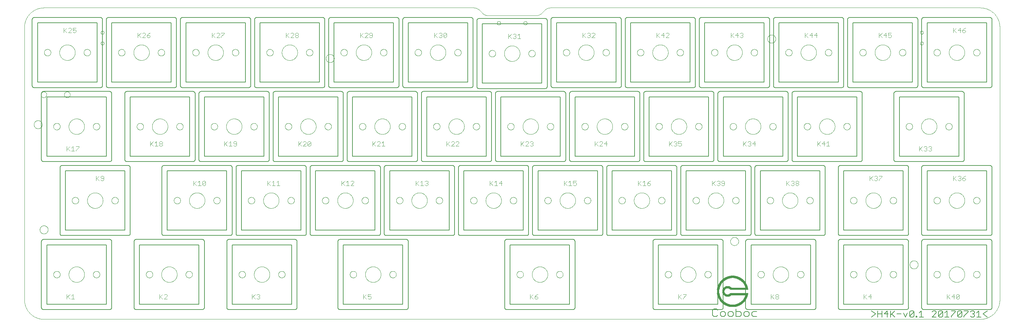
<source format=gto>
G75*
%MOIN*%
%OFA0B0*%
%FSLAX25Y25*%
%IPPOS*%
%LPD*%
%AMOC8*
5,1,8,0,0,1.08239X$1,22.5*
%
%ADD10C,0.00000*%
%ADD11C,0.00600*%
%ADD12C,0.00500*%
%ADD13C,0.00400*%
%ADD14C,0.00700*%
%ADD15R,0.04271X0.00134*%
%ADD16R,0.05872X0.00133*%
%ADD17R,0.07207X0.00133*%
%ADD18R,0.08275X0.00133*%
%ADD19R,0.09076X0.00133*%
%ADD20R,0.10143X0.00133*%
%ADD21R,0.10944X0.00133*%
%ADD22R,0.11478X0.00133*%
%ADD23R,0.12279X0.00134*%
%ADD24R,0.12813X0.00133*%
%ADD25R,0.13346X0.00133*%
%ADD26R,0.13880X0.00133*%
%ADD27R,0.14414X0.00134*%
%ADD28R,0.14948X0.00133*%
%ADD29R,0.15482X0.00133*%
%ADD30R,0.16016X0.00133*%
%ADD31R,0.07207X0.00133*%
%ADD32R,0.06539X0.00133*%
%ADD33R,0.06540X0.00133*%
%ADD34R,0.06140X0.00133*%
%ADD35R,0.06139X0.00133*%
%ADD36R,0.05739X0.00133*%
%ADD37R,0.05472X0.00133*%
%ADD38R,0.05205X0.00133*%
%ADD39R,0.04938X0.00133*%
%ADD40R,0.04939X0.00133*%
%ADD41R,0.04671X0.00133*%
%ADD42R,0.04672X0.00133*%
%ADD43R,0.04538X0.00133*%
%ADD44R,0.04538X0.00133*%
%ADD45R,0.04404X0.00133*%
%ADD46R,0.04270X0.00133*%
%ADD47R,0.04137X0.00133*%
%ADD48R,0.04004X0.00133*%
%ADD49R,0.04004X0.00133*%
%ADD50R,0.03871X0.00133*%
%ADD51R,0.03870X0.00133*%
%ADD52R,0.03737X0.00133*%
%ADD53R,0.03737X0.00133*%
%ADD54R,0.03603X0.00133*%
%ADD55R,0.03604X0.00133*%
%ADD56R,0.03603X0.00133*%
%ADD57R,0.03604X0.00133*%
%ADD58R,0.03470X0.00134*%
%ADD59R,0.03470X0.00133*%
%ADD60R,0.03337X0.00133*%
%ADD61R,0.03337X0.00133*%
%ADD62R,0.03336X0.00133*%
%ADD63R,0.03337X0.00133*%
%ADD64R,0.03337X0.00134*%
%ADD65R,0.03204X0.00133*%
%ADD66R,0.03203X0.00133*%
%ADD67R,0.03070X0.00133*%
%ADD68R,0.03070X0.00133*%
%ADD69R,0.03069X0.00133*%
%ADD70R,0.02936X0.00133*%
%ADD71R,0.02937X0.00133*%
%ADD72R,0.02936X0.00133*%
%ADD73R,0.02803X0.00133*%
%ADD74R,0.02803X0.00133*%
%ADD75R,0.02802X0.00133*%
%ADD76R,0.02803X0.00133*%
%ADD77R,0.02803X0.00134*%
%ADD78R,0.02669X0.00133*%
%ADD79R,0.02669X0.00133*%
%ADD80R,0.02669X0.00133*%
%ADD81R,0.02669X0.00133*%
%ADD82R,0.02669X0.00134*%
%ADD83R,0.02669X0.00134*%
%ADD84R,0.02670X0.00133*%
%ADD85R,0.02536X0.00133*%
%ADD86R,0.02136X0.00133*%
%ADD87R,0.03203X0.00133*%
%ADD88R,0.04004X0.00133*%
%ADD89R,0.02536X0.00133*%
%ADD90R,0.04538X0.00133*%
%ADD91R,0.02536X0.00134*%
%ADD92R,0.05072X0.00134*%
%ADD93R,0.02403X0.00133*%
%ADD94R,0.05606X0.00133*%
%ADD95R,0.02402X0.00133*%
%ADD96R,0.06006X0.00133*%
%ADD97R,0.02402X0.00133*%
%ADD98R,0.06406X0.00133*%
%ADD99R,0.06673X0.00133*%
%ADD100R,0.06940X0.00133*%
%ADD101R,0.02536X0.00133*%
%ADD102R,0.07341X0.00133*%
%ADD103R,0.24157X0.00133*%
%ADD104R,0.24291X0.00133*%
%ADD105R,0.24557X0.00133*%
%ADD106R,0.02403X0.00133*%
%ADD107R,0.24691X0.00133*%
%ADD108R,0.02403X0.00134*%
%ADD109R,0.04138X0.00134*%
%ADD110R,0.20420X0.00134*%
%ADD111R,0.19887X0.00133*%
%ADD112R,0.02269X0.00133*%
%ADD113R,0.19486X0.00133*%
%ADD114R,0.19352X0.00133*%
%ADD115R,0.19086X0.00133*%
%ADD116R,0.18819X0.00133*%
%ADD117R,0.18552X0.00133*%
%ADD118R,0.02535X0.00133*%
%ADD119R,0.18419X0.00133*%
%ADD120R,0.18285X0.00133*%
%ADD121R,0.18284X0.00133*%
%ADD122R,0.02135X0.00133*%
%ADD123R,0.02269X0.00133*%
%ADD124R,0.02135X0.00133*%
%ADD125R,0.02002X0.00133*%
%ADD126R,0.02269X0.00133*%
%ADD127R,0.18151X0.00133*%
%ADD128R,0.02269X0.00134*%
%ADD129R,0.18151X0.00134*%
%ADD130R,0.18418X0.00133*%
%ADD131R,0.18685X0.00133*%
%ADD132R,0.18952X0.00133*%
%ADD133R,0.19619X0.00133*%
%ADD134R,0.03737X0.00133*%
%ADD135R,0.20020X0.00133*%
%ADD136R,0.24825X0.00133*%
%ADD137R,0.24691X0.00133*%
%ADD138R,0.07741X0.00133*%
%ADD139R,0.07474X0.00133*%
%ADD140R,0.05872X0.00133*%
%ADD141R,0.05339X0.00133*%
%ADD142R,0.04939X0.00134*%
%ADD143R,0.04271X0.00133*%
%ADD144R,0.03336X0.00133*%
%ADD145R,0.14414X0.00133*%
%ADD146R,0.13880X0.00133*%
%ADD147R,0.12279X0.00133*%
%ADD148R,0.11478X0.00133*%
D10*
X0024685Y0001567D02*
X0969567Y0001567D01*
X0970043Y0001573D01*
X0970518Y0001590D01*
X0970993Y0001619D01*
X0971467Y0001659D01*
X0971940Y0001711D01*
X0972411Y0001774D01*
X0972881Y0001848D01*
X0973349Y0001934D01*
X0973815Y0002031D01*
X0974278Y0002139D01*
X0974738Y0002258D01*
X0975196Y0002389D01*
X0975650Y0002530D01*
X0976101Y0002683D01*
X0976547Y0002846D01*
X0976990Y0003020D01*
X0977428Y0003205D01*
X0977862Y0003400D01*
X0978291Y0003606D01*
X0978715Y0003822D01*
X0979134Y0004048D01*
X0979547Y0004284D01*
X0979954Y0004530D01*
X0980355Y0004786D01*
X0980749Y0005052D01*
X0981138Y0005327D01*
X0981519Y0005611D01*
X0981893Y0005904D01*
X0982261Y0006206D01*
X0982621Y0006518D01*
X0982973Y0006837D01*
X0983317Y0007165D01*
X0983654Y0007502D01*
X0983982Y0007846D01*
X0984301Y0008198D01*
X0984613Y0008558D01*
X0984915Y0008926D01*
X0985208Y0009300D01*
X0985492Y0009681D01*
X0985767Y0010070D01*
X0986033Y0010464D01*
X0986289Y0010865D01*
X0986535Y0011272D01*
X0986771Y0011685D01*
X0986997Y0012104D01*
X0987213Y0012528D01*
X0987419Y0012957D01*
X0987614Y0013391D01*
X0987799Y0013829D01*
X0987973Y0014272D01*
X0988136Y0014718D01*
X0988289Y0015169D01*
X0988430Y0015623D01*
X0988561Y0016081D01*
X0988680Y0016541D01*
X0988788Y0017004D01*
X0988885Y0017470D01*
X0988971Y0017938D01*
X0989045Y0018408D01*
X0989108Y0018879D01*
X0989160Y0019352D01*
X0989200Y0019826D01*
X0989229Y0020301D01*
X0989246Y0020776D01*
X0989252Y0021252D01*
X0989252Y0296842D01*
X0989246Y0297318D01*
X0989229Y0297793D01*
X0989200Y0298268D01*
X0989160Y0298742D01*
X0989108Y0299215D01*
X0989045Y0299686D01*
X0988971Y0300156D01*
X0988885Y0300624D01*
X0988788Y0301090D01*
X0988680Y0301553D01*
X0988561Y0302013D01*
X0988430Y0302471D01*
X0988289Y0302925D01*
X0988136Y0303376D01*
X0987973Y0303822D01*
X0987799Y0304265D01*
X0987614Y0304703D01*
X0987419Y0305137D01*
X0987213Y0305566D01*
X0986997Y0305990D01*
X0986771Y0306409D01*
X0986535Y0306822D01*
X0986289Y0307229D01*
X0986033Y0307630D01*
X0985767Y0308024D01*
X0985492Y0308413D01*
X0985208Y0308794D01*
X0984915Y0309168D01*
X0984613Y0309536D01*
X0984301Y0309896D01*
X0983982Y0310248D01*
X0983654Y0310592D01*
X0983317Y0310929D01*
X0982973Y0311257D01*
X0982621Y0311576D01*
X0982261Y0311888D01*
X0981893Y0312190D01*
X0981519Y0312483D01*
X0981138Y0312767D01*
X0980749Y0313042D01*
X0980355Y0313308D01*
X0979954Y0313564D01*
X0979547Y0313810D01*
X0979134Y0314046D01*
X0978715Y0314272D01*
X0978291Y0314488D01*
X0977862Y0314694D01*
X0977428Y0314889D01*
X0976990Y0315074D01*
X0976547Y0315248D01*
X0976101Y0315411D01*
X0975650Y0315564D01*
X0975196Y0315705D01*
X0974738Y0315836D01*
X0974278Y0315955D01*
X0973815Y0316063D01*
X0973349Y0316160D01*
X0972881Y0316246D01*
X0972411Y0316320D01*
X0971940Y0316383D01*
X0971467Y0316435D01*
X0970993Y0316475D01*
X0970518Y0316504D01*
X0970043Y0316521D01*
X0969567Y0316527D01*
X0535821Y0316527D01*
X0530253Y0314221D02*
X0526991Y0310960D01*
X0521424Y0308653D02*
X0472828Y0308653D01*
X0467261Y0310960D02*
X0463999Y0314221D01*
X0458431Y0316527D02*
X0024685Y0316527D01*
X0024209Y0316521D01*
X0023734Y0316504D01*
X0023259Y0316475D01*
X0022785Y0316435D01*
X0022312Y0316383D01*
X0021841Y0316320D01*
X0021371Y0316246D01*
X0020903Y0316160D01*
X0020437Y0316063D01*
X0019974Y0315955D01*
X0019514Y0315836D01*
X0019056Y0315705D01*
X0018602Y0315564D01*
X0018151Y0315411D01*
X0017705Y0315248D01*
X0017262Y0315074D01*
X0016824Y0314889D01*
X0016390Y0314694D01*
X0015961Y0314488D01*
X0015537Y0314272D01*
X0015118Y0314046D01*
X0014705Y0313810D01*
X0014298Y0313564D01*
X0013897Y0313308D01*
X0013503Y0313042D01*
X0013114Y0312767D01*
X0012733Y0312483D01*
X0012359Y0312190D01*
X0011991Y0311888D01*
X0011631Y0311576D01*
X0011279Y0311257D01*
X0010935Y0310929D01*
X0010598Y0310592D01*
X0010270Y0310248D01*
X0009951Y0309896D01*
X0009639Y0309536D01*
X0009337Y0309168D01*
X0009044Y0308794D01*
X0008760Y0308413D01*
X0008485Y0308024D01*
X0008219Y0307630D01*
X0007963Y0307229D01*
X0007717Y0306822D01*
X0007481Y0306409D01*
X0007255Y0305990D01*
X0007039Y0305566D01*
X0006833Y0305137D01*
X0006638Y0304703D01*
X0006453Y0304265D01*
X0006279Y0303822D01*
X0006116Y0303376D01*
X0005963Y0302925D01*
X0005822Y0302471D01*
X0005691Y0302013D01*
X0005572Y0301553D01*
X0005464Y0301090D01*
X0005367Y0300624D01*
X0005281Y0300156D01*
X0005207Y0299686D01*
X0005144Y0299215D01*
X0005092Y0298742D01*
X0005052Y0298268D01*
X0005023Y0297793D01*
X0005006Y0297318D01*
X0005000Y0296842D01*
X0005000Y0021252D01*
X0005006Y0020776D01*
X0005023Y0020301D01*
X0005052Y0019826D01*
X0005092Y0019352D01*
X0005144Y0018879D01*
X0005207Y0018408D01*
X0005281Y0017938D01*
X0005367Y0017470D01*
X0005464Y0017004D01*
X0005572Y0016541D01*
X0005691Y0016081D01*
X0005822Y0015623D01*
X0005963Y0015169D01*
X0006116Y0014718D01*
X0006279Y0014272D01*
X0006453Y0013829D01*
X0006638Y0013391D01*
X0006833Y0012957D01*
X0007039Y0012528D01*
X0007255Y0012104D01*
X0007481Y0011685D01*
X0007717Y0011272D01*
X0007963Y0010865D01*
X0008219Y0010464D01*
X0008485Y0010070D01*
X0008760Y0009681D01*
X0009044Y0009300D01*
X0009337Y0008926D01*
X0009639Y0008558D01*
X0009951Y0008198D01*
X0010270Y0007846D01*
X0010598Y0007502D01*
X0010935Y0007165D01*
X0011279Y0006837D01*
X0011631Y0006518D01*
X0011991Y0006206D01*
X0012359Y0005904D01*
X0012733Y0005611D01*
X0013114Y0005327D01*
X0013503Y0005052D01*
X0013897Y0004786D01*
X0014298Y0004530D01*
X0014705Y0004284D01*
X0015118Y0004048D01*
X0015537Y0003822D01*
X0015961Y0003606D01*
X0016390Y0003400D01*
X0016824Y0003205D01*
X0017262Y0003020D01*
X0017705Y0002846D01*
X0018151Y0002683D01*
X0018602Y0002530D01*
X0019056Y0002389D01*
X0019514Y0002258D01*
X0019974Y0002139D01*
X0020437Y0002031D01*
X0020903Y0001934D01*
X0021371Y0001848D01*
X0021841Y0001774D01*
X0022312Y0001711D01*
X0022785Y0001659D01*
X0023259Y0001619D01*
X0023734Y0001590D01*
X0024209Y0001573D01*
X0024685Y0001567D01*
X0034311Y0046842D02*
X0034313Y0046957D01*
X0034319Y0047073D01*
X0034329Y0047188D01*
X0034343Y0047303D01*
X0034361Y0047417D01*
X0034383Y0047530D01*
X0034408Y0047643D01*
X0034438Y0047754D01*
X0034471Y0047865D01*
X0034508Y0047974D01*
X0034549Y0048082D01*
X0034594Y0048189D01*
X0034642Y0048294D01*
X0034694Y0048397D01*
X0034750Y0048498D01*
X0034809Y0048598D01*
X0034871Y0048695D01*
X0034937Y0048790D01*
X0035005Y0048883D01*
X0035077Y0048973D01*
X0035152Y0049061D01*
X0035231Y0049146D01*
X0035312Y0049228D01*
X0035395Y0049308D01*
X0035482Y0049384D01*
X0035571Y0049458D01*
X0035662Y0049528D01*
X0035756Y0049596D01*
X0035852Y0049660D01*
X0035951Y0049720D01*
X0036051Y0049777D01*
X0036153Y0049831D01*
X0036257Y0049881D01*
X0036363Y0049928D01*
X0036470Y0049971D01*
X0036579Y0050010D01*
X0036689Y0050045D01*
X0036800Y0050076D01*
X0036912Y0050104D01*
X0037025Y0050128D01*
X0037139Y0050148D01*
X0037254Y0050164D01*
X0037369Y0050176D01*
X0037484Y0050184D01*
X0037599Y0050188D01*
X0037715Y0050188D01*
X0037830Y0050184D01*
X0037945Y0050176D01*
X0038060Y0050164D01*
X0038175Y0050148D01*
X0038289Y0050128D01*
X0038402Y0050104D01*
X0038514Y0050076D01*
X0038625Y0050045D01*
X0038735Y0050010D01*
X0038844Y0049971D01*
X0038951Y0049928D01*
X0039057Y0049881D01*
X0039161Y0049831D01*
X0039263Y0049777D01*
X0039363Y0049720D01*
X0039462Y0049660D01*
X0039558Y0049596D01*
X0039652Y0049528D01*
X0039743Y0049458D01*
X0039832Y0049384D01*
X0039919Y0049308D01*
X0040002Y0049228D01*
X0040083Y0049146D01*
X0040162Y0049061D01*
X0040237Y0048973D01*
X0040309Y0048883D01*
X0040377Y0048790D01*
X0040443Y0048695D01*
X0040505Y0048598D01*
X0040564Y0048498D01*
X0040620Y0048397D01*
X0040672Y0048294D01*
X0040720Y0048189D01*
X0040765Y0048082D01*
X0040806Y0047974D01*
X0040843Y0047865D01*
X0040876Y0047754D01*
X0040906Y0047643D01*
X0040931Y0047530D01*
X0040953Y0047417D01*
X0040971Y0047303D01*
X0040985Y0047188D01*
X0040995Y0047073D01*
X0041001Y0046957D01*
X0041003Y0046842D01*
X0041001Y0046727D01*
X0040995Y0046611D01*
X0040985Y0046496D01*
X0040971Y0046381D01*
X0040953Y0046267D01*
X0040931Y0046154D01*
X0040906Y0046041D01*
X0040876Y0045930D01*
X0040843Y0045819D01*
X0040806Y0045710D01*
X0040765Y0045602D01*
X0040720Y0045495D01*
X0040672Y0045390D01*
X0040620Y0045287D01*
X0040564Y0045186D01*
X0040505Y0045086D01*
X0040443Y0044989D01*
X0040377Y0044894D01*
X0040309Y0044801D01*
X0040237Y0044711D01*
X0040162Y0044623D01*
X0040083Y0044538D01*
X0040002Y0044456D01*
X0039919Y0044376D01*
X0039832Y0044300D01*
X0039743Y0044226D01*
X0039652Y0044156D01*
X0039558Y0044088D01*
X0039462Y0044024D01*
X0039363Y0043964D01*
X0039263Y0043907D01*
X0039161Y0043853D01*
X0039057Y0043803D01*
X0038951Y0043756D01*
X0038844Y0043713D01*
X0038735Y0043674D01*
X0038625Y0043639D01*
X0038514Y0043608D01*
X0038402Y0043580D01*
X0038289Y0043556D01*
X0038175Y0043536D01*
X0038060Y0043520D01*
X0037945Y0043508D01*
X0037830Y0043500D01*
X0037715Y0043496D01*
X0037599Y0043496D01*
X0037484Y0043500D01*
X0037369Y0043508D01*
X0037254Y0043520D01*
X0037139Y0043536D01*
X0037025Y0043556D01*
X0036912Y0043580D01*
X0036800Y0043608D01*
X0036689Y0043639D01*
X0036579Y0043674D01*
X0036470Y0043713D01*
X0036363Y0043756D01*
X0036257Y0043803D01*
X0036153Y0043853D01*
X0036051Y0043907D01*
X0035951Y0043964D01*
X0035852Y0044024D01*
X0035756Y0044088D01*
X0035662Y0044156D01*
X0035571Y0044226D01*
X0035482Y0044300D01*
X0035395Y0044376D01*
X0035312Y0044456D01*
X0035231Y0044538D01*
X0035152Y0044623D01*
X0035077Y0044711D01*
X0035005Y0044801D01*
X0034937Y0044894D01*
X0034871Y0044989D01*
X0034809Y0045086D01*
X0034750Y0045186D01*
X0034694Y0045287D01*
X0034642Y0045390D01*
X0034594Y0045495D01*
X0034549Y0045602D01*
X0034508Y0045710D01*
X0034471Y0045819D01*
X0034438Y0045930D01*
X0034408Y0046041D01*
X0034383Y0046154D01*
X0034361Y0046267D01*
X0034343Y0046381D01*
X0034329Y0046496D01*
X0034319Y0046611D01*
X0034313Y0046727D01*
X0034311Y0046842D01*
X0049782Y0046842D02*
X0049784Y0047035D01*
X0049791Y0047228D01*
X0049803Y0047421D01*
X0049820Y0047614D01*
X0049841Y0047806D01*
X0049867Y0047998D01*
X0049898Y0048188D01*
X0049933Y0048378D01*
X0049973Y0048567D01*
X0050018Y0048755D01*
X0050067Y0048942D01*
X0050121Y0049128D01*
X0050179Y0049312D01*
X0050242Y0049495D01*
X0050310Y0049676D01*
X0050381Y0049856D01*
X0050458Y0050033D01*
X0050538Y0050209D01*
X0050623Y0050383D01*
X0050712Y0050554D01*
X0050805Y0050724D01*
X0050902Y0050891D01*
X0051004Y0051055D01*
X0051109Y0051217D01*
X0051219Y0051376D01*
X0051332Y0051533D01*
X0051449Y0051687D01*
X0051570Y0051838D01*
X0051694Y0051986D01*
X0051822Y0052131D01*
X0051954Y0052272D01*
X0052089Y0052410D01*
X0052227Y0052545D01*
X0052368Y0052677D01*
X0052513Y0052805D01*
X0052661Y0052929D01*
X0052812Y0053050D01*
X0052966Y0053167D01*
X0053123Y0053280D01*
X0053282Y0053390D01*
X0053444Y0053495D01*
X0053608Y0053597D01*
X0053775Y0053694D01*
X0053945Y0053787D01*
X0054116Y0053876D01*
X0054290Y0053961D01*
X0054466Y0054041D01*
X0054643Y0054118D01*
X0054823Y0054189D01*
X0055004Y0054257D01*
X0055187Y0054320D01*
X0055371Y0054378D01*
X0055557Y0054432D01*
X0055744Y0054481D01*
X0055932Y0054526D01*
X0056121Y0054566D01*
X0056311Y0054601D01*
X0056501Y0054632D01*
X0056693Y0054658D01*
X0056885Y0054679D01*
X0057078Y0054696D01*
X0057271Y0054708D01*
X0057464Y0054715D01*
X0057657Y0054717D01*
X0057850Y0054715D01*
X0058043Y0054708D01*
X0058236Y0054696D01*
X0058429Y0054679D01*
X0058621Y0054658D01*
X0058813Y0054632D01*
X0059003Y0054601D01*
X0059193Y0054566D01*
X0059382Y0054526D01*
X0059570Y0054481D01*
X0059757Y0054432D01*
X0059943Y0054378D01*
X0060127Y0054320D01*
X0060310Y0054257D01*
X0060491Y0054189D01*
X0060671Y0054118D01*
X0060848Y0054041D01*
X0061024Y0053961D01*
X0061198Y0053876D01*
X0061369Y0053787D01*
X0061539Y0053694D01*
X0061706Y0053597D01*
X0061870Y0053495D01*
X0062032Y0053390D01*
X0062191Y0053280D01*
X0062348Y0053167D01*
X0062502Y0053050D01*
X0062653Y0052929D01*
X0062801Y0052805D01*
X0062946Y0052677D01*
X0063087Y0052545D01*
X0063225Y0052410D01*
X0063360Y0052272D01*
X0063492Y0052131D01*
X0063620Y0051986D01*
X0063744Y0051838D01*
X0063865Y0051687D01*
X0063982Y0051533D01*
X0064095Y0051376D01*
X0064205Y0051217D01*
X0064310Y0051055D01*
X0064412Y0050891D01*
X0064509Y0050724D01*
X0064602Y0050554D01*
X0064691Y0050383D01*
X0064776Y0050209D01*
X0064856Y0050033D01*
X0064933Y0049856D01*
X0065004Y0049676D01*
X0065072Y0049495D01*
X0065135Y0049312D01*
X0065193Y0049128D01*
X0065247Y0048942D01*
X0065296Y0048755D01*
X0065341Y0048567D01*
X0065381Y0048378D01*
X0065416Y0048188D01*
X0065447Y0047998D01*
X0065473Y0047806D01*
X0065494Y0047614D01*
X0065511Y0047421D01*
X0065523Y0047228D01*
X0065530Y0047035D01*
X0065532Y0046842D01*
X0065530Y0046649D01*
X0065523Y0046456D01*
X0065511Y0046263D01*
X0065494Y0046070D01*
X0065473Y0045878D01*
X0065447Y0045686D01*
X0065416Y0045496D01*
X0065381Y0045306D01*
X0065341Y0045117D01*
X0065296Y0044929D01*
X0065247Y0044742D01*
X0065193Y0044556D01*
X0065135Y0044372D01*
X0065072Y0044189D01*
X0065004Y0044008D01*
X0064933Y0043828D01*
X0064856Y0043651D01*
X0064776Y0043475D01*
X0064691Y0043301D01*
X0064602Y0043130D01*
X0064509Y0042960D01*
X0064412Y0042793D01*
X0064310Y0042629D01*
X0064205Y0042467D01*
X0064095Y0042308D01*
X0063982Y0042151D01*
X0063865Y0041997D01*
X0063744Y0041846D01*
X0063620Y0041698D01*
X0063492Y0041553D01*
X0063360Y0041412D01*
X0063225Y0041274D01*
X0063087Y0041139D01*
X0062946Y0041007D01*
X0062801Y0040879D01*
X0062653Y0040755D01*
X0062502Y0040634D01*
X0062348Y0040517D01*
X0062191Y0040404D01*
X0062032Y0040294D01*
X0061870Y0040189D01*
X0061706Y0040087D01*
X0061539Y0039990D01*
X0061369Y0039897D01*
X0061198Y0039808D01*
X0061024Y0039723D01*
X0060848Y0039643D01*
X0060671Y0039566D01*
X0060491Y0039495D01*
X0060310Y0039427D01*
X0060127Y0039364D01*
X0059943Y0039306D01*
X0059757Y0039252D01*
X0059570Y0039203D01*
X0059382Y0039158D01*
X0059193Y0039118D01*
X0059003Y0039083D01*
X0058813Y0039052D01*
X0058621Y0039026D01*
X0058429Y0039005D01*
X0058236Y0038988D01*
X0058043Y0038976D01*
X0057850Y0038969D01*
X0057657Y0038967D01*
X0057464Y0038969D01*
X0057271Y0038976D01*
X0057078Y0038988D01*
X0056885Y0039005D01*
X0056693Y0039026D01*
X0056501Y0039052D01*
X0056311Y0039083D01*
X0056121Y0039118D01*
X0055932Y0039158D01*
X0055744Y0039203D01*
X0055557Y0039252D01*
X0055371Y0039306D01*
X0055187Y0039364D01*
X0055004Y0039427D01*
X0054823Y0039495D01*
X0054643Y0039566D01*
X0054466Y0039643D01*
X0054290Y0039723D01*
X0054116Y0039808D01*
X0053945Y0039897D01*
X0053775Y0039990D01*
X0053608Y0040087D01*
X0053444Y0040189D01*
X0053282Y0040294D01*
X0053123Y0040404D01*
X0052966Y0040517D01*
X0052812Y0040634D01*
X0052661Y0040755D01*
X0052513Y0040879D01*
X0052368Y0041007D01*
X0052227Y0041139D01*
X0052089Y0041274D01*
X0051954Y0041412D01*
X0051822Y0041553D01*
X0051694Y0041698D01*
X0051570Y0041846D01*
X0051449Y0041997D01*
X0051332Y0042151D01*
X0051219Y0042308D01*
X0051109Y0042467D01*
X0051004Y0042629D01*
X0050902Y0042793D01*
X0050805Y0042960D01*
X0050712Y0043130D01*
X0050623Y0043301D01*
X0050538Y0043475D01*
X0050458Y0043651D01*
X0050381Y0043828D01*
X0050310Y0044008D01*
X0050242Y0044189D01*
X0050179Y0044372D01*
X0050121Y0044556D01*
X0050067Y0044742D01*
X0050018Y0044929D01*
X0049973Y0045117D01*
X0049933Y0045306D01*
X0049898Y0045496D01*
X0049867Y0045686D01*
X0049841Y0045878D01*
X0049820Y0046070D01*
X0049803Y0046263D01*
X0049791Y0046456D01*
X0049784Y0046649D01*
X0049782Y0046842D01*
X0074311Y0046842D02*
X0074313Y0046957D01*
X0074319Y0047073D01*
X0074329Y0047188D01*
X0074343Y0047303D01*
X0074361Y0047417D01*
X0074383Y0047530D01*
X0074408Y0047643D01*
X0074438Y0047754D01*
X0074471Y0047865D01*
X0074508Y0047974D01*
X0074549Y0048082D01*
X0074594Y0048189D01*
X0074642Y0048294D01*
X0074694Y0048397D01*
X0074750Y0048498D01*
X0074809Y0048598D01*
X0074871Y0048695D01*
X0074937Y0048790D01*
X0075005Y0048883D01*
X0075077Y0048973D01*
X0075152Y0049061D01*
X0075231Y0049146D01*
X0075312Y0049228D01*
X0075395Y0049308D01*
X0075482Y0049384D01*
X0075571Y0049458D01*
X0075662Y0049528D01*
X0075756Y0049596D01*
X0075852Y0049660D01*
X0075951Y0049720D01*
X0076051Y0049777D01*
X0076153Y0049831D01*
X0076257Y0049881D01*
X0076363Y0049928D01*
X0076470Y0049971D01*
X0076579Y0050010D01*
X0076689Y0050045D01*
X0076800Y0050076D01*
X0076912Y0050104D01*
X0077025Y0050128D01*
X0077139Y0050148D01*
X0077254Y0050164D01*
X0077369Y0050176D01*
X0077484Y0050184D01*
X0077599Y0050188D01*
X0077715Y0050188D01*
X0077830Y0050184D01*
X0077945Y0050176D01*
X0078060Y0050164D01*
X0078175Y0050148D01*
X0078289Y0050128D01*
X0078402Y0050104D01*
X0078514Y0050076D01*
X0078625Y0050045D01*
X0078735Y0050010D01*
X0078844Y0049971D01*
X0078951Y0049928D01*
X0079057Y0049881D01*
X0079161Y0049831D01*
X0079263Y0049777D01*
X0079363Y0049720D01*
X0079462Y0049660D01*
X0079558Y0049596D01*
X0079652Y0049528D01*
X0079743Y0049458D01*
X0079832Y0049384D01*
X0079919Y0049308D01*
X0080002Y0049228D01*
X0080083Y0049146D01*
X0080162Y0049061D01*
X0080237Y0048973D01*
X0080309Y0048883D01*
X0080377Y0048790D01*
X0080443Y0048695D01*
X0080505Y0048598D01*
X0080564Y0048498D01*
X0080620Y0048397D01*
X0080672Y0048294D01*
X0080720Y0048189D01*
X0080765Y0048082D01*
X0080806Y0047974D01*
X0080843Y0047865D01*
X0080876Y0047754D01*
X0080906Y0047643D01*
X0080931Y0047530D01*
X0080953Y0047417D01*
X0080971Y0047303D01*
X0080985Y0047188D01*
X0080995Y0047073D01*
X0081001Y0046957D01*
X0081003Y0046842D01*
X0081001Y0046727D01*
X0080995Y0046611D01*
X0080985Y0046496D01*
X0080971Y0046381D01*
X0080953Y0046267D01*
X0080931Y0046154D01*
X0080906Y0046041D01*
X0080876Y0045930D01*
X0080843Y0045819D01*
X0080806Y0045710D01*
X0080765Y0045602D01*
X0080720Y0045495D01*
X0080672Y0045390D01*
X0080620Y0045287D01*
X0080564Y0045186D01*
X0080505Y0045086D01*
X0080443Y0044989D01*
X0080377Y0044894D01*
X0080309Y0044801D01*
X0080237Y0044711D01*
X0080162Y0044623D01*
X0080083Y0044538D01*
X0080002Y0044456D01*
X0079919Y0044376D01*
X0079832Y0044300D01*
X0079743Y0044226D01*
X0079652Y0044156D01*
X0079558Y0044088D01*
X0079462Y0044024D01*
X0079363Y0043964D01*
X0079263Y0043907D01*
X0079161Y0043853D01*
X0079057Y0043803D01*
X0078951Y0043756D01*
X0078844Y0043713D01*
X0078735Y0043674D01*
X0078625Y0043639D01*
X0078514Y0043608D01*
X0078402Y0043580D01*
X0078289Y0043556D01*
X0078175Y0043536D01*
X0078060Y0043520D01*
X0077945Y0043508D01*
X0077830Y0043500D01*
X0077715Y0043496D01*
X0077599Y0043496D01*
X0077484Y0043500D01*
X0077369Y0043508D01*
X0077254Y0043520D01*
X0077139Y0043536D01*
X0077025Y0043556D01*
X0076912Y0043580D01*
X0076800Y0043608D01*
X0076689Y0043639D01*
X0076579Y0043674D01*
X0076470Y0043713D01*
X0076363Y0043756D01*
X0076257Y0043803D01*
X0076153Y0043853D01*
X0076051Y0043907D01*
X0075951Y0043964D01*
X0075852Y0044024D01*
X0075756Y0044088D01*
X0075662Y0044156D01*
X0075571Y0044226D01*
X0075482Y0044300D01*
X0075395Y0044376D01*
X0075312Y0044456D01*
X0075231Y0044538D01*
X0075152Y0044623D01*
X0075077Y0044711D01*
X0075005Y0044801D01*
X0074937Y0044894D01*
X0074871Y0044989D01*
X0074809Y0045086D01*
X0074750Y0045186D01*
X0074694Y0045287D01*
X0074642Y0045390D01*
X0074594Y0045495D01*
X0074549Y0045602D01*
X0074508Y0045710D01*
X0074471Y0045819D01*
X0074438Y0045930D01*
X0074408Y0046041D01*
X0074383Y0046154D01*
X0074361Y0046267D01*
X0074343Y0046381D01*
X0074329Y0046496D01*
X0074319Y0046611D01*
X0074313Y0046727D01*
X0074311Y0046842D01*
X0127815Y0046842D02*
X0127817Y0046957D01*
X0127823Y0047073D01*
X0127833Y0047188D01*
X0127847Y0047303D01*
X0127865Y0047417D01*
X0127887Y0047530D01*
X0127912Y0047643D01*
X0127942Y0047754D01*
X0127975Y0047865D01*
X0128012Y0047974D01*
X0128053Y0048082D01*
X0128098Y0048189D01*
X0128146Y0048294D01*
X0128198Y0048397D01*
X0128254Y0048498D01*
X0128313Y0048598D01*
X0128375Y0048695D01*
X0128441Y0048790D01*
X0128509Y0048883D01*
X0128581Y0048973D01*
X0128656Y0049061D01*
X0128735Y0049146D01*
X0128816Y0049228D01*
X0128899Y0049308D01*
X0128986Y0049384D01*
X0129075Y0049458D01*
X0129166Y0049528D01*
X0129260Y0049596D01*
X0129356Y0049660D01*
X0129455Y0049720D01*
X0129555Y0049777D01*
X0129657Y0049831D01*
X0129761Y0049881D01*
X0129867Y0049928D01*
X0129974Y0049971D01*
X0130083Y0050010D01*
X0130193Y0050045D01*
X0130304Y0050076D01*
X0130416Y0050104D01*
X0130529Y0050128D01*
X0130643Y0050148D01*
X0130758Y0050164D01*
X0130873Y0050176D01*
X0130988Y0050184D01*
X0131103Y0050188D01*
X0131219Y0050188D01*
X0131334Y0050184D01*
X0131449Y0050176D01*
X0131564Y0050164D01*
X0131679Y0050148D01*
X0131793Y0050128D01*
X0131906Y0050104D01*
X0132018Y0050076D01*
X0132129Y0050045D01*
X0132239Y0050010D01*
X0132348Y0049971D01*
X0132455Y0049928D01*
X0132561Y0049881D01*
X0132665Y0049831D01*
X0132767Y0049777D01*
X0132867Y0049720D01*
X0132966Y0049660D01*
X0133062Y0049596D01*
X0133156Y0049528D01*
X0133247Y0049458D01*
X0133336Y0049384D01*
X0133423Y0049308D01*
X0133506Y0049228D01*
X0133587Y0049146D01*
X0133666Y0049061D01*
X0133741Y0048973D01*
X0133813Y0048883D01*
X0133881Y0048790D01*
X0133947Y0048695D01*
X0134009Y0048598D01*
X0134068Y0048498D01*
X0134124Y0048397D01*
X0134176Y0048294D01*
X0134224Y0048189D01*
X0134269Y0048082D01*
X0134310Y0047974D01*
X0134347Y0047865D01*
X0134380Y0047754D01*
X0134410Y0047643D01*
X0134435Y0047530D01*
X0134457Y0047417D01*
X0134475Y0047303D01*
X0134489Y0047188D01*
X0134499Y0047073D01*
X0134505Y0046957D01*
X0134507Y0046842D01*
X0134505Y0046727D01*
X0134499Y0046611D01*
X0134489Y0046496D01*
X0134475Y0046381D01*
X0134457Y0046267D01*
X0134435Y0046154D01*
X0134410Y0046041D01*
X0134380Y0045930D01*
X0134347Y0045819D01*
X0134310Y0045710D01*
X0134269Y0045602D01*
X0134224Y0045495D01*
X0134176Y0045390D01*
X0134124Y0045287D01*
X0134068Y0045186D01*
X0134009Y0045086D01*
X0133947Y0044989D01*
X0133881Y0044894D01*
X0133813Y0044801D01*
X0133741Y0044711D01*
X0133666Y0044623D01*
X0133587Y0044538D01*
X0133506Y0044456D01*
X0133423Y0044376D01*
X0133336Y0044300D01*
X0133247Y0044226D01*
X0133156Y0044156D01*
X0133062Y0044088D01*
X0132966Y0044024D01*
X0132867Y0043964D01*
X0132767Y0043907D01*
X0132665Y0043853D01*
X0132561Y0043803D01*
X0132455Y0043756D01*
X0132348Y0043713D01*
X0132239Y0043674D01*
X0132129Y0043639D01*
X0132018Y0043608D01*
X0131906Y0043580D01*
X0131793Y0043556D01*
X0131679Y0043536D01*
X0131564Y0043520D01*
X0131449Y0043508D01*
X0131334Y0043500D01*
X0131219Y0043496D01*
X0131103Y0043496D01*
X0130988Y0043500D01*
X0130873Y0043508D01*
X0130758Y0043520D01*
X0130643Y0043536D01*
X0130529Y0043556D01*
X0130416Y0043580D01*
X0130304Y0043608D01*
X0130193Y0043639D01*
X0130083Y0043674D01*
X0129974Y0043713D01*
X0129867Y0043756D01*
X0129761Y0043803D01*
X0129657Y0043853D01*
X0129555Y0043907D01*
X0129455Y0043964D01*
X0129356Y0044024D01*
X0129260Y0044088D01*
X0129166Y0044156D01*
X0129075Y0044226D01*
X0128986Y0044300D01*
X0128899Y0044376D01*
X0128816Y0044456D01*
X0128735Y0044538D01*
X0128656Y0044623D01*
X0128581Y0044711D01*
X0128509Y0044801D01*
X0128441Y0044894D01*
X0128375Y0044989D01*
X0128313Y0045086D01*
X0128254Y0045186D01*
X0128198Y0045287D01*
X0128146Y0045390D01*
X0128098Y0045495D01*
X0128053Y0045602D01*
X0128012Y0045710D01*
X0127975Y0045819D01*
X0127942Y0045930D01*
X0127912Y0046041D01*
X0127887Y0046154D01*
X0127865Y0046267D01*
X0127847Y0046381D01*
X0127833Y0046496D01*
X0127823Y0046611D01*
X0127817Y0046727D01*
X0127815Y0046842D01*
X0143286Y0046842D02*
X0143288Y0047035D01*
X0143295Y0047228D01*
X0143307Y0047421D01*
X0143324Y0047614D01*
X0143345Y0047806D01*
X0143371Y0047998D01*
X0143402Y0048188D01*
X0143437Y0048378D01*
X0143477Y0048567D01*
X0143522Y0048755D01*
X0143571Y0048942D01*
X0143625Y0049128D01*
X0143683Y0049312D01*
X0143746Y0049495D01*
X0143814Y0049676D01*
X0143885Y0049856D01*
X0143962Y0050033D01*
X0144042Y0050209D01*
X0144127Y0050383D01*
X0144216Y0050554D01*
X0144309Y0050724D01*
X0144406Y0050891D01*
X0144508Y0051055D01*
X0144613Y0051217D01*
X0144723Y0051376D01*
X0144836Y0051533D01*
X0144953Y0051687D01*
X0145074Y0051838D01*
X0145198Y0051986D01*
X0145326Y0052131D01*
X0145458Y0052272D01*
X0145593Y0052410D01*
X0145731Y0052545D01*
X0145872Y0052677D01*
X0146017Y0052805D01*
X0146165Y0052929D01*
X0146316Y0053050D01*
X0146470Y0053167D01*
X0146627Y0053280D01*
X0146786Y0053390D01*
X0146948Y0053495D01*
X0147112Y0053597D01*
X0147279Y0053694D01*
X0147449Y0053787D01*
X0147620Y0053876D01*
X0147794Y0053961D01*
X0147970Y0054041D01*
X0148147Y0054118D01*
X0148327Y0054189D01*
X0148508Y0054257D01*
X0148691Y0054320D01*
X0148875Y0054378D01*
X0149061Y0054432D01*
X0149248Y0054481D01*
X0149436Y0054526D01*
X0149625Y0054566D01*
X0149815Y0054601D01*
X0150005Y0054632D01*
X0150197Y0054658D01*
X0150389Y0054679D01*
X0150582Y0054696D01*
X0150775Y0054708D01*
X0150968Y0054715D01*
X0151161Y0054717D01*
X0151354Y0054715D01*
X0151547Y0054708D01*
X0151740Y0054696D01*
X0151933Y0054679D01*
X0152125Y0054658D01*
X0152317Y0054632D01*
X0152507Y0054601D01*
X0152697Y0054566D01*
X0152886Y0054526D01*
X0153074Y0054481D01*
X0153261Y0054432D01*
X0153447Y0054378D01*
X0153631Y0054320D01*
X0153814Y0054257D01*
X0153995Y0054189D01*
X0154175Y0054118D01*
X0154352Y0054041D01*
X0154528Y0053961D01*
X0154702Y0053876D01*
X0154873Y0053787D01*
X0155043Y0053694D01*
X0155210Y0053597D01*
X0155374Y0053495D01*
X0155536Y0053390D01*
X0155695Y0053280D01*
X0155852Y0053167D01*
X0156006Y0053050D01*
X0156157Y0052929D01*
X0156305Y0052805D01*
X0156450Y0052677D01*
X0156591Y0052545D01*
X0156729Y0052410D01*
X0156864Y0052272D01*
X0156996Y0052131D01*
X0157124Y0051986D01*
X0157248Y0051838D01*
X0157369Y0051687D01*
X0157486Y0051533D01*
X0157599Y0051376D01*
X0157709Y0051217D01*
X0157814Y0051055D01*
X0157916Y0050891D01*
X0158013Y0050724D01*
X0158106Y0050554D01*
X0158195Y0050383D01*
X0158280Y0050209D01*
X0158360Y0050033D01*
X0158437Y0049856D01*
X0158508Y0049676D01*
X0158576Y0049495D01*
X0158639Y0049312D01*
X0158697Y0049128D01*
X0158751Y0048942D01*
X0158800Y0048755D01*
X0158845Y0048567D01*
X0158885Y0048378D01*
X0158920Y0048188D01*
X0158951Y0047998D01*
X0158977Y0047806D01*
X0158998Y0047614D01*
X0159015Y0047421D01*
X0159027Y0047228D01*
X0159034Y0047035D01*
X0159036Y0046842D01*
X0159034Y0046649D01*
X0159027Y0046456D01*
X0159015Y0046263D01*
X0158998Y0046070D01*
X0158977Y0045878D01*
X0158951Y0045686D01*
X0158920Y0045496D01*
X0158885Y0045306D01*
X0158845Y0045117D01*
X0158800Y0044929D01*
X0158751Y0044742D01*
X0158697Y0044556D01*
X0158639Y0044372D01*
X0158576Y0044189D01*
X0158508Y0044008D01*
X0158437Y0043828D01*
X0158360Y0043651D01*
X0158280Y0043475D01*
X0158195Y0043301D01*
X0158106Y0043130D01*
X0158013Y0042960D01*
X0157916Y0042793D01*
X0157814Y0042629D01*
X0157709Y0042467D01*
X0157599Y0042308D01*
X0157486Y0042151D01*
X0157369Y0041997D01*
X0157248Y0041846D01*
X0157124Y0041698D01*
X0156996Y0041553D01*
X0156864Y0041412D01*
X0156729Y0041274D01*
X0156591Y0041139D01*
X0156450Y0041007D01*
X0156305Y0040879D01*
X0156157Y0040755D01*
X0156006Y0040634D01*
X0155852Y0040517D01*
X0155695Y0040404D01*
X0155536Y0040294D01*
X0155374Y0040189D01*
X0155210Y0040087D01*
X0155043Y0039990D01*
X0154873Y0039897D01*
X0154702Y0039808D01*
X0154528Y0039723D01*
X0154352Y0039643D01*
X0154175Y0039566D01*
X0153995Y0039495D01*
X0153814Y0039427D01*
X0153631Y0039364D01*
X0153447Y0039306D01*
X0153261Y0039252D01*
X0153074Y0039203D01*
X0152886Y0039158D01*
X0152697Y0039118D01*
X0152507Y0039083D01*
X0152317Y0039052D01*
X0152125Y0039026D01*
X0151933Y0039005D01*
X0151740Y0038988D01*
X0151547Y0038976D01*
X0151354Y0038969D01*
X0151161Y0038967D01*
X0150968Y0038969D01*
X0150775Y0038976D01*
X0150582Y0038988D01*
X0150389Y0039005D01*
X0150197Y0039026D01*
X0150005Y0039052D01*
X0149815Y0039083D01*
X0149625Y0039118D01*
X0149436Y0039158D01*
X0149248Y0039203D01*
X0149061Y0039252D01*
X0148875Y0039306D01*
X0148691Y0039364D01*
X0148508Y0039427D01*
X0148327Y0039495D01*
X0148147Y0039566D01*
X0147970Y0039643D01*
X0147794Y0039723D01*
X0147620Y0039808D01*
X0147449Y0039897D01*
X0147279Y0039990D01*
X0147112Y0040087D01*
X0146948Y0040189D01*
X0146786Y0040294D01*
X0146627Y0040404D01*
X0146470Y0040517D01*
X0146316Y0040634D01*
X0146165Y0040755D01*
X0146017Y0040879D01*
X0145872Y0041007D01*
X0145731Y0041139D01*
X0145593Y0041274D01*
X0145458Y0041412D01*
X0145326Y0041553D01*
X0145198Y0041698D01*
X0145074Y0041846D01*
X0144953Y0041997D01*
X0144836Y0042151D01*
X0144723Y0042308D01*
X0144613Y0042467D01*
X0144508Y0042629D01*
X0144406Y0042793D01*
X0144309Y0042960D01*
X0144216Y0043130D01*
X0144127Y0043301D01*
X0144042Y0043475D01*
X0143962Y0043651D01*
X0143885Y0043828D01*
X0143814Y0044008D01*
X0143746Y0044189D01*
X0143683Y0044372D01*
X0143625Y0044556D01*
X0143571Y0044742D01*
X0143522Y0044929D01*
X0143477Y0045117D01*
X0143437Y0045306D01*
X0143402Y0045496D01*
X0143371Y0045686D01*
X0143345Y0045878D01*
X0143324Y0046070D01*
X0143307Y0046263D01*
X0143295Y0046456D01*
X0143288Y0046649D01*
X0143286Y0046842D01*
X0167815Y0046842D02*
X0167817Y0046957D01*
X0167823Y0047073D01*
X0167833Y0047188D01*
X0167847Y0047303D01*
X0167865Y0047417D01*
X0167887Y0047530D01*
X0167912Y0047643D01*
X0167942Y0047754D01*
X0167975Y0047865D01*
X0168012Y0047974D01*
X0168053Y0048082D01*
X0168098Y0048189D01*
X0168146Y0048294D01*
X0168198Y0048397D01*
X0168254Y0048498D01*
X0168313Y0048598D01*
X0168375Y0048695D01*
X0168441Y0048790D01*
X0168509Y0048883D01*
X0168581Y0048973D01*
X0168656Y0049061D01*
X0168735Y0049146D01*
X0168816Y0049228D01*
X0168899Y0049308D01*
X0168986Y0049384D01*
X0169075Y0049458D01*
X0169166Y0049528D01*
X0169260Y0049596D01*
X0169356Y0049660D01*
X0169455Y0049720D01*
X0169555Y0049777D01*
X0169657Y0049831D01*
X0169761Y0049881D01*
X0169867Y0049928D01*
X0169974Y0049971D01*
X0170083Y0050010D01*
X0170193Y0050045D01*
X0170304Y0050076D01*
X0170416Y0050104D01*
X0170529Y0050128D01*
X0170643Y0050148D01*
X0170758Y0050164D01*
X0170873Y0050176D01*
X0170988Y0050184D01*
X0171103Y0050188D01*
X0171219Y0050188D01*
X0171334Y0050184D01*
X0171449Y0050176D01*
X0171564Y0050164D01*
X0171679Y0050148D01*
X0171793Y0050128D01*
X0171906Y0050104D01*
X0172018Y0050076D01*
X0172129Y0050045D01*
X0172239Y0050010D01*
X0172348Y0049971D01*
X0172455Y0049928D01*
X0172561Y0049881D01*
X0172665Y0049831D01*
X0172767Y0049777D01*
X0172867Y0049720D01*
X0172966Y0049660D01*
X0173062Y0049596D01*
X0173156Y0049528D01*
X0173247Y0049458D01*
X0173336Y0049384D01*
X0173423Y0049308D01*
X0173506Y0049228D01*
X0173587Y0049146D01*
X0173666Y0049061D01*
X0173741Y0048973D01*
X0173813Y0048883D01*
X0173881Y0048790D01*
X0173947Y0048695D01*
X0174009Y0048598D01*
X0174068Y0048498D01*
X0174124Y0048397D01*
X0174176Y0048294D01*
X0174224Y0048189D01*
X0174269Y0048082D01*
X0174310Y0047974D01*
X0174347Y0047865D01*
X0174380Y0047754D01*
X0174410Y0047643D01*
X0174435Y0047530D01*
X0174457Y0047417D01*
X0174475Y0047303D01*
X0174489Y0047188D01*
X0174499Y0047073D01*
X0174505Y0046957D01*
X0174507Y0046842D01*
X0174505Y0046727D01*
X0174499Y0046611D01*
X0174489Y0046496D01*
X0174475Y0046381D01*
X0174457Y0046267D01*
X0174435Y0046154D01*
X0174410Y0046041D01*
X0174380Y0045930D01*
X0174347Y0045819D01*
X0174310Y0045710D01*
X0174269Y0045602D01*
X0174224Y0045495D01*
X0174176Y0045390D01*
X0174124Y0045287D01*
X0174068Y0045186D01*
X0174009Y0045086D01*
X0173947Y0044989D01*
X0173881Y0044894D01*
X0173813Y0044801D01*
X0173741Y0044711D01*
X0173666Y0044623D01*
X0173587Y0044538D01*
X0173506Y0044456D01*
X0173423Y0044376D01*
X0173336Y0044300D01*
X0173247Y0044226D01*
X0173156Y0044156D01*
X0173062Y0044088D01*
X0172966Y0044024D01*
X0172867Y0043964D01*
X0172767Y0043907D01*
X0172665Y0043853D01*
X0172561Y0043803D01*
X0172455Y0043756D01*
X0172348Y0043713D01*
X0172239Y0043674D01*
X0172129Y0043639D01*
X0172018Y0043608D01*
X0171906Y0043580D01*
X0171793Y0043556D01*
X0171679Y0043536D01*
X0171564Y0043520D01*
X0171449Y0043508D01*
X0171334Y0043500D01*
X0171219Y0043496D01*
X0171103Y0043496D01*
X0170988Y0043500D01*
X0170873Y0043508D01*
X0170758Y0043520D01*
X0170643Y0043536D01*
X0170529Y0043556D01*
X0170416Y0043580D01*
X0170304Y0043608D01*
X0170193Y0043639D01*
X0170083Y0043674D01*
X0169974Y0043713D01*
X0169867Y0043756D01*
X0169761Y0043803D01*
X0169657Y0043853D01*
X0169555Y0043907D01*
X0169455Y0043964D01*
X0169356Y0044024D01*
X0169260Y0044088D01*
X0169166Y0044156D01*
X0169075Y0044226D01*
X0168986Y0044300D01*
X0168899Y0044376D01*
X0168816Y0044456D01*
X0168735Y0044538D01*
X0168656Y0044623D01*
X0168581Y0044711D01*
X0168509Y0044801D01*
X0168441Y0044894D01*
X0168375Y0044989D01*
X0168313Y0045086D01*
X0168254Y0045186D01*
X0168198Y0045287D01*
X0168146Y0045390D01*
X0168098Y0045495D01*
X0168053Y0045602D01*
X0168012Y0045710D01*
X0167975Y0045819D01*
X0167942Y0045930D01*
X0167912Y0046041D01*
X0167887Y0046154D01*
X0167865Y0046267D01*
X0167847Y0046381D01*
X0167833Y0046496D01*
X0167823Y0046611D01*
X0167817Y0046727D01*
X0167815Y0046842D01*
X0221319Y0046842D02*
X0221321Y0046957D01*
X0221327Y0047073D01*
X0221337Y0047188D01*
X0221351Y0047303D01*
X0221369Y0047417D01*
X0221391Y0047530D01*
X0221416Y0047643D01*
X0221446Y0047754D01*
X0221479Y0047865D01*
X0221516Y0047974D01*
X0221557Y0048082D01*
X0221602Y0048189D01*
X0221650Y0048294D01*
X0221702Y0048397D01*
X0221758Y0048498D01*
X0221817Y0048598D01*
X0221879Y0048695D01*
X0221945Y0048790D01*
X0222013Y0048883D01*
X0222085Y0048973D01*
X0222160Y0049061D01*
X0222239Y0049146D01*
X0222320Y0049228D01*
X0222403Y0049308D01*
X0222490Y0049384D01*
X0222579Y0049458D01*
X0222670Y0049528D01*
X0222764Y0049596D01*
X0222860Y0049660D01*
X0222959Y0049720D01*
X0223059Y0049777D01*
X0223161Y0049831D01*
X0223265Y0049881D01*
X0223371Y0049928D01*
X0223478Y0049971D01*
X0223587Y0050010D01*
X0223697Y0050045D01*
X0223808Y0050076D01*
X0223920Y0050104D01*
X0224033Y0050128D01*
X0224147Y0050148D01*
X0224262Y0050164D01*
X0224377Y0050176D01*
X0224492Y0050184D01*
X0224607Y0050188D01*
X0224723Y0050188D01*
X0224838Y0050184D01*
X0224953Y0050176D01*
X0225068Y0050164D01*
X0225183Y0050148D01*
X0225297Y0050128D01*
X0225410Y0050104D01*
X0225522Y0050076D01*
X0225633Y0050045D01*
X0225743Y0050010D01*
X0225852Y0049971D01*
X0225959Y0049928D01*
X0226065Y0049881D01*
X0226169Y0049831D01*
X0226271Y0049777D01*
X0226371Y0049720D01*
X0226470Y0049660D01*
X0226566Y0049596D01*
X0226660Y0049528D01*
X0226751Y0049458D01*
X0226840Y0049384D01*
X0226927Y0049308D01*
X0227010Y0049228D01*
X0227091Y0049146D01*
X0227170Y0049061D01*
X0227245Y0048973D01*
X0227317Y0048883D01*
X0227385Y0048790D01*
X0227451Y0048695D01*
X0227513Y0048598D01*
X0227572Y0048498D01*
X0227628Y0048397D01*
X0227680Y0048294D01*
X0227728Y0048189D01*
X0227773Y0048082D01*
X0227814Y0047974D01*
X0227851Y0047865D01*
X0227884Y0047754D01*
X0227914Y0047643D01*
X0227939Y0047530D01*
X0227961Y0047417D01*
X0227979Y0047303D01*
X0227993Y0047188D01*
X0228003Y0047073D01*
X0228009Y0046957D01*
X0228011Y0046842D01*
X0228009Y0046727D01*
X0228003Y0046611D01*
X0227993Y0046496D01*
X0227979Y0046381D01*
X0227961Y0046267D01*
X0227939Y0046154D01*
X0227914Y0046041D01*
X0227884Y0045930D01*
X0227851Y0045819D01*
X0227814Y0045710D01*
X0227773Y0045602D01*
X0227728Y0045495D01*
X0227680Y0045390D01*
X0227628Y0045287D01*
X0227572Y0045186D01*
X0227513Y0045086D01*
X0227451Y0044989D01*
X0227385Y0044894D01*
X0227317Y0044801D01*
X0227245Y0044711D01*
X0227170Y0044623D01*
X0227091Y0044538D01*
X0227010Y0044456D01*
X0226927Y0044376D01*
X0226840Y0044300D01*
X0226751Y0044226D01*
X0226660Y0044156D01*
X0226566Y0044088D01*
X0226470Y0044024D01*
X0226371Y0043964D01*
X0226271Y0043907D01*
X0226169Y0043853D01*
X0226065Y0043803D01*
X0225959Y0043756D01*
X0225852Y0043713D01*
X0225743Y0043674D01*
X0225633Y0043639D01*
X0225522Y0043608D01*
X0225410Y0043580D01*
X0225297Y0043556D01*
X0225183Y0043536D01*
X0225068Y0043520D01*
X0224953Y0043508D01*
X0224838Y0043500D01*
X0224723Y0043496D01*
X0224607Y0043496D01*
X0224492Y0043500D01*
X0224377Y0043508D01*
X0224262Y0043520D01*
X0224147Y0043536D01*
X0224033Y0043556D01*
X0223920Y0043580D01*
X0223808Y0043608D01*
X0223697Y0043639D01*
X0223587Y0043674D01*
X0223478Y0043713D01*
X0223371Y0043756D01*
X0223265Y0043803D01*
X0223161Y0043853D01*
X0223059Y0043907D01*
X0222959Y0043964D01*
X0222860Y0044024D01*
X0222764Y0044088D01*
X0222670Y0044156D01*
X0222579Y0044226D01*
X0222490Y0044300D01*
X0222403Y0044376D01*
X0222320Y0044456D01*
X0222239Y0044538D01*
X0222160Y0044623D01*
X0222085Y0044711D01*
X0222013Y0044801D01*
X0221945Y0044894D01*
X0221879Y0044989D01*
X0221817Y0045086D01*
X0221758Y0045186D01*
X0221702Y0045287D01*
X0221650Y0045390D01*
X0221602Y0045495D01*
X0221557Y0045602D01*
X0221516Y0045710D01*
X0221479Y0045819D01*
X0221446Y0045930D01*
X0221416Y0046041D01*
X0221391Y0046154D01*
X0221369Y0046267D01*
X0221351Y0046381D01*
X0221337Y0046496D01*
X0221327Y0046611D01*
X0221321Y0046727D01*
X0221319Y0046842D01*
X0236790Y0046842D02*
X0236792Y0047035D01*
X0236799Y0047228D01*
X0236811Y0047421D01*
X0236828Y0047614D01*
X0236849Y0047806D01*
X0236875Y0047998D01*
X0236906Y0048188D01*
X0236941Y0048378D01*
X0236981Y0048567D01*
X0237026Y0048755D01*
X0237075Y0048942D01*
X0237129Y0049128D01*
X0237187Y0049312D01*
X0237250Y0049495D01*
X0237318Y0049676D01*
X0237389Y0049856D01*
X0237466Y0050033D01*
X0237546Y0050209D01*
X0237631Y0050383D01*
X0237720Y0050554D01*
X0237813Y0050724D01*
X0237910Y0050891D01*
X0238012Y0051055D01*
X0238117Y0051217D01*
X0238227Y0051376D01*
X0238340Y0051533D01*
X0238457Y0051687D01*
X0238578Y0051838D01*
X0238702Y0051986D01*
X0238830Y0052131D01*
X0238962Y0052272D01*
X0239097Y0052410D01*
X0239235Y0052545D01*
X0239376Y0052677D01*
X0239521Y0052805D01*
X0239669Y0052929D01*
X0239820Y0053050D01*
X0239974Y0053167D01*
X0240131Y0053280D01*
X0240290Y0053390D01*
X0240452Y0053495D01*
X0240616Y0053597D01*
X0240783Y0053694D01*
X0240953Y0053787D01*
X0241124Y0053876D01*
X0241298Y0053961D01*
X0241474Y0054041D01*
X0241651Y0054118D01*
X0241831Y0054189D01*
X0242012Y0054257D01*
X0242195Y0054320D01*
X0242379Y0054378D01*
X0242565Y0054432D01*
X0242752Y0054481D01*
X0242940Y0054526D01*
X0243129Y0054566D01*
X0243319Y0054601D01*
X0243509Y0054632D01*
X0243701Y0054658D01*
X0243893Y0054679D01*
X0244086Y0054696D01*
X0244279Y0054708D01*
X0244472Y0054715D01*
X0244665Y0054717D01*
X0244858Y0054715D01*
X0245051Y0054708D01*
X0245244Y0054696D01*
X0245437Y0054679D01*
X0245629Y0054658D01*
X0245821Y0054632D01*
X0246011Y0054601D01*
X0246201Y0054566D01*
X0246390Y0054526D01*
X0246578Y0054481D01*
X0246765Y0054432D01*
X0246951Y0054378D01*
X0247135Y0054320D01*
X0247318Y0054257D01*
X0247499Y0054189D01*
X0247679Y0054118D01*
X0247856Y0054041D01*
X0248032Y0053961D01*
X0248206Y0053876D01*
X0248377Y0053787D01*
X0248547Y0053694D01*
X0248714Y0053597D01*
X0248878Y0053495D01*
X0249040Y0053390D01*
X0249199Y0053280D01*
X0249356Y0053167D01*
X0249510Y0053050D01*
X0249661Y0052929D01*
X0249809Y0052805D01*
X0249954Y0052677D01*
X0250095Y0052545D01*
X0250233Y0052410D01*
X0250368Y0052272D01*
X0250500Y0052131D01*
X0250628Y0051986D01*
X0250752Y0051838D01*
X0250873Y0051687D01*
X0250990Y0051533D01*
X0251103Y0051376D01*
X0251213Y0051217D01*
X0251318Y0051055D01*
X0251420Y0050891D01*
X0251517Y0050724D01*
X0251610Y0050554D01*
X0251699Y0050383D01*
X0251784Y0050209D01*
X0251864Y0050033D01*
X0251941Y0049856D01*
X0252012Y0049676D01*
X0252080Y0049495D01*
X0252143Y0049312D01*
X0252201Y0049128D01*
X0252255Y0048942D01*
X0252304Y0048755D01*
X0252349Y0048567D01*
X0252389Y0048378D01*
X0252424Y0048188D01*
X0252455Y0047998D01*
X0252481Y0047806D01*
X0252502Y0047614D01*
X0252519Y0047421D01*
X0252531Y0047228D01*
X0252538Y0047035D01*
X0252540Y0046842D01*
X0252538Y0046649D01*
X0252531Y0046456D01*
X0252519Y0046263D01*
X0252502Y0046070D01*
X0252481Y0045878D01*
X0252455Y0045686D01*
X0252424Y0045496D01*
X0252389Y0045306D01*
X0252349Y0045117D01*
X0252304Y0044929D01*
X0252255Y0044742D01*
X0252201Y0044556D01*
X0252143Y0044372D01*
X0252080Y0044189D01*
X0252012Y0044008D01*
X0251941Y0043828D01*
X0251864Y0043651D01*
X0251784Y0043475D01*
X0251699Y0043301D01*
X0251610Y0043130D01*
X0251517Y0042960D01*
X0251420Y0042793D01*
X0251318Y0042629D01*
X0251213Y0042467D01*
X0251103Y0042308D01*
X0250990Y0042151D01*
X0250873Y0041997D01*
X0250752Y0041846D01*
X0250628Y0041698D01*
X0250500Y0041553D01*
X0250368Y0041412D01*
X0250233Y0041274D01*
X0250095Y0041139D01*
X0249954Y0041007D01*
X0249809Y0040879D01*
X0249661Y0040755D01*
X0249510Y0040634D01*
X0249356Y0040517D01*
X0249199Y0040404D01*
X0249040Y0040294D01*
X0248878Y0040189D01*
X0248714Y0040087D01*
X0248547Y0039990D01*
X0248377Y0039897D01*
X0248206Y0039808D01*
X0248032Y0039723D01*
X0247856Y0039643D01*
X0247679Y0039566D01*
X0247499Y0039495D01*
X0247318Y0039427D01*
X0247135Y0039364D01*
X0246951Y0039306D01*
X0246765Y0039252D01*
X0246578Y0039203D01*
X0246390Y0039158D01*
X0246201Y0039118D01*
X0246011Y0039083D01*
X0245821Y0039052D01*
X0245629Y0039026D01*
X0245437Y0039005D01*
X0245244Y0038988D01*
X0245051Y0038976D01*
X0244858Y0038969D01*
X0244665Y0038967D01*
X0244472Y0038969D01*
X0244279Y0038976D01*
X0244086Y0038988D01*
X0243893Y0039005D01*
X0243701Y0039026D01*
X0243509Y0039052D01*
X0243319Y0039083D01*
X0243129Y0039118D01*
X0242940Y0039158D01*
X0242752Y0039203D01*
X0242565Y0039252D01*
X0242379Y0039306D01*
X0242195Y0039364D01*
X0242012Y0039427D01*
X0241831Y0039495D01*
X0241651Y0039566D01*
X0241474Y0039643D01*
X0241298Y0039723D01*
X0241124Y0039808D01*
X0240953Y0039897D01*
X0240783Y0039990D01*
X0240616Y0040087D01*
X0240452Y0040189D01*
X0240290Y0040294D01*
X0240131Y0040404D01*
X0239974Y0040517D01*
X0239820Y0040634D01*
X0239669Y0040755D01*
X0239521Y0040879D01*
X0239376Y0041007D01*
X0239235Y0041139D01*
X0239097Y0041274D01*
X0238962Y0041412D01*
X0238830Y0041553D01*
X0238702Y0041698D01*
X0238578Y0041846D01*
X0238457Y0041997D01*
X0238340Y0042151D01*
X0238227Y0042308D01*
X0238117Y0042467D01*
X0238012Y0042629D01*
X0237910Y0042793D01*
X0237813Y0042960D01*
X0237720Y0043130D01*
X0237631Y0043301D01*
X0237546Y0043475D01*
X0237466Y0043651D01*
X0237389Y0043828D01*
X0237318Y0044008D01*
X0237250Y0044189D01*
X0237187Y0044372D01*
X0237129Y0044556D01*
X0237075Y0044742D01*
X0237026Y0044929D01*
X0236981Y0045117D01*
X0236941Y0045306D01*
X0236906Y0045496D01*
X0236875Y0045686D01*
X0236849Y0045878D01*
X0236828Y0046070D01*
X0236811Y0046263D01*
X0236799Y0046456D01*
X0236792Y0046649D01*
X0236790Y0046842D01*
X0261319Y0046842D02*
X0261321Y0046957D01*
X0261327Y0047073D01*
X0261337Y0047188D01*
X0261351Y0047303D01*
X0261369Y0047417D01*
X0261391Y0047530D01*
X0261416Y0047643D01*
X0261446Y0047754D01*
X0261479Y0047865D01*
X0261516Y0047974D01*
X0261557Y0048082D01*
X0261602Y0048189D01*
X0261650Y0048294D01*
X0261702Y0048397D01*
X0261758Y0048498D01*
X0261817Y0048598D01*
X0261879Y0048695D01*
X0261945Y0048790D01*
X0262013Y0048883D01*
X0262085Y0048973D01*
X0262160Y0049061D01*
X0262239Y0049146D01*
X0262320Y0049228D01*
X0262403Y0049308D01*
X0262490Y0049384D01*
X0262579Y0049458D01*
X0262670Y0049528D01*
X0262764Y0049596D01*
X0262860Y0049660D01*
X0262959Y0049720D01*
X0263059Y0049777D01*
X0263161Y0049831D01*
X0263265Y0049881D01*
X0263371Y0049928D01*
X0263478Y0049971D01*
X0263587Y0050010D01*
X0263697Y0050045D01*
X0263808Y0050076D01*
X0263920Y0050104D01*
X0264033Y0050128D01*
X0264147Y0050148D01*
X0264262Y0050164D01*
X0264377Y0050176D01*
X0264492Y0050184D01*
X0264607Y0050188D01*
X0264723Y0050188D01*
X0264838Y0050184D01*
X0264953Y0050176D01*
X0265068Y0050164D01*
X0265183Y0050148D01*
X0265297Y0050128D01*
X0265410Y0050104D01*
X0265522Y0050076D01*
X0265633Y0050045D01*
X0265743Y0050010D01*
X0265852Y0049971D01*
X0265959Y0049928D01*
X0266065Y0049881D01*
X0266169Y0049831D01*
X0266271Y0049777D01*
X0266371Y0049720D01*
X0266470Y0049660D01*
X0266566Y0049596D01*
X0266660Y0049528D01*
X0266751Y0049458D01*
X0266840Y0049384D01*
X0266927Y0049308D01*
X0267010Y0049228D01*
X0267091Y0049146D01*
X0267170Y0049061D01*
X0267245Y0048973D01*
X0267317Y0048883D01*
X0267385Y0048790D01*
X0267451Y0048695D01*
X0267513Y0048598D01*
X0267572Y0048498D01*
X0267628Y0048397D01*
X0267680Y0048294D01*
X0267728Y0048189D01*
X0267773Y0048082D01*
X0267814Y0047974D01*
X0267851Y0047865D01*
X0267884Y0047754D01*
X0267914Y0047643D01*
X0267939Y0047530D01*
X0267961Y0047417D01*
X0267979Y0047303D01*
X0267993Y0047188D01*
X0268003Y0047073D01*
X0268009Y0046957D01*
X0268011Y0046842D01*
X0268009Y0046727D01*
X0268003Y0046611D01*
X0267993Y0046496D01*
X0267979Y0046381D01*
X0267961Y0046267D01*
X0267939Y0046154D01*
X0267914Y0046041D01*
X0267884Y0045930D01*
X0267851Y0045819D01*
X0267814Y0045710D01*
X0267773Y0045602D01*
X0267728Y0045495D01*
X0267680Y0045390D01*
X0267628Y0045287D01*
X0267572Y0045186D01*
X0267513Y0045086D01*
X0267451Y0044989D01*
X0267385Y0044894D01*
X0267317Y0044801D01*
X0267245Y0044711D01*
X0267170Y0044623D01*
X0267091Y0044538D01*
X0267010Y0044456D01*
X0266927Y0044376D01*
X0266840Y0044300D01*
X0266751Y0044226D01*
X0266660Y0044156D01*
X0266566Y0044088D01*
X0266470Y0044024D01*
X0266371Y0043964D01*
X0266271Y0043907D01*
X0266169Y0043853D01*
X0266065Y0043803D01*
X0265959Y0043756D01*
X0265852Y0043713D01*
X0265743Y0043674D01*
X0265633Y0043639D01*
X0265522Y0043608D01*
X0265410Y0043580D01*
X0265297Y0043556D01*
X0265183Y0043536D01*
X0265068Y0043520D01*
X0264953Y0043508D01*
X0264838Y0043500D01*
X0264723Y0043496D01*
X0264607Y0043496D01*
X0264492Y0043500D01*
X0264377Y0043508D01*
X0264262Y0043520D01*
X0264147Y0043536D01*
X0264033Y0043556D01*
X0263920Y0043580D01*
X0263808Y0043608D01*
X0263697Y0043639D01*
X0263587Y0043674D01*
X0263478Y0043713D01*
X0263371Y0043756D01*
X0263265Y0043803D01*
X0263161Y0043853D01*
X0263059Y0043907D01*
X0262959Y0043964D01*
X0262860Y0044024D01*
X0262764Y0044088D01*
X0262670Y0044156D01*
X0262579Y0044226D01*
X0262490Y0044300D01*
X0262403Y0044376D01*
X0262320Y0044456D01*
X0262239Y0044538D01*
X0262160Y0044623D01*
X0262085Y0044711D01*
X0262013Y0044801D01*
X0261945Y0044894D01*
X0261879Y0044989D01*
X0261817Y0045086D01*
X0261758Y0045186D01*
X0261702Y0045287D01*
X0261650Y0045390D01*
X0261602Y0045495D01*
X0261557Y0045602D01*
X0261516Y0045710D01*
X0261479Y0045819D01*
X0261446Y0045930D01*
X0261416Y0046041D01*
X0261391Y0046154D01*
X0261369Y0046267D01*
X0261351Y0046381D01*
X0261337Y0046496D01*
X0261327Y0046611D01*
X0261321Y0046727D01*
X0261319Y0046842D01*
X0333524Y0046842D02*
X0333526Y0046957D01*
X0333532Y0047073D01*
X0333542Y0047188D01*
X0333556Y0047303D01*
X0333574Y0047417D01*
X0333596Y0047530D01*
X0333621Y0047643D01*
X0333651Y0047754D01*
X0333684Y0047865D01*
X0333721Y0047974D01*
X0333762Y0048082D01*
X0333807Y0048189D01*
X0333855Y0048294D01*
X0333907Y0048397D01*
X0333963Y0048498D01*
X0334022Y0048598D01*
X0334084Y0048695D01*
X0334150Y0048790D01*
X0334218Y0048883D01*
X0334290Y0048973D01*
X0334365Y0049061D01*
X0334444Y0049146D01*
X0334525Y0049228D01*
X0334608Y0049308D01*
X0334695Y0049384D01*
X0334784Y0049458D01*
X0334875Y0049528D01*
X0334969Y0049596D01*
X0335065Y0049660D01*
X0335164Y0049720D01*
X0335264Y0049777D01*
X0335366Y0049831D01*
X0335470Y0049881D01*
X0335576Y0049928D01*
X0335683Y0049971D01*
X0335792Y0050010D01*
X0335902Y0050045D01*
X0336013Y0050076D01*
X0336125Y0050104D01*
X0336238Y0050128D01*
X0336352Y0050148D01*
X0336467Y0050164D01*
X0336582Y0050176D01*
X0336697Y0050184D01*
X0336812Y0050188D01*
X0336928Y0050188D01*
X0337043Y0050184D01*
X0337158Y0050176D01*
X0337273Y0050164D01*
X0337388Y0050148D01*
X0337502Y0050128D01*
X0337615Y0050104D01*
X0337727Y0050076D01*
X0337838Y0050045D01*
X0337948Y0050010D01*
X0338057Y0049971D01*
X0338164Y0049928D01*
X0338270Y0049881D01*
X0338374Y0049831D01*
X0338476Y0049777D01*
X0338576Y0049720D01*
X0338675Y0049660D01*
X0338771Y0049596D01*
X0338865Y0049528D01*
X0338956Y0049458D01*
X0339045Y0049384D01*
X0339132Y0049308D01*
X0339215Y0049228D01*
X0339296Y0049146D01*
X0339375Y0049061D01*
X0339450Y0048973D01*
X0339522Y0048883D01*
X0339590Y0048790D01*
X0339656Y0048695D01*
X0339718Y0048598D01*
X0339777Y0048498D01*
X0339833Y0048397D01*
X0339885Y0048294D01*
X0339933Y0048189D01*
X0339978Y0048082D01*
X0340019Y0047974D01*
X0340056Y0047865D01*
X0340089Y0047754D01*
X0340119Y0047643D01*
X0340144Y0047530D01*
X0340166Y0047417D01*
X0340184Y0047303D01*
X0340198Y0047188D01*
X0340208Y0047073D01*
X0340214Y0046957D01*
X0340216Y0046842D01*
X0340214Y0046727D01*
X0340208Y0046611D01*
X0340198Y0046496D01*
X0340184Y0046381D01*
X0340166Y0046267D01*
X0340144Y0046154D01*
X0340119Y0046041D01*
X0340089Y0045930D01*
X0340056Y0045819D01*
X0340019Y0045710D01*
X0339978Y0045602D01*
X0339933Y0045495D01*
X0339885Y0045390D01*
X0339833Y0045287D01*
X0339777Y0045186D01*
X0339718Y0045086D01*
X0339656Y0044989D01*
X0339590Y0044894D01*
X0339522Y0044801D01*
X0339450Y0044711D01*
X0339375Y0044623D01*
X0339296Y0044538D01*
X0339215Y0044456D01*
X0339132Y0044376D01*
X0339045Y0044300D01*
X0338956Y0044226D01*
X0338865Y0044156D01*
X0338771Y0044088D01*
X0338675Y0044024D01*
X0338576Y0043964D01*
X0338476Y0043907D01*
X0338374Y0043853D01*
X0338270Y0043803D01*
X0338164Y0043756D01*
X0338057Y0043713D01*
X0337948Y0043674D01*
X0337838Y0043639D01*
X0337727Y0043608D01*
X0337615Y0043580D01*
X0337502Y0043556D01*
X0337388Y0043536D01*
X0337273Y0043520D01*
X0337158Y0043508D01*
X0337043Y0043500D01*
X0336928Y0043496D01*
X0336812Y0043496D01*
X0336697Y0043500D01*
X0336582Y0043508D01*
X0336467Y0043520D01*
X0336352Y0043536D01*
X0336238Y0043556D01*
X0336125Y0043580D01*
X0336013Y0043608D01*
X0335902Y0043639D01*
X0335792Y0043674D01*
X0335683Y0043713D01*
X0335576Y0043756D01*
X0335470Y0043803D01*
X0335366Y0043853D01*
X0335264Y0043907D01*
X0335164Y0043964D01*
X0335065Y0044024D01*
X0334969Y0044088D01*
X0334875Y0044156D01*
X0334784Y0044226D01*
X0334695Y0044300D01*
X0334608Y0044376D01*
X0334525Y0044456D01*
X0334444Y0044538D01*
X0334365Y0044623D01*
X0334290Y0044711D01*
X0334218Y0044801D01*
X0334150Y0044894D01*
X0334084Y0044989D01*
X0334022Y0045086D01*
X0333963Y0045186D01*
X0333907Y0045287D01*
X0333855Y0045390D01*
X0333807Y0045495D01*
X0333762Y0045602D01*
X0333721Y0045710D01*
X0333684Y0045819D01*
X0333651Y0045930D01*
X0333621Y0046041D01*
X0333596Y0046154D01*
X0333574Y0046267D01*
X0333556Y0046381D01*
X0333542Y0046496D01*
X0333532Y0046611D01*
X0333526Y0046727D01*
X0333524Y0046842D01*
X0348995Y0046842D02*
X0348997Y0047035D01*
X0349004Y0047228D01*
X0349016Y0047421D01*
X0349033Y0047614D01*
X0349054Y0047806D01*
X0349080Y0047998D01*
X0349111Y0048188D01*
X0349146Y0048378D01*
X0349186Y0048567D01*
X0349231Y0048755D01*
X0349280Y0048942D01*
X0349334Y0049128D01*
X0349392Y0049312D01*
X0349455Y0049495D01*
X0349523Y0049676D01*
X0349594Y0049856D01*
X0349671Y0050033D01*
X0349751Y0050209D01*
X0349836Y0050383D01*
X0349925Y0050554D01*
X0350018Y0050724D01*
X0350115Y0050891D01*
X0350217Y0051055D01*
X0350322Y0051217D01*
X0350432Y0051376D01*
X0350545Y0051533D01*
X0350662Y0051687D01*
X0350783Y0051838D01*
X0350907Y0051986D01*
X0351035Y0052131D01*
X0351167Y0052272D01*
X0351302Y0052410D01*
X0351440Y0052545D01*
X0351581Y0052677D01*
X0351726Y0052805D01*
X0351874Y0052929D01*
X0352025Y0053050D01*
X0352179Y0053167D01*
X0352336Y0053280D01*
X0352495Y0053390D01*
X0352657Y0053495D01*
X0352821Y0053597D01*
X0352988Y0053694D01*
X0353158Y0053787D01*
X0353329Y0053876D01*
X0353503Y0053961D01*
X0353679Y0054041D01*
X0353856Y0054118D01*
X0354036Y0054189D01*
X0354217Y0054257D01*
X0354400Y0054320D01*
X0354584Y0054378D01*
X0354770Y0054432D01*
X0354957Y0054481D01*
X0355145Y0054526D01*
X0355334Y0054566D01*
X0355524Y0054601D01*
X0355714Y0054632D01*
X0355906Y0054658D01*
X0356098Y0054679D01*
X0356291Y0054696D01*
X0356484Y0054708D01*
X0356677Y0054715D01*
X0356870Y0054717D01*
X0357063Y0054715D01*
X0357256Y0054708D01*
X0357449Y0054696D01*
X0357642Y0054679D01*
X0357834Y0054658D01*
X0358026Y0054632D01*
X0358216Y0054601D01*
X0358406Y0054566D01*
X0358595Y0054526D01*
X0358783Y0054481D01*
X0358970Y0054432D01*
X0359156Y0054378D01*
X0359340Y0054320D01*
X0359523Y0054257D01*
X0359704Y0054189D01*
X0359884Y0054118D01*
X0360061Y0054041D01*
X0360237Y0053961D01*
X0360411Y0053876D01*
X0360582Y0053787D01*
X0360752Y0053694D01*
X0360919Y0053597D01*
X0361083Y0053495D01*
X0361245Y0053390D01*
X0361404Y0053280D01*
X0361561Y0053167D01*
X0361715Y0053050D01*
X0361866Y0052929D01*
X0362014Y0052805D01*
X0362159Y0052677D01*
X0362300Y0052545D01*
X0362438Y0052410D01*
X0362573Y0052272D01*
X0362705Y0052131D01*
X0362833Y0051986D01*
X0362957Y0051838D01*
X0363078Y0051687D01*
X0363195Y0051533D01*
X0363308Y0051376D01*
X0363418Y0051217D01*
X0363523Y0051055D01*
X0363625Y0050891D01*
X0363722Y0050724D01*
X0363815Y0050554D01*
X0363904Y0050383D01*
X0363989Y0050209D01*
X0364069Y0050033D01*
X0364146Y0049856D01*
X0364217Y0049676D01*
X0364285Y0049495D01*
X0364348Y0049312D01*
X0364406Y0049128D01*
X0364460Y0048942D01*
X0364509Y0048755D01*
X0364554Y0048567D01*
X0364594Y0048378D01*
X0364629Y0048188D01*
X0364660Y0047998D01*
X0364686Y0047806D01*
X0364707Y0047614D01*
X0364724Y0047421D01*
X0364736Y0047228D01*
X0364743Y0047035D01*
X0364745Y0046842D01*
X0364743Y0046649D01*
X0364736Y0046456D01*
X0364724Y0046263D01*
X0364707Y0046070D01*
X0364686Y0045878D01*
X0364660Y0045686D01*
X0364629Y0045496D01*
X0364594Y0045306D01*
X0364554Y0045117D01*
X0364509Y0044929D01*
X0364460Y0044742D01*
X0364406Y0044556D01*
X0364348Y0044372D01*
X0364285Y0044189D01*
X0364217Y0044008D01*
X0364146Y0043828D01*
X0364069Y0043651D01*
X0363989Y0043475D01*
X0363904Y0043301D01*
X0363815Y0043130D01*
X0363722Y0042960D01*
X0363625Y0042793D01*
X0363523Y0042629D01*
X0363418Y0042467D01*
X0363308Y0042308D01*
X0363195Y0042151D01*
X0363078Y0041997D01*
X0362957Y0041846D01*
X0362833Y0041698D01*
X0362705Y0041553D01*
X0362573Y0041412D01*
X0362438Y0041274D01*
X0362300Y0041139D01*
X0362159Y0041007D01*
X0362014Y0040879D01*
X0361866Y0040755D01*
X0361715Y0040634D01*
X0361561Y0040517D01*
X0361404Y0040404D01*
X0361245Y0040294D01*
X0361083Y0040189D01*
X0360919Y0040087D01*
X0360752Y0039990D01*
X0360582Y0039897D01*
X0360411Y0039808D01*
X0360237Y0039723D01*
X0360061Y0039643D01*
X0359884Y0039566D01*
X0359704Y0039495D01*
X0359523Y0039427D01*
X0359340Y0039364D01*
X0359156Y0039306D01*
X0358970Y0039252D01*
X0358783Y0039203D01*
X0358595Y0039158D01*
X0358406Y0039118D01*
X0358216Y0039083D01*
X0358026Y0039052D01*
X0357834Y0039026D01*
X0357642Y0039005D01*
X0357449Y0038988D01*
X0357256Y0038976D01*
X0357063Y0038969D01*
X0356870Y0038967D01*
X0356677Y0038969D01*
X0356484Y0038976D01*
X0356291Y0038988D01*
X0356098Y0039005D01*
X0355906Y0039026D01*
X0355714Y0039052D01*
X0355524Y0039083D01*
X0355334Y0039118D01*
X0355145Y0039158D01*
X0354957Y0039203D01*
X0354770Y0039252D01*
X0354584Y0039306D01*
X0354400Y0039364D01*
X0354217Y0039427D01*
X0354036Y0039495D01*
X0353856Y0039566D01*
X0353679Y0039643D01*
X0353503Y0039723D01*
X0353329Y0039808D01*
X0353158Y0039897D01*
X0352988Y0039990D01*
X0352821Y0040087D01*
X0352657Y0040189D01*
X0352495Y0040294D01*
X0352336Y0040404D01*
X0352179Y0040517D01*
X0352025Y0040634D01*
X0351874Y0040755D01*
X0351726Y0040879D01*
X0351581Y0041007D01*
X0351440Y0041139D01*
X0351302Y0041274D01*
X0351167Y0041412D01*
X0351035Y0041553D01*
X0350907Y0041698D01*
X0350783Y0041846D01*
X0350662Y0041997D01*
X0350545Y0042151D01*
X0350432Y0042308D01*
X0350322Y0042467D01*
X0350217Y0042629D01*
X0350115Y0042793D01*
X0350018Y0042960D01*
X0349925Y0043130D01*
X0349836Y0043301D01*
X0349751Y0043475D01*
X0349671Y0043651D01*
X0349594Y0043828D01*
X0349523Y0044008D01*
X0349455Y0044189D01*
X0349392Y0044372D01*
X0349334Y0044556D01*
X0349280Y0044742D01*
X0349231Y0044929D01*
X0349186Y0045117D01*
X0349146Y0045306D01*
X0349111Y0045496D01*
X0349080Y0045686D01*
X0349054Y0045878D01*
X0349033Y0046070D01*
X0349016Y0046263D01*
X0349004Y0046456D01*
X0348997Y0046649D01*
X0348995Y0046842D01*
X0373524Y0046842D02*
X0373526Y0046957D01*
X0373532Y0047073D01*
X0373542Y0047188D01*
X0373556Y0047303D01*
X0373574Y0047417D01*
X0373596Y0047530D01*
X0373621Y0047643D01*
X0373651Y0047754D01*
X0373684Y0047865D01*
X0373721Y0047974D01*
X0373762Y0048082D01*
X0373807Y0048189D01*
X0373855Y0048294D01*
X0373907Y0048397D01*
X0373963Y0048498D01*
X0374022Y0048598D01*
X0374084Y0048695D01*
X0374150Y0048790D01*
X0374218Y0048883D01*
X0374290Y0048973D01*
X0374365Y0049061D01*
X0374444Y0049146D01*
X0374525Y0049228D01*
X0374608Y0049308D01*
X0374695Y0049384D01*
X0374784Y0049458D01*
X0374875Y0049528D01*
X0374969Y0049596D01*
X0375065Y0049660D01*
X0375164Y0049720D01*
X0375264Y0049777D01*
X0375366Y0049831D01*
X0375470Y0049881D01*
X0375576Y0049928D01*
X0375683Y0049971D01*
X0375792Y0050010D01*
X0375902Y0050045D01*
X0376013Y0050076D01*
X0376125Y0050104D01*
X0376238Y0050128D01*
X0376352Y0050148D01*
X0376467Y0050164D01*
X0376582Y0050176D01*
X0376697Y0050184D01*
X0376812Y0050188D01*
X0376928Y0050188D01*
X0377043Y0050184D01*
X0377158Y0050176D01*
X0377273Y0050164D01*
X0377388Y0050148D01*
X0377502Y0050128D01*
X0377615Y0050104D01*
X0377727Y0050076D01*
X0377838Y0050045D01*
X0377948Y0050010D01*
X0378057Y0049971D01*
X0378164Y0049928D01*
X0378270Y0049881D01*
X0378374Y0049831D01*
X0378476Y0049777D01*
X0378576Y0049720D01*
X0378675Y0049660D01*
X0378771Y0049596D01*
X0378865Y0049528D01*
X0378956Y0049458D01*
X0379045Y0049384D01*
X0379132Y0049308D01*
X0379215Y0049228D01*
X0379296Y0049146D01*
X0379375Y0049061D01*
X0379450Y0048973D01*
X0379522Y0048883D01*
X0379590Y0048790D01*
X0379656Y0048695D01*
X0379718Y0048598D01*
X0379777Y0048498D01*
X0379833Y0048397D01*
X0379885Y0048294D01*
X0379933Y0048189D01*
X0379978Y0048082D01*
X0380019Y0047974D01*
X0380056Y0047865D01*
X0380089Y0047754D01*
X0380119Y0047643D01*
X0380144Y0047530D01*
X0380166Y0047417D01*
X0380184Y0047303D01*
X0380198Y0047188D01*
X0380208Y0047073D01*
X0380214Y0046957D01*
X0380216Y0046842D01*
X0380214Y0046727D01*
X0380208Y0046611D01*
X0380198Y0046496D01*
X0380184Y0046381D01*
X0380166Y0046267D01*
X0380144Y0046154D01*
X0380119Y0046041D01*
X0380089Y0045930D01*
X0380056Y0045819D01*
X0380019Y0045710D01*
X0379978Y0045602D01*
X0379933Y0045495D01*
X0379885Y0045390D01*
X0379833Y0045287D01*
X0379777Y0045186D01*
X0379718Y0045086D01*
X0379656Y0044989D01*
X0379590Y0044894D01*
X0379522Y0044801D01*
X0379450Y0044711D01*
X0379375Y0044623D01*
X0379296Y0044538D01*
X0379215Y0044456D01*
X0379132Y0044376D01*
X0379045Y0044300D01*
X0378956Y0044226D01*
X0378865Y0044156D01*
X0378771Y0044088D01*
X0378675Y0044024D01*
X0378576Y0043964D01*
X0378476Y0043907D01*
X0378374Y0043853D01*
X0378270Y0043803D01*
X0378164Y0043756D01*
X0378057Y0043713D01*
X0377948Y0043674D01*
X0377838Y0043639D01*
X0377727Y0043608D01*
X0377615Y0043580D01*
X0377502Y0043556D01*
X0377388Y0043536D01*
X0377273Y0043520D01*
X0377158Y0043508D01*
X0377043Y0043500D01*
X0376928Y0043496D01*
X0376812Y0043496D01*
X0376697Y0043500D01*
X0376582Y0043508D01*
X0376467Y0043520D01*
X0376352Y0043536D01*
X0376238Y0043556D01*
X0376125Y0043580D01*
X0376013Y0043608D01*
X0375902Y0043639D01*
X0375792Y0043674D01*
X0375683Y0043713D01*
X0375576Y0043756D01*
X0375470Y0043803D01*
X0375366Y0043853D01*
X0375264Y0043907D01*
X0375164Y0043964D01*
X0375065Y0044024D01*
X0374969Y0044088D01*
X0374875Y0044156D01*
X0374784Y0044226D01*
X0374695Y0044300D01*
X0374608Y0044376D01*
X0374525Y0044456D01*
X0374444Y0044538D01*
X0374365Y0044623D01*
X0374290Y0044711D01*
X0374218Y0044801D01*
X0374150Y0044894D01*
X0374084Y0044989D01*
X0374022Y0045086D01*
X0373963Y0045186D01*
X0373907Y0045287D01*
X0373855Y0045390D01*
X0373807Y0045495D01*
X0373762Y0045602D01*
X0373721Y0045710D01*
X0373684Y0045819D01*
X0373651Y0045930D01*
X0373621Y0046041D01*
X0373596Y0046154D01*
X0373574Y0046267D01*
X0373556Y0046381D01*
X0373542Y0046496D01*
X0373532Y0046611D01*
X0373526Y0046727D01*
X0373524Y0046842D01*
X0501831Y0046842D02*
X0501833Y0046957D01*
X0501839Y0047073D01*
X0501849Y0047188D01*
X0501863Y0047303D01*
X0501881Y0047417D01*
X0501903Y0047530D01*
X0501928Y0047643D01*
X0501958Y0047754D01*
X0501991Y0047865D01*
X0502028Y0047974D01*
X0502069Y0048082D01*
X0502114Y0048189D01*
X0502162Y0048294D01*
X0502214Y0048397D01*
X0502270Y0048498D01*
X0502329Y0048598D01*
X0502391Y0048695D01*
X0502457Y0048790D01*
X0502525Y0048883D01*
X0502597Y0048973D01*
X0502672Y0049061D01*
X0502751Y0049146D01*
X0502832Y0049228D01*
X0502915Y0049308D01*
X0503002Y0049384D01*
X0503091Y0049458D01*
X0503182Y0049528D01*
X0503276Y0049596D01*
X0503372Y0049660D01*
X0503471Y0049720D01*
X0503571Y0049777D01*
X0503673Y0049831D01*
X0503777Y0049881D01*
X0503883Y0049928D01*
X0503990Y0049971D01*
X0504099Y0050010D01*
X0504209Y0050045D01*
X0504320Y0050076D01*
X0504432Y0050104D01*
X0504545Y0050128D01*
X0504659Y0050148D01*
X0504774Y0050164D01*
X0504889Y0050176D01*
X0505004Y0050184D01*
X0505119Y0050188D01*
X0505235Y0050188D01*
X0505350Y0050184D01*
X0505465Y0050176D01*
X0505580Y0050164D01*
X0505695Y0050148D01*
X0505809Y0050128D01*
X0505922Y0050104D01*
X0506034Y0050076D01*
X0506145Y0050045D01*
X0506255Y0050010D01*
X0506364Y0049971D01*
X0506471Y0049928D01*
X0506577Y0049881D01*
X0506681Y0049831D01*
X0506783Y0049777D01*
X0506883Y0049720D01*
X0506982Y0049660D01*
X0507078Y0049596D01*
X0507172Y0049528D01*
X0507263Y0049458D01*
X0507352Y0049384D01*
X0507439Y0049308D01*
X0507522Y0049228D01*
X0507603Y0049146D01*
X0507682Y0049061D01*
X0507757Y0048973D01*
X0507829Y0048883D01*
X0507897Y0048790D01*
X0507963Y0048695D01*
X0508025Y0048598D01*
X0508084Y0048498D01*
X0508140Y0048397D01*
X0508192Y0048294D01*
X0508240Y0048189D01*
X0508285Y0048082D01*
X0508326Y0047974D01*
X0508363Y0047865D01*
X0508396Y0047754D01*
X0508426Y0047643D01*
X0508451Y0047530D01*
X0508473Y0047417D01*
X0508491Y0047303D01*
X0508505Y0047188D01*
X0508515Y0047073D01*
X0508521Y0046957D01*
X0508523Y0046842D01*
X0508521Y0046727D01*
X0508515Y0046611D01*
X0508505Y0046496D01*
X0508491Y0046381D01*
X0508473Y0046267D01*
X0508451Y0046154D01*
X0508426Y0046041D01*
X0508396Y0045930D01*
X0508363Y0045819D01*
X0508326Y0045710D01*
X0508285Y0045602D01*
X0508240Y0045495D01*
X0508192Y0045390D01*
X0508140Y0045287D01*
X0508084Y0045186D01*
X0508025Y0045086D01*
X0507963Y0044989D01*
X0507897Y0044894D01*
X0507829Y0044801D01*
X0507757Y0044711D01*
X0507682Y0044623D01*
X0507603Y0044538D01*
X0507522Y0044456D01*
X0507439Y0044376D01*
X0507352Y0044300D01*
X0507263Y0044226D01*
X0507172Y0044156D01*
X0507078Y0044088D01*
X0506982Y0044024D01*
X0506883Y0043964D01*
X0506783Y0043907D01*
X0506681Y0043853D01*
X0506577Y0043803D01*
X0506471Y0043756D01*
X0506364Y0043713D01*
X0506255Y0043674D01*
X0506145Y0043639D01*
X0506034Y0043608D01*
X0505922Y0043580D01*
X0505809Y0043556D01*
X0505695Y0043536D01*
X0505580Y0043520D01*
X0505465Y0043508D01*
X0505350Y0043500D01*
X0505235Y0043496D01*
X0505119Y0043496D01*
X0505004Y0043500D01*
X0504889Y0043508D01*
X0504774Y0043520D01*
X0504659Y0043536D01*
X0504545Y0043556D01*
X0504432Y0043580D01*
X0504320Y0043608D01*
X0504209Y0043639D01*
X0504099Y0043674D01*
X0503990Y0043713D01*
X0503883Y0043756D01*
X0503777Y0043803D01*
X0503673Y0043853D01*
X0503571Y0043907D01*
X0503471Y0043964D01*
X0503372Y0044024D01*
X0503276Y0044088D01*
X0503182Y0044156D01*
X0503091Y0044226D01*
X0503002Y0044300D01*
X0502915Y0044376D01*
X0502832Y0044456D01*
X0502751Y0044538D01*
X0502672Y0044623D01*
X0502597Y0044711D01*
X0502525Y0044801D01*
X0502457Y0044894D01*
X0502391Y0044989D01*
X0502329Y0045086D01*
X0502270Y0045186D01*
X0502214Y0045287D01*
X0502162Y0045390D01*
X0502114Y0045495D01*
X0502069Y0045602D01*
X0502028Y0045710D01*
X0501991Y0045819D01*
X0501958Y0045930D01*
X0501928Y0046041D01*
X0501903Y0046154D01*
X0501881Y0046267D01*
X0501863Y0046381D01*
X0501849Y0046496D01*
X0501839Y0046611D01*
X0501833Y0046727D01*
X0501831Y0046842D01*
X0517302Y0046842D02*
X0517304Y0047035D01*
X0517311Y0047228D01*
X0517323Y0047421D01*
X0517340Y0047614D01*
X0517361Y0047806D01*
X0517387Y0047998D01*
X0517418Y0048188D01*
X0517453Y0048378D01*
X0517493Y0048567D01*
X0517538Y0048755D01*
X0517587Y0048942D01*
X0517641Y0049128D01*
X0517699Y0049312D01*
X0517762Y0049495D01*
X0517830Y0049676D01*
X0517901Y0049856D01*
X0517978Y0050033D01*
X0518058Y0050209D01*
X0518143Y0050383D01*
X0518232Y0050554D01*
X0518325Y0050724D01*
X0518422Y0050891D01*
X0518524Y0051055D01*
X0518629Y0051217D01*
X0518739Y0051376D01*
X0518852Y0051533D01*
X0518969Y0051687D01*
X0519090Y0051838D01*
X0519214Y0051986D01*
X0519342Y0052131D01*
X0519474Y0052272D01*
X0519609Y0052410D01*
X0519747Y0052545D01*
X0519888Y0052677D01*
X0520033Y0052805D01*
X0520181Y0052929D01*
X0520332Y0053050D01*
X0520486Y0053167D01*
X0520643Y0053280D01*
X0520802Y0053390D01*
X0520964Y0053495D01*
X0521128Y0053597D01*
X0521295Y0053694D01*
X0521465Y0053787D01*
X0521636Y0053876D01*
X0521810Y0053961D01*
X0521986Y0054041D01*
X0522163Y0054118D01*
X0522343Y0054189D01*
X0522524Y0054257D01*
X0522707Y0054320D01*
X0522891Y0054378D01*
X0523077Y0054432D01*
X0523264Y0054481D01*
X0523452Y0054526D01*
X0523641Y0054566D01*
X0523831Y0054601D01*
X0524021Y0054632D01*
X0524213Y0054658D01*
X0524405Y0054679D01*
X0524598Y0054696D01*
X0524791Y0054708D01*
X0524984Y0054715D01*
X0525177Y0054717D01*
X0525370Y0054715D01*
X0525563Y0054708D01*
X0525756Y0054696D01*
X0525949Y0054679D01*
X0526141Y0054658D01*
X0526333Y0054632D01*
X0526523Y0054601D01*
X0526713Y0054566D01*
X0526902Y0054526D01*
X0527090Y0054481D01*
X0527277Y0054432D01*
X0527463Y0054378D01*
X0527647Y0054320D01*
X0527830Y0054257D01*
X0528011Y0054189D01*
X0528191Y0054118D01*
X0528368Y0054041D01*
X0528544Y0053961D01*
X0528718Y0053876D01*
X0528889Y0053787D01*
X0529059Y0053694D01*
X0529226Y0053597D01*
X0529390Y0053495D01*
X0529552Y0053390D01*
X0529711Y0053280D01*
X0529868Y0053167D01*
X0530022Y0053050D01*
X0530173Y0052929D01*
X0530321Y0052805D01*
X0530466Y0052677D01*
X0530607Y0052545D01*
X0530745Y0052410D01*
X0530880Y0052272D01*
X0531012Y0052131D01*
X0531140Y0051986D01*
X0531264Y0051838D01*
X0531385Y0051687D01*
X0531502Y0051533D01*
X0531615Y0051376D01*
X0531725Y0051217D01*
X0531830Y0051055D01*
X0531932Y0050891D01*
X0532029Y0050724D01*
X0532122Y0050554D01*
X0532211Y0050383D01*
X0532296Y0050209D01*
X0532376Y0050033D01*
X0532453Y0049856D01*
X0532524Y0049676D01*
X0532592Y0049495D01*
X0532655Y0049312D01*
X0532713Y0049128D01*
X0532767Y0048942D01*
X0532816Y0048755D01*
X0532861Y0048567D01*
X0532901Y0048378D01*
X0532936Y0048188D01*
X0532967Y0047998D01*
X0532993Y0047806D01*
X0533014Y0047614D01*
X0533031Y0047421D01*
X0533043Y0047228D01*
X0533050Y0047035D01*
X0533052Y0046842D01*
X0533050Y0046649D01*
X0533043Y0046456D01*
X0533031Y0046263D01*
X0533014Y0046070D01*
X0532993Y0045878D01*
X0532967Y0045686D01*
X0532936Y0045496D01*
X0532901Y0045306D01*
X0532861Y0045117D01*
X0532816Y0044929D01*
X0532767Y0044742D01*
X0532713Y0044556D01*
X0532655Y0044372D01*
X0532592Y0044189D01*
X0532524Y0044008D01*
X0532453Y0043828D01*
X0532376Y0043651D01*
X0532296Y0043475D01*
X0532211Y0043301D01*
X0532122Y0043130D01*
X0532029Y0042960D01*
X0531932Y0042793D01*
X0531830Y0042629D01*
X0531725Y0042467D01*
X0531615Y0042308D01*
X0531502Y0042151D01*
X0531385Y0041997D01*
X0531264Y0041846D01*
X0531140Y0041698D01*
X0531012Y0041553D01*
X0530880Y0041412D01*
X0530745Y0041274D01*
X0530607Y0041139D01*
X0530466Y0041007D01*
X0530321Y0040879D01*
X0530173Y0040755D01*
X0530022Y0040634D01*
X0529868Y0040517D01*
X0529711Y0040404D01*
X0529552Y0040294D01*
X0529390Y0040189D01*
X0529226Y0040087D01*
X0529059Y0039990D01*
X0528889Y0039897D01*
X0528718Y0039808D01*
X0528544Y0039723D01*
X0528368Y0039643D01*
X0528191Y0039566D01*
X0528011Y0039495D01*
X0527830Y0039427D01*
X0527647Y0039364D01*
X0527463Y0039306D01*
X0527277Y0039252D01*
X0527090Y0039203D01*
X0526902Y0039158D01*
X0526713Y0039118D01*
X0526523Y0039083D01*
X0526333Y0039052D01*
X0526141Y0039026D01*
X0525949Y0039005D01*
X0525756Y0038988D01*
X0525563Y0038976D01*
X0525370Y0038969D01*
X0525177Y0038967D01*
X0524984Y0038969D01*
X0524791Y0038976D01*
X0524598Y0038988D01*
X0524405Y0039005D01*
X0524213Y0039026D01*
X0524021Y0039052D01*
X0523831Y0039083D01*
X0523641Y0039118D01*
X0523452Y0039158D01*
X0523264Y0039203D01*
X0523077Y0039252D01*
X0522891Y0039306D01*
X0522707Y0039364D01*
X0522524Y0039427D01*
X0522343Y0039495D01*
X0522163Y0039566D01*
X0521986Y0039643D01*
X0521810Y0039723D01*
X0521636Y0039808D01*
X0521465Y0039897D01*
X0521295Y0039990D01*
X0521128Y0040087D01*
X0520964Y0040189D01*
X0520802Y0040294D01*
X0520643Y0040404D01*
X0520486Y0040517D01*
X0520332Y0040634D01*
X0520181Y0040755D01*
X0520033Y0040879D01*
X0519888Y0041007D01*
X0519747Y0041139D01*
X0519609Y0041274D01*
X0519474Y0041412D01*
X0519342Y0041553D01*
X0519214Y0041698D01*
X0519090Y0041846D01*
X0518969Y0041997D01*
X0518852Y0042151D01*
X0518739Y0042308D01*
X0518629Y0042467D01*
X0518524Y0042629D01*
X0518422Y0042793D01*
X0518325Y0042960D01*
X0518232Y0043130D01*
X0518143Y0043301D01*
X0518058Y0043475D01*
X0517978Y0043651D01*
X0517901Y0043828D01*
X0517830Y0044008D01*
X0517762Y0044189D01*
X0517699Y0044372D01*
X0517641Y0044556D01*
X0517587Y0044742D01*
X0517538Y0044929D01*
X0517493Y0045117D01*
X0517453Y0045306D01*
X0517418Y0045496D01*
X0517387Y0045686D01*
X0517361Y0045878D01*
X0517340Y0046070D01*
X0517323Y0046263D01*
X0517311Y0046456D01*
X0517304Y0046649D01*
X0517302Y0046842D01*
X0541831Y0046842D02*
X0541833Y0046957D01*
X0541839Y0047073D01*
X0541849Y0047188D01*
X0541863Y0047303D01*
X0541881Y0047417D01*
X0541903Y0047530D01*
X0541928Y0047643D01*
X0541958Y0047754D01*
X0541991Y0047865D01*
X0542028Y0047974D01*
X0542069Y0048082D01*
X0542114Y0048189D01*
X0542162Y0048294D01*
X0542214Y0048397D01*
X0542270Y0048498D01*
X0542329Y0048598D01*
X0542391Y0048695D01*
X0542457Y0048790D01*
X0542525Y0048883D01*
X0542597Y0048973D01*
X0542672Y0049061D01*
X0542751Y0049146D01*
X0542832Y0049228D01*
X0542915Y0049308D01*
X0543002Y0049384D01*
X0543091Y0049458D01*
X0543182Y0049528D01*
X0543276Y0049596D01*
X0543372Y0049660D01*
X0543471Y0049720D01*
X0543571Y0049777D01*
X0543673Y0049831D01*
X0543777Y0049881D01*
X0543883Y0049928D01*
X0543990Y0049971D01*
X0544099Y0050010D01*
X0544209Y0050045D01*
X0544320Y0050076D01*
X0544432Y0050104D01*
X0544545Y0050128D01*
X0544659Y0050148D01*
X0544774Y0050164D01*
X0544889Y0050176D01*
X0545004Y0050184D01*
X0545119Y0050188D01*
X0545235Y0050188D01*
X0545350Y0050184D01*
X0545465Y0050176D01*
X0545580Y0050164D01*
X0545695Y0050148D01*
X0545809Y0050128D01*
X0545922Y0050104D01*
X0546034Y0050076D01*
X0546145Y0050045D01*
X0546255Y0050010D01*
X0546364Y0049971D01*
X0546471Y0049928D01*
X0546577Y0049881D01*
X0546681Y0049831D01*
X0546783Y0049777D01*
X0546883Y0049720D01*
X0546982Y0049660D01*
X0547078Y0049596D01*
X0547172Y0049528D01*
X0547263Y0049458D01*
X0547352Y0049384D01*
X0547439Y0049308D01*
X0547522Y0049228D01*
X0547603Y0049146D01*
X0547682Y0049061D01*
X0547757Y0048973D01*
X0547829Y0048883D01*
X0547897Y0048790D01*
X0547963Y0048695D01*
X0548025Y0048598D01*
X0548084Y0048498D01*
X0548140Y0048397D01*
X0548192Y0048294D01*
X0548240Y0048189D01*
X0548285Y0048082D01*
X0548326Y0047974D01*
X0548363Y0047865D01*
X0548396Y0047754D01*
X0548426Y0047643D01*
X0548451Y0047530D01*
X0548473Y0047417D01*
X0548491Y0047303D01*
X0548505Y0047188D01*
X0548515Y0047073D01*
X0548521Y0046957D01*
X0548523Y0046842D01*
X0548521Y0046727D01*
X0548515Y0046611D01*
X0548505Y0046496D01*
X0548491Y0046381D01*
X0548473Y0046267D01*
X0548451Y0046154D01*
X0548426Y0046041D01*
X0548396Y0045930D01*
X0548363Y0045819D01*
X0548326Y0045710D01*
X0548285Y0045602D01*
X0548240Y0045495D01*
X0548192Y0045390D01*
X0548140Y0045287D01*
X0548084Y0045186D01*
X0548025Y0045086D01*
X0547963Y0044989D01*
X0547897Y0044894D01*
X0547829Y0044801D01*
X0547757Y0044711D01*
X0547682Y0044623D01*
X0547603Y0044538D01*
X0547522Y0044456D01*
X0547439Y0044376D01*
X0547352Y0044300D01*
X0547263Y0044226D01*
X0547172Y0044156D01*
X0547078Y0044088D01*
X0546982Y0044024D01*
X0546883Y0043964D01*
X0546783Y0043907D01*
X0546681Y0043853D01*
X0546577Y0043803D01*
X0546471Y0043756D01*
X0546364Y0043713D01*
X0546255Y0043674D01*
X0546145Y0043639D01*
X0546034Y0043608D01*
X0545922Y0043580D01*
X0545809Y0043556D01*
X0545695Y0043536D01*
X0545580Y0043520D01*
X0545465Y0043508D01*
X0545350Y0043500D01*
X0545235Y0043496D01*
X0545119Y0043496D01*
X0545004Y0043500D01*
X0544889Y0043508D01*
X0544774Y0043520D01*
X0544659Y0043536D01*
X0544545Y0043556D01*
X0544432Y0043580D01*
X0544320Y0043608D01*
X0544209Y0043639D01*
X0544099Y0043674D01*
X0543990Y0043713D01*
X0543883Y0043756D01*
X0543777Y0043803D01*
X0543673Y0043853D01*
X0543571Y0043907D01*
X0543471Y0043964D01*
X0543372Y0044024D01*
X0543276Y0044088D01*
X0543182Y0044156D01*
X0543091Y0044226D01*
X0543002Y0044300D01*
X0542915Y0044376D01*
X0542832Y0044456D01*
X0542751Y0044538D01*
X0542672Y0044623D01*
X0542597Y0044711D01*
X0542525Y0044801D01*
X0542457Y0044894D01*
X0542391Y0044989D01*
X0542329Y0045086D01*
X0542270Y0045186D01*
X0542214Y0045287D01*
X0542162Y0045390D01*
X0542114Y0045495D01*
X0542069Y0045602D01*
X0542028Y0045710D01*
X0541991Y0045819D01*
X0541958Y0045930D01*
X0541928Y0046041D01*
X0541903Y0046154D01*
X0541881Y0046267D01*
X0541863Y0046381D01*
X0541849Y0046496D01*
X0541839Y0046611D01*
X0541833Y0046727D01*
X0541831Y0046842D01*
X0651437Y0046842D02*
X0651439Y0046957D01*
X0651445Y0047073D01*
X0651455Y0047188D01*
X0651469Y0047303D01*
X0651487Y0047417D01*
X0651509Y0047530D01*
X0651534Y0047643D01*
X0651564Y0047754D01*
X0651597Y0047865D01*
X0651634Y0047974D01*
X0651675Y0048082D01*
X0651720Y0048189D01*
X0651768Y0048294D01*
X0651820Y0048397D01*
X0651876Y0048498D01*
X0651935Y0048598D01*
X0651997Y0048695D01*
X0652063Y0048790D01*
X0652131Y0048883D01*
X0652203Y0048973D01*
X0652278Y0049061D01*
X0652357Y0049146D01*
X0652438Y0049228D01*
X0652521Y0049308D01*
X0652608Y0049384D01*
X0652697Y0049458D01*
X0652788Y0049528D01*
X0652882Y0049596D01*
X0652978Y0049660D01*
X0653077Y0049720D01*
X0653177Y0049777D01*
X0653279Y0049831D01*
X0653383Y0049881D01*
X0653489Y0049928D01*
X0653596Y0049971D01*
X0653705Y0050010D01*
X0653815Y0050045D01*
X0653926Y0050076D01*
X0654038Y0050104D01*
X0654151Y0050128D01*
X0654265Y0050148D01*
X0654380Y0050164D01*
X0654495Y0050176D01*
X0654610Y0050184D01*
X0654725Y0050188D01*
X0654841Y0050188D01*
X0654956Y0050184D01*
X0655071Y0050176D01*
X0655186Y0050164D01*
X0655301Y0050148D01*
X0655415Y0050128D01*
X0655528Y0050104D01*
X0655640Y0050076D01*
X0655751Y0050045D01*
X0655861Y0050010D01*
X0655970Y0049971D01*
X0656077Y0049928D01*
X0656183Y0049881D01*
X0656287Y0049831D01*
X0656389Y0049777D01*
X0656489Y0049720D01*
X0656588Y0049660D01*
X0656684Y0049596D01*
X0656778Y0049528D01*
X0656869Y0049458D01*
X0656958Y0049384D01*
X0657045Y0049308D01*
X0657128Y0049228D01*
X0657209Y0049146D01*
X0657288Y0049061D01*
X0657363Y0048973D01*
X0657435Y0048883D01*
X0657503Y0048790D01*
X0657569Y0048695D01*
X0657631Y0048598D01*
X0657690Y0048498D01*
X0657746Y0048397D01*
X0657798Y0048294D01*
X0657846Y0048189D01*
X0657891Y0048082D01*
X0657932Y0047974D01*
X0657969Y0047865D01*
X0658002Y0047754D01*
X0658032Y0047643D01*
X0658057Y0047530D01*
X0658079Y0047417D01*
X0658097Y0047303D01*
X0658111Y0047188D01*
X0658121Y0047073D01*
X0658127Y0046957D01*
X0658129Y0046842D01*
X0658127Y0046727D01*
X0658121Y0046611D01*
X0658111Y0046496D01*
X0658097Y0046381D01*
X0658079Y0046267D01*
X0658057Y0046154D01*
X0658032Y0046041D01*
X0658002Y0045930D01*
X0657969Y0045819D01*
X0657932Y0045710D01*
X0657891Y0045602D01*
X0657846Y0045495D01*
X0657798Y0045390D01*
X0657746Y0045287D01*
X0657690Y0045186D01*
X0657631Y0045086D01*
X0657569Y0044989D01*
X0657503Y0044894D01*
X0657435Y0044801D01*
X0657363Y0044711D01*
X0657288Y0044623D01*
X0657209Y0044538D01*
X0657128Y0044456D01*
X0657045Y0044376D01*
X0656958Y0044300D01*
X0656869Y0044226D01*
X0656778Y0044156D01*
X0656684Y0044088D01*
X0656588Y0044024D01*
X0656489Y0043964D01*
X0656389Y0043907D01*
X0656287Y0043853D01*
X0656183Y0043803D01*
X0656077Y0043756D01*
X0655970Y0043713D01*
X0655861Y0043674D01*
X0655751Y0043639D01*
X0655640Y0043608D01*
X0655528Y0043580D01*
X0655415Y0043556D01*
X0655301Y0043536D01*
X0655186Y0043520D01*
X0655071Y0043508D01*
X0654956Y0043500D01*
X0654841Y0043496D01*
X0654725Y0043496D01*
X0654610Y0043500D01*
X0654495Y0043508D01*
X0654380Y0043520D01*
X0654265Y0043536D01*
X0654151Y0043556D01*
X0654038Y0043580D01*
X0653926Y0043608D01*
X0653815Y0043639D01*
X0653705Y0043674D01*
X0653596Y0043713D01*
X0653489Y0043756D01*
X0653383Y0043803D01*
X0653279Y0043853D01*
X0653177Y0043907D01*
X0653077Y0043964D01*
X0652978Y0044024D01*
X0652882Y0044088D01*
X0652788Y0044156D01*
X0652697Y0044226D01*
X0652608Y0044300D01*
X0652521Y0044376D01*
X0652438Y0044456D01*
X0652357Y0044538D01*
X0652278Y0044623D01*
X0652203Y0044711D01*
X0652131Y0044801D01*
X0652063Y0044894D01*
X0651997Y0044989D01*
X0651935Y0045086D01*
X0651876Y0045186D01*
X0651820Y0045287D01*
X0651768Y0045390D01*
X0651720Y0045495D01*
X0651675Y0045602D01*
X0651634Y0045710D01*
X0651597Y0045819D01*
X0651564Y0045930D01*
X0651534Y0046041D01*
X0651509Y0046154D01*
X0651487Y0046267D01*
X0651469Y0046381D01*
X0651455Y0046496D01*
X0651445Y0046611D01*
X0651439Y0046727D01*
X0651437Y0046842D01*
X0666908Y0046842D02*
X0666910Y0047035D01*
X0666917Y0047228D01*
X0666929Y0047421D01*
X0666946Y0047614D01*
X0666967Y0047806D01*
X0666993Y0047998D01*
X0667024Y0048188D01*
X0667059Y0048378D01*
X0667099Y0048567D01*
X0667144Y0048755D01*
X0667193Y0048942D01*
X0667247Y0049128D01*
X0667305Y0049312D01*
X0667368Y0049495D01*
X0667436Y0049676D01*
X0667507Y0049856D01*
X0667584Y0050033D01*
X0667664Y0050209D01*
X0667749Y0050383D01*
X0667838Y0050554D01*
X0667931Y0050724D01*
X0668028Y0050891D01*
X0668130Y0051055D01*
X0668235Y0051217D01*
X0668345Y0051376D01*
X0668458Y0051533D01*
X0668575Y0051687D01*
X0668696Y0051838D01*
X0668820Y0051986D01*
X0668948Y0052131D01*
X0669080Y0052272D01*
X0669215Y0052410D01*
X0669353Y0052545D01*
X0669494Y0052677D01*
X0669639Y0052805D01*
X0669787Y0052929D01*
X0669938Y0053050D01*
X0670092Y0053167D01*
X0670249Y0053280D01*
X0670408Y0053390D01*
X0670570Y0053495D01*
X0670734Y0053597D01*
X0670901Y0053694D01*
X0671071Y0053787D01*
X0671242Y0053876D01*
X0671416Y0053961D01*
X0671592Y0054041D01*
X0671769Y0054118D01*
X0671949Y0054189D01*
X0672130Y0054257D01*
X0672313Y0054320D01*
X0672497Y0054378D01*
X0672683Y0054432D01*
X0672870Y0054481D01*
X0673058Y0054526D01*
X0673247Y0054566D01*
X0673437Y0054601D01*
X0673627Y0054632D01*
X0673819Y0054658D01*
X0674011Y0054679D01*
X0674204Y0054696D01*
X0674397Y0054708D01*
X0674590Y0054715D01*
X0674783Y0054717D01*
X0674976Y0054715D01*
X0675169Y0054708D01*
X0675362Y0054696D01*
X0675555Y0054679D01*
X0675747Y0054658D01*
X0675939Y0054632D01*
X0676129Y0054601D01*
X0676319Y0054566D01*
X0676508Y0054526D01*
X0676696Y0054481D01*
X0676883Y0054432D01*
X0677069Y0054378D01*
X0677253Y0054320D01*
X0677436Y0054257D01*
X0677617Y0054189D01*
X0677797Y0054118D01*
X0677974Y0054041D01*
X0678150Y0053961D01*
X0678324Y0053876D01*
X0678495Y0053787D01*
X0678665Y0053694D01*
X0678832Y0053597D01*
X0678996Y0053495D01*
X0679158Y0053390D01*
X0679317Y0053280D01*
X0679474Y0053167D01*
X0679628Y0053050D01*
X0679779Y0052929D01*
X0679927Y0052805D01*
X0680072Y0052677D01*
X0680213Y0052545D01*
X0680351Y0052410D01*
X0680486Y0052272D01*
X0680618Y0052131D01*
X0680746Y0051986D01*
X0680870Y0051838D01*
X0680991Y0051687D01*
X0681108Y0051533D01*
X0681221Y0051376D01*
X0681331Y0051217D01*
X0681436Y0051055D01*
X0681538Y0050891D01*
X0681635Y0050724D01*
X0681728Y0050554D01*
X0681817Y0050383D01*
X0681902Y0050209D01*
X0681982Y0050033D01*
X0682059Y0049856D01*
X0682130Y0049676D01*
X0682198Y0049495D01*
X0682261Y0049312D01*
X0682319Y0049128D01*
X0682373Y0048942D01*
X0682422Y0048755D01*
X0682467Y0048567D01*
X0682507Y0048378D01*
X0682542Y0048188D01*
X0682573Y0047998D01*
X0682599Y0047806D01*
X0682620Y0047614D01*
X0682637Y0047421D01*
X0682649Y0047228D01*
X0682656Y0047035D01*
X0682658Y0046842D01*
X0682656Y0046649D01*
X0682649Y0046456D01*
X0682637Y0046263D01*
X0682620Y0046070D01*
X0682599Y0045878D01*
X0682573Y0045686D01*
X0682542Y0045496D01*
X0682507Y0045306D01*
X0682467Y0045117D01*
X0682422Y0044929D01*
X0682373Y0044742D01*
X0682319Y0044556D01*
X0682261Y0044372D01*
X0682198Y0044189D01*
X0682130Y0044008D01*
X0682059Y0043828D01*
X0681982Y0043651D01*
X0681902Y0043475D01*
X0681817Y0043301D01*
X0681728Y0043130D01*
X0681635Y0042960D01*
X0681538Y0042793D01*
X0681436Y0042629D01*
X0681331Y0042467D01*
X0681221Y0042308D01*
X0681108Y0042151D01*
X0680991Y0041997D01*
X0680870Y0041846D01*
X0680746Y0041698D01*
X0680618Y0041553D01*
X0680486Y0041412D01*
X0680351Y0041274D01*
X0680213Y0041139D01*
X0680072Y0041007D01*
X0679927Y0040879D01*
X0679779Y0040755D01*
X0679628Y0040634D01*
X0679474Y0040517D01*
X0679317Y0040404D01*
X0679158Y0040294D01*
X0678996Y0040189D01*
X0678832Y0040087D01*
X0678665Y0039990D01*
X0678495Y0039897D01*
X0678324Y0039808D01*
X0678150Y0039723D01*
X0677974Y0039643D01*
X0677797Y0039566D01*
X0677617Y0039495D01*
X0677436Y0039427D01*
X0677253Y0039364D01*
X0677069Y0039306D01*
X0676883Y0039252D01*
X0676696Y0039203D01*
X0676508Y0039158D01*
X0676319Y0039118D01*
X0676129Y0039083D01*
X0675939Y0039052D01*
X0675747Y0039026D01*
X0675555Y0039005D01*
X0675362Y0038988D01*
X0675169Y0038976D01*
X0674976Y0038969D01*
X0674783Y0038967D01*
X0674590Y0038969D01*
X0674397Y0038976D01*
X0674204Y0038988D01*
X0674011Y0039005D01*
X0673819Y0039026D01*
X0673627Y0039052D01*
X0673437Y0039083D01*
X0673247Y0039118D01*
X0673058Y0039158D01*
X0672870Y0039203D01*
X0672683Y0039252D01*
X0672497Y0039306D01*
X0672313Y0039364D01*
X0672130Y0039427D01*
X0671949Y0039495D01*
X0671769Y0039566D01*
X0671592Y0039643D01*
X0671416Y0039723D01*
X0671242Y0039808D01*
X0671071Y0039897D01*
X0670901Y0039990D01*
X0670734Y0040087D01*
X0670570Y0040189D01*
X0670408Y0040294D01*
X0670249Y0040404D01*
X0670092Y0040517D01*
X0669938Y0040634D01*
X0669787Y0040755D01*
X0669639Y0040879D01*
X0669494Y0041007D01*
X0669353Y0041139D01*
X0669215Y0041274D01*
X0669080Y0041412D01*
X0668948Y0041553D01*
X0668820Y0041698D01*
X0668696Y0041846D01*
X0668575Y0041997D01*
X0668458Y0042151D01*
X0668345Y0042308D01*
X0668235Y0042467D01*
X0668130Y0042629D01*
X0668028Y0042793D01*
X0667931Y0042960D01*
X0667838Y0043130D01*
X0667749Y0043301D01*
X0667664Y0043475D01*
X0667584Y0043651D01*
X0667507Y0043828D01*
X0667436Y0044008D01*
X0667368Y0044189D01*
X0667305Y0044372D01*
X0667247Y0044556D01*
X0667193Y0044742D01*
X0667144Y0044929D01*
X0667099Y0045117D01*
X0667059Y0045306D01*
X0667024Y0045496D01*
X0666993Y0045686D01*
X0666967Y0045878D01*
X0666946Y0046070D01*
X0666929Y0046263D01*
X0666917Y0046456D01*
X0666910Y0046649D01*
X0666908Y0046842D01*
X0691437Y0046842D02*
X0691439Y0046957D01*
X0691445Y0047073D01*
X0691455Y0047188D01*
X0691469Y0047303D01*
X0691487Y0047417D01*
X0691509Y0047530D01*
X0691534Y0047643D01*
X0691564Y0047754D01*
X0691597Y0047865D01*
X0691634Y0047974D01*
X0691675Y0048082D01*
X0691720Y0048189D01*
X0691768Y0048294D01*
X0691820Y0048397D01*
X0691876Y0048498D01*
X0691935Y0048598D01*
X0691997Y0048695D01*
X0692063Y0048790D01*
X0692131Y0048883D01*
X0692203Y0048973D01*
X0692278Y0049061D01*
X0692357Y0049146D01*
X0692438Y0049228D01*
X0692521Y0049308D01*
X0692608Y0049384D01*
X0692697Y0049458D01*
X0692788Y0049528D01*
X0692882Y0049596D01*
X0692978Y0049660D01*
X0693077Y0049720D01*
X0693177Y0049777D01*
X0693279Y0049831D01*
X0693383Y0049881D01*
X0693489Y0049928D01*
X0693596Y0049971D01*
X0693705Y0050010D01*
X0693815Y0050045D01*
X0693926Y0050076D01*
X0694038Y0050104D01*
X0694151Y0050128D01*
X0694265Y0050148D01*
X0694380Y0050164D01*
X0694495Y0050176D01*
X0694610Y0050184D01*
X0694725Y0050188D01*
X0694841Y0050188D01*
X0694956Y0050184D01*
X0695071Y0050176D01*
X0695186Y0050164D01*
X0695301Y0050148D01*
X0695415Y0050128D01*
X0695528Y0050104D01*
X0695640Y0050076D01*
X0695751Y0050045D01*
X0695861Y0050010D01*
X0695970Y0049971D01*
X0696077Y0049928D01*
X0696183Y0049881D01*
X0696287Y0049831D01*
X0696389Y0049777D01*
X0696489Y0049720D01*
X0696588Y0049660D01*
X0696684Y0049596D01*
X0696778Y0049528D01*
X0696869Y0049458D01*
X0696958Y0049384D01*
X0697045Y0049308D01*
X0697128Y0049228D01*
X0697209Y0049146D01*
X0697288Y0049061D01*
X0697363Y0048973D01*
X0697435Y0048883D01*
X0697503Y0048790D01*
X0697569Y0048695D01*
X0697631Y0048598D01*
X0697690Y0048498D01*
X0697746Y0048397D01*
X0697798Y0048294D01*
X0697846Y0048189D01*
X0697891Y0048082D01*
X0697932Y0047974D01*
X0697969Y0047865D01*
X0698002Y0047754D01*
X0698032Y0047643D01*
X0698057Y0047530D01*
X0698079Y0047417D01*
X0698097Y0047303D01*
X0698111Y0047188D01*
X0698121Y0047073D01*
X0698127Y0046957D01*
X0698129Y0046842D01*
X0698127Y0046727D01*
X0698121Y0046611D01*
X0698111Y0046496D01*
X0698097Y0046381D01*
X0698079Y0046267D01*
X0698057Y0046154D01*
X0698032Y0046041D01*
X0698002Y0045930D01*
X0697969Y0045819D01*
X0697932Y0045710D01*
X0697891Y0045602D01*
X0697846Y0045495D01*
X0697798Y0045390D01*
X0697746Y0045287D01*
X0697690Y0045186D01*
X0697631Y0045086D01*
X0697569Y0044989D01*
X0697503Y0044894D01*
X0697435Y0044801D01*
X0697363Y0044711D01*
X0697288Y0044623D01*
X0697209Y0044538D01*
X0697128Y0044456D01*
X0697045Y0044376D01*
X0696958Y0044300D01*
X0696869Y0044226D01*
X0696778Y0044156D01*
X0696684Y0044088D01*
X0696588Y0044024D01*
X0696489Y0043964D01*
X0696389Y0043907D01*
X0696287Y0043853D01*
X0696183Y0043803D01*
X0696077Y0043756D01*
X0695970Y0043713D01*
X0695861Y0043674D01*
X0695751Y0043639D01*
X0695640Y0043608D01*
X0695528Y0043580D01*
X0695415Y0043556D01*
X0695301Y0043536D01*
X0695186Y0043520D01*
X0695071Y0043508D01*
X0694956Y0043500D01*
X0694841Y0043496D01*
X0694725Y0043496D01*
X0694610Y0043500D01*
X0694495Y0043508D01*
X0694380Y0043520D01*
X0694265Y0043536D01*
X0694151Y0043556D01*
X0694038Y0043580D01*
X0693926Y0043608D01*
X0693815Y0043639D01*
X0693705Y0043674D01*
X0693596Y0043713D01*
X0693489Y0043756D01*
X0693383Y0043803D01*
X0693279Y0043853D01*
X0693177Y0043907D01*
X0693077Y0043964D01*
X0692978Y0044024D01*
X0692882Y0044088D01*
X0692788Y0044156D01*
X0692697Y0044226D01*
X0692608Y0044300D01*
X0692521Y0044376D01*
X0692438Y0044456D01*
X0692357Y0044538D01*
X0692278Y0044623D01*
X0692203Y0044711D01*
X0692131Y0044801D01*
X0692063Y0044894D01*
X0691997Y0044989D01*
X0691935Y0045086D01*
X0691876Y0045186D01*
X0691820Y0045287D01*
X0691768Y0045390D01*
X0691720Y0045495D01*
X0691675Y0045602D01*
X0691634Y0045710D01*
X0691597Y0045819D01*
X0691564Y0045930D01*
X0691534Y0046041D01*
X0691509Y0046154D01*
X0691487Y0046267D01*
X0691469Y0046381D01*
X0691455Y0046496D01*
X0691445Y0046611D01*
X0691439Y0046727D01*
X0691437Y0046842D01*
X0744941Y0046842D02*
X0744943Y0046957D01*
X0744949Y0047073D01*
X0744959Y0047188D01*
X0744973Y0047303D01*
X0744991Y0047417D01*
X0745013Y0047530D01*
X0745038Y0047643D01*
X0745068Y0047754D01*
X0745101Y0047865D01*
X0745138Y0047974D01*
X0745179Y0048082D01*
X0745224Y0048189D01*
X0745272Y0048294D01*
X0745324Y0048397D01*
X0745380Y0048498D01*
X0745439Y0048598D01*
X0745501Y0048695D01*
X0745567Y0048790D01*
X0745635Y0048883D01*
X0745707Y0048973D01*
X0745782Y0049061D01*
X0745861Y0049146D01*
X0745942Y0049228D01*
X0746025Y0049308D01*
X0746112Y0049384D01*
X0746201Y0049458D01*
X0746292Y0049528D01*
X0746386Y0049596D01*
X0746482Y0049660D01*
X0746581Y0049720D01*
X0746681Y0049777D01*
X0746783Y0049831D01*
X0746887Y0049881D01*
X0746993Y0049928D01*
X0747100Y0049971D01*
X0747209Y0050010D01*
X0747319Y0050045D01*
X0747430Y0050076D01*
X0747542Y0050104D01*
X0747655Y0050128D01*
X0747769Y0050148D01*
X0747884Y0050164D01*
X0747999Y0050176D01*
X0748114Y0050184D01*
X0748229Y0050188D01*
X0748345Y0050188D01*
X0748460Y0050184D01*
X0748575Y0050176D01*
X0748690Y0050164D01*
X0748805Y0050148D01*
X0748919Y0050128D01*
X0749032Y0050104D01*
X0749144Y0050076D01*
X0749255Y0050045D01*
X0749365Y0050010D01*
X0749474Y0049971D01*
X0749581Y0049928D01*
X0749687Y0049881D01*
X0749791Y0049831D01*
X0749893Y0049777D01*
X0749993Y0049720D01*
X0750092Y0049660D01*
X0750188Y0049596D01*
X0750282Y0049528D01*
X0750373Y0049458D01*
X0750462Y0049384D01*
X0750549Y0049308D01*
X0750632Y0049228D01*
X0750713Y0049146D01*
X0750792Y0049061D01*
X0750867Y0048973D01*
X0750939Y0048883D01*
X0751007Y0048790D01*
X0751073Y0048695D01*
X0751135Y0048598D01*
X0751194Y0048498D01*
X0751250Y0048397D01*
X0751302Y0048294D01*
X0751350Y0048189D01*
X0751395Y0048082D01*
X0751436Y0047974D01*
X0751473Y0047865D01*
X0751506Y0047754D01*
X0751536Y0047643D01*
X0751561Y0047530D01*
X0751583Y0047417D01*
X0751601Y0047303D01*
X0751615Y0047188D01*
X0751625Y0047073D01*
X0751631Y0046957D01*
X0751633Y0046842D01*
X0751631Y0046727D01*
X0751625Y0046611D01*
X0751615Y0046496D01*
X0751601Y0046381D01*
X0751583Y0046267D01*
X0751561Y0046154D01*
X0751536Y0046041D01*
X0751506Y0045930D01*
X0751473Y0045819D01*
X0751436Y0045710D01*
X0751395Y0045602D01*
X0751350Y0045495D01*
X0751302Y0045390D01*
X0751250Y0045287D01*
X0751194Y0045186D01*
X0751135Y0045086D01*
X0751073Y0044989D01*
X0751007Y0044894D01*
X0750939Y0044801D01*
X0750867Y0044711D01*
X0750792Y0044623D01*
X0750713Y0044538D01*
X0750632Y0044456D01*
X0750549Y0044376D01*
X0750462Y0044300D01*
X0750373Y0044226D01*
X0750282Y0044156D01*
X0750188Y0044088D01*
X0750092Y0044024D01*
X0749993Y0043964D01*
X0749893Y0043907D01*
X0749791Y0043853D01*
X0749687Y0043803D01*
X0749581Y0043756D01*
X0749474Y0043713D01*
X0749365Y0043674D01*
X0749255Y0043639D01*
X0749144Y0043608D01*
X0749032Y0043580D01*
X0748919Y0043556D01*
X0748805Y0043536D01*
X0748690Y0043520D01*
X0748575Y0043508D01*
X0748460Y0043500D01*
X0748345Y0043496D01*
X0748229Y0043496D01*
X0748114Y0043500D01*
X0747999Y0043508D01*
X0747884Y0043520D01*
X0747769Y0043536D01*
X0747655Y0043556D01*
X0747542Y0043580D01*
X0747430Y0043608D01*
X0747319Y0043639D01*
X0747209Y0043674D01*
X0747100Y0043713D01*
X0746993Y0043756D01*
X0746887Y0043803D01*
X0746783Y0043853D01*
X0746681Y0043907D01*
X0746581Y0043964D01*
X0746482Y0044024D01*
X0746386Y0044088D01*
X0746292Y0044156D01*
X0746201Y0044226D01*
X0746112Y0044300D01*
X0746025Y0044376D01*
X0745942Y0044456D01*
X0745861Y0044538D01*
X0745782Y0044623D01*
X0745707Y0044711D01*
X0745635Y0044801D01*
X0745567Y0044894D01*
X0745501Y0044989D01*
X0745439Y0045086D01*
X0745380Y0045186D01*
X0745324Y0045287D01*
X0745272Y0045390D01*
X0745224Y0045495D01*
X0745179Y0045602D01*
X0745138Y0045710D01*
X0745101Y0045819D01*
X0745068Y0045930D01*
X0745038Y0046041D01*
X0745013Y0046154D01*
X0744991Y0046267D01*
X0744973Y0046381D01*
X0744959Y0046496D01*
X0744949Y0046611D01*
X0744943Y0046727D01*
X0744941Y0046842D01*
X0760412Y0046842D02*
X0760414Y0047035D01*
X0760421Y0047228D01*
X0760433Y0047421D01*
X0760450Y0047614D01*
X0760471Y0047806D01*
X0760497Y0047998D01*
X0760528Y0048188D01*
X0760563Y0048378D01*
X0760603Y0048567D01*
X0760648Y0048755D01*
X0760697Y0048942D01*
X0760751Y0049128D01*
X0760809Y0049312D01*
X0760872Y0049495D01*
X0760940Y0049676D01*
X0761011Y0049856D01*
X0761088Y0050033D01*
X0761168Y0050209D01*
X0761253Y0050383D01*
X0761342Y0050554D01*
X0761435Y0050724D01*
X0761532Y0050891D01*
X0761634Y0051055D01*
X0761739Y0051217D01*
X0761849Y0051376D01*
X0761962Y0051533D01*
X0762079Y0051687D01*
X0762200Y0051838D01*
X0762324Y0051986D01*
X0762452Y0052131D01*
X0762584Y0052272D01*
X0762719Y0052410D01*
X0762857Y0052545D01*
X0762998Y0052677D01*
X0763143Y0052805D01*
X0763291Y0052929D01*
X0763442Y0053050D01*
X0763596Y0053167D01*
X0763753Y0053280D01*
X0763912Y0053390D01*
X0764074Y0053495D01*
X0764238Y0053597D01*
X0764405Y0053694D01*
X0764575Y0053787D01*
X0764746Y0053876D01*
X0764920Y0053961D01*
X0765096Y0054041D01*
X0765273Y0054118D01*
X0765453Y0054189D01*
X0765634Y0054257D01*
X0765817Y0054320D01*
X0766001Y0054378D01*
X0766187Y0054432D01*
X0766374Y0054481D01*
X0766562Y0054526D01*
X0766751Y0054566D01*
X0766941Y0054601D01*
X0767131Y0054632D01*
X0767323Y0054658D01*
X0767515Y0054679D01*
X0767708Y0054696D01*
X0767901Y0054708D01*
X0768094Y0054715D01*
X0768287Y0054717D01*
X0768480Y0054715D01*
X0768673Y0054708D01*
X0768866Y0054696D01*
X0769059Y0054679D01*
X0769251Y0054658D01*
X0769443Y0054632D01*
X0769633Y0054601D01*
X0769823Y0054566D01*
X0770012Y0054526D01*
X0770200Y0054481D01*
X0770387Y0054432D01*
X0770573Y0054378D01*
X0770757Y0054320D01*
X0770940Y0054257D01*
X0771121Y0054189D01*
X0771301Y0054118D01*
X0771478Y0054041D01*
X0771654Y0053961D01*
X0771828Y0053876D01*
X0771999Y0053787D01*
X0772169Y0053694D01*
X0772336Y0053597D01*
X0772500Y0053495D01*
X0772662Y0053390D01*
X0772821Y0053280D01*
X0772978Y0053167D01*
X0773132Y0053050D01*
X0773283Y0052929D01*
X0773431Y0052805D01*
X0773576Y0052677D01*
X0773717Y0052545D01*
X0773855Y0052410D01*
X0773990Y0052272D01*
X0774122Y0052131D01*
X0774250Y0051986D01*
X0774374Y0051838D01*
X0774495Y0051687D01*
X0774612Y0051533D01*
X0774725Y0051376D01*
X0774835Y0051217D01*
X0774940Y0051055D01*
X0775042Y0050891D01*
X0775139Y0050724D01*
X0775232Y0050554D01*
X0775321Y0050383D01*
X0775406Y0050209D01*
X0775486Y0050033D01*
X0775563Y0049856D01*
X0775634Y0049676D01*
X0775702Y0049495D01*
X0775765Y0049312D01*
X0775823Y0049128D01*
X0775877Y0048942D01*
X0775926Y0048755D01*
X0775971Y0048567D01*
X0776011Y0048378D01*
X0776046Y0048188D01*
X0776077Y0047998D01*
X0776103Y0047806D01*
X0776124Y0047614D01*
X0776141Y0047421D01*
X0776153Y0047228D01*
X0776160Y0047035D01*
X0776162Y0046842D01*
X0776160Y0046649D01*
X0776153Y0046456D01*
X0776141Y0046263D01*
X0776124Y0046070D01*
X0776103Y0045878D01*
X0776077Y0045686D01*
X0776046Y0045496D01*
X0776011Y0045306D01*
X0775971Y0045117D01*
X0775926Y0044929D01*
X0775877Y0044742D01*
X0775823Y0044556D01*
X0775765Y0044372D01*
X0775702Y0044189D01*
X0775634Y0044008D01*
X0775563Y0043828D01*
X0775486Y0043651D01*
X0775406Y0043475D01*
X0775321Y0043301D01*
X0775232Y0043130D01*
X0775139Y0042960D01*
X0775042Y0042793D01*
X0774940Y0042629D01*
X0774835Y0042467D01*
X0774725Y0042308D01*
X0774612Y0042151D01*
X0774495Y0041997D01*
X0774374Y0041846D01*
X0774250Y0041698D01*
X0774122Y0041553D01*
X0773990Y0041412D01*
X0773855Y0041274D01*
X0773717Y0041139D01*
X0773576Y0041007D01*
X0773431Y0040879D01*
X0773283Y0040755D01*
X0773132Y0040634D01*
X0772978Y0040517D01*
X0772821Y0040404D01*
X0772662Y0040294D01*
X0772500Y0040189D01*
X0772336Y0040087D01*
X0772169Y0039990D01*
X0771999Y0039897D01*
X0771828Y0039808D01*
X0771654Y0039723D01*
X0771478Y0039643D01*
X0771301Y0039566D01*
X0771121Y0039495D01*
X0770940Y0039427D01*
X0770757Y0039364D01*
X0770573Y0039306D01*
X0770387Y0039252D01*
X0770200Y0039203D01*
X0770012Y0039158D01*
X0769823Y0039118D01*
X0769633Y0039083D01*
X0769443Y0039052D01*
X0769251Y0039026D01*
X0769059Y0039005D01*
X0768866Y0038988D01*
X0768673Y0038976D01*
X0768480Y0038969D01*
X0768287Y0038967D01*
X0768094Y0038969D01*
X0767901Y0038976D01*
X0767708Y0038988D01*
X0767515Y0039005D01*
X0767323Y0039026D01*
X0767131Y0039052D01*
X0766941Y0039083D01*
X0766751Y0039118D01*
X0766562Y0039158D01*
X0766374Y0039203D01*
X0766187Y0039252D01*
X0766001Y0039306D01*
X0765817Y0039364D01*
X0765634Y0039427D01*
X0765453Y0039495D01*
X0765273Y0039566D01*
X0765096Y0039643D01*
X0764920Y0039723D01*
X0764746Y0039808D01*
X0764575Y0039897D01*
X0764405Y0039990D01*
X0764238Y0040087D01*
X0764074Y0040189D01*
X0763912Y0040294D01*
X0763753Y0040404D01*
X0763596Y0040517D01*
X0763442Y0040634D01*
X0763291Y0040755D01*
X0763143Y0040879D01*
X0762998Y0041007D01*
X0762857Y0041139D01*
X0762719Y0041274D01*
X0762584Y0041412D01*
X0762452Y0041553D01*
X0762324Y0041698D01*
X0762200Y0041846D01*
X0762079Y0041997D01*
X0761962Y0042151D01*
X0761849Y0042308D01*
X0761739Y0042467D01*
X0761634Y0042629D01*
X0761532Y0042793D01*
X0761435Y0042960D01*
X0761342Y0043130D01*
X0761253Y0043301D01*
X0761168Y0043475D01*
X0761088Y0043651D01*
X0761011Y0043828D01*
X0760940Y0044008D01*
X0760872Y0044189D01*
X0760809Y0044372D01*
X0760751Y0044556D01*
X0760697Y0044742D01*
X0760648Y0044929D01*
X0760603Y0045117D01*
X0760563Y0045306D01*
X0760528Y0045496D01*
X0760497Y0045686D01*
X0760471Y0045878D01*
X0760450Y0046070D01*
X0760433Y0046263D01*
X0760421Y0046456D01*
X0760414Y0046649D01*
X0760412Y0046842D01*
X0784941Y0046842D02*
X0784943Y0046957D01*
X0784949Y0047073D01*
X0784959Y0047188D01*
X0784973Y0047303D01*
X0784991Y0047417D01*
X0785013Y0047530D01*
X0785038Y0047643D01*
X0785068Y0047754D01*
X0785101Y0047865D01*
X0785138Y0047974D01*
X0785179Y0048082D01*
X0785224Y0048189D01*
X0785272Y0048294D01*
X0785324Y0048397D01*
X0785380Y0048498D01*
X0785439Y0048598D01*
X0785501Y0048695D01*
X0785567Y0048790D01*
X0785635Y0048883D01*
X0785707Y0048973D01*
X0785782Y0049061D01*
X0785861Y0049146D01*
X0785942Y0049228D01*
X0786025Y0049308D01*
X0786112Y0049384D01*
X0786201Y0049458D01*
X0786292Y0049528D01*
X0786386Y0049596D01*
X0786482Y0049660D01*
X0786581Y0049720D01*
X0786681Y0049777D01*
X0786783Y0049831D01*
X0786887Y0049881D01*
X0786993Y0049928D01*
X0787100Y0049971D01*
X0787209Y0050010D01*
X0787319Y0050045D01*
X0787430Y0050076D01*
X0787542Y0050104D01*
X0787655Y0050128D01*
X0787769Y0050148D01*
X0787884Y0050164D01*
X0787999Y0050176D01*
X0788114Y0050184D01*
X0788229Y0050188D01*
X0788345Y0050188D01*
X0788460Y0050184D01*
X0788575Y0050176D01*
X0788690Y0050164D01*
X0788805Y0050148D01*
X0788919Y0050128D01*
X0789032Y0050104D01*
X0789144Y0050076D01*
X0789255Y0050045D01*
X0789365Y0050010D01*
X0789474Y0049971D01*
X0789581Y0049928D01*
X0789687Y0049881D01*
X0789791Y0049831D01*
X0789893Y0049777D01*
X0789993Y0049720D01*
X0790092Y0049660D01*
X0790188Y0049596D01*
X0790282Y0049528D01*
X0790373Y0049458D01*
X0790462Y0049384D01*
X0790549Y0049308D01*
X0790632Y0049228D01*
X0790713Y0049146D01*
X0790792Y0049061D01*
X0790867Y0048973D01*
X0790939Y0048883D01*
X0791007Y0048790D01*
X0791073Y0048695D01*
X0791135Y0048598D01*
X0791194Y0048498D01*
X0791250Y0048397D01*
X0791302Y0048294D01*
X0791350Y0048189D01*
X0791395Y0048082D01*
X0791436Y0047974D01*
X0791473Y0047865D01*
X0791506Y0047754D01*
X0791536Y0047643D01*
X0791561Y0047530D01*
X0791583Y0047417D01*
X0791601Y0047303D01*
X0791615Y0047188D01*
X0791625Y0047073D01*
X0791631Y0046957D01*
X0791633Y0046842D01*
X0791631Y0046727D01*
X0791625Y0046611D01*
X0791615Y0046496D01*
X0791601Y0046381D01*
X0791583Y0046267D01*
X0791561Y0046154D01*
X0791536Y0046041D01*
X0791506Y0045930D01*
X0791473Y0045819D01*
X0791436Y0045710D01*
X0791395Y0045602D01*
X0791350Y0045495D01*
X0791302Y0045390D01*
X0791250Y0045287D01*
X0791194Y0045186D01*
X0791135Y0045086D01*
X0791073Y0044989D01*
X0791007Y0044894D01*
X0790939Y0044801D01*
X0790867Y0044711D01*
X0790792Y0044623D01*
X0790713Y0044538D01*
X0790632Y0044456D01*
X0790549Y0044376D01*
X0790462Y0044300D01*
X0790373Y0044226D01*
X0790282Y0044156D01*
X0790188Y0044088D01*
X0790092Y0044024D01*
X0789993Y0043964D01*
X0789893Y0043907D01*
X0789791Y0043853D01*
X0789687Y0043803D01*
X0789581Y0043756D01*
X0789474Y0043713D01*
X0789365Y0043674D01*
X0789255Y0043639D01*
X0789144Y0043608D01*
X0789032Y0043580D01*
X0788919Y0043556D01*
X0788805Y0043536D01*
X0788690Y0043520D01*
X0788575Y0043508D01*
X0788460Y0043500D01*
X0788345Y0043496D01*
X0788229Y0043496D01*
X0788114Y0043500D01*
X0787999Y0043508D01*
X0787884Y0043520D01*
X0787769Y0043536D01*
X0787655Y0043556D01*
X0787542Y0043580D01*
X0787430Y0043608D01*
X0787319Y0043639D01*
X0787209Y0043674D01*
X0787100Y0043713D01*
X0786993Y0043756D01*
X0786887Y0043803D01*
X0786783Y0043853D01*
X0786681Y0043907D01*
X0786581Y0043964D01*
X0786482Y0044024D01*
X0786386Y0044088D01*
X0786292Y0044156D01*
X0786201Y0044226D01*
X0786112Y0044300D01*
X0786025Y0044376D01*
X0785942Y0044456D01*
X0785861Y0044538D01*
X0785782Y0044623D01*
X0785707Y0044711D01*
X0785635Y0044801D01*
X0785567Y0044894D01*
X0785501Y0044989D01*
X0785439Y0045086D01*
X0785380Y0045186D01*
X0785324Y0045287D01*
X0785272Y0045390D01*
X0785224Y0045495D01*
X0785179Y0045602D01*
X0785138Y0045710D01*
X0785101Y0045819D01*
X0785068Y0045930D01*
X0785038Y0046041D01*
X0785013Y0046154D01*
X0784991Y0046267D01*
X0784973Y0046381D01*
X0784959Y0046496D01*
X0784949Y0046611D01*
X0784943Y0046727D01*
X0784941Y0046842D01*
X0838445Y0046842D02*
X0838447Y0046957D01*
X0838453Y0047073D01*
X0838463Y0047188D01*
X0838477Y0047303D01*
X0838495Y0047417D01*
X0838517Y0047530D01*
X0838542Y0047643D01*
X0838572Y0047754D01*
X0838605Y0047865D01*
X0838642Y0047974D01*
X0838683Y0048082D01*
X0838728Y0048189D01*
X0838776Y0048294D01*
X0838828Y0048397D01*
X0838884Y0048498D01*
X0838943Y0048598D01*
X0839005Y0048695D01*
X0839071Y0048790D01*
X0839139Y0048883D01*
X0839211Y0048973D01*
X0839286Y0049061D01*
X0839365Y0049146D01*
X0839446Y0049228D01*
X0839529Y0049308D01*
X0839616Y0049384D01*
X0839705Y0049458D01*
X0839796Y0049528D01*
X0839890Y0049596D01*
X0839986Y0049660D01*
X0840085Y0049720D01*
X0840185Y0049777D01*
X0840287Y0049831D01*
X0840391Y0049881D01*
X0840497Y0049928D01*
X0840604Y0049971D01*
X0840713Y0050010D01*
X0840823Y0050045D01*
X0840934Y0050076D01*
X0841046Y0050104D01*
X0841159Y0050128D01*
X0841273Y0050148D01*
X0841388Y0050164D01*
X0841503Y0050176D01*
X0841618Y0050184D01*
X0841733Y0050188D01*
X0841849Y0050188D01*
X0841964Y0050184D01*
X0842079Y0050176D01*
X0842194Y0050164D01*
X0842309Y0050148D01*
X0842423Y0050128D01*
X0842536Y0050104D01*
X0842648Y0050076D01*
X0842759Y0050045D01*
X0842869Y0050010D01*
X0842978Y0049971D01*
X0843085Y0049928D01*
X0843191Y0049881D01*
X0843295Y0049831D01*
X0843397Y0049777D01*
X0843497Y0049720D01*
X0843596Y0049660D01*
X0843692Y0049596D01*
X0843786Y0049528D01*
X0843877Y0049458D01*
X0843966Y0049384D01*
X0844053Y0049308D01*
X0844136Y0049228D01*
X0844217Y0049146D01*
X0844296Y0049061D01*
X0844371Y0048973D01*
X0844443Y0048883D01*
X0844511Y0048790D01*
X0844577Y0048695D01*
X0844639Y0048598D01*
X0844698Y0048498D01*
X0844754Y0048397D01*
X0844806Y0048294D01*
X0844854Y0048189D01*
X0844899Y0048082D01*
X0844940Y0047974D01*
X0844977Y0047865D01*
X0845010Y0047754D01*
X0845040Y0047643D01*
X0845065Y0047530D01*
X0845087Y0047417D01*
X0845105Y0047303D01*
X0845119Y0047188D01*
X0845129Y0047073D01*
X0845135Y0046957D01*
X0845137Y0046842D01*
X0845135Y0046727D01*
X0845129Y0046611D01*
X0845119Y0046496D01*
X0845105Y0046381D01*
X0845087Y0046267D01*
X0845065Y0046154D01*
X0845040Y0046041D01*
X0845010Y0045930D01*
X0844977Y0045819D01*
X0844940Y0045710D01*
X0844899Y0045602D01*
X0844854Y0045495D01*
X0844806Y0045390D01*
X0844754Y0045287D01*
X0844698Y0045186D01*
X0844639Y0045086D01*
X0844577Y0044989D01*
X0844511Y0044894D01*
X0844443Y0044801D01*
X0844371Y0044711D01*
X0844296Y0044623D01*
X0844217Y0044538D01*
X0844136Y0044456D01*
X0844053Y0044376D01*
X0843966Y0044300D01*
X0843877Y0044226D01*
X0843786Y0044156D01*
X0843692Y0044088D01*
X0843596Y0044024D01*
X0843497Y0043964D01*
X0843397Y0043907D01*
X0843295Y0043853D01*
X0843191Y0043803D01*
X0843085Y0043756D01*
X0842978Y0043713D01*
X0842869Y0043674D01*
X0842759Y0043639D01*
X0842648Y0043608D01*
X0842536Y0043580D01*
X0842423Y0043556D01*
X0842309Y0043536D01*
X0842194Y0043520D01*
X0842079Y0043508D01*
X0841964Y0043500D01*
X0841849Y0043496D01*
X0841733Y0043496D01*
X0841618Y0043500D01*
X0841503Y0043508D01*
X0841388Y0043520D01*
X0841273Y0043536D01*
X0841159Y0043556D01*
X0841046Y0043580D01*
X0840934Y0043608D01*
X0840823Y0043639D01*
X0840713Y0043674D01*
X0840604Y0043713D01*
X0840497Y0043756D01*
X0840391Y0043803D01*
X0840287Y0043853D01*
X0840185Y0043907D01*
X0840085Y0043964D01*
X0839986Y0044024D01*
X0839890Y0044088D01*
X0839796Y0044156D01*
X0839705Y0044226D01*
X0839616Y0044300D01*
X0839529Y0044376D01*
X0839446Y0044456D01*
X0839365Y0044538D01*
X0839286Y0044623D01*
X0839211Y0044711D01*
X0839139Y0044801D01*
X0839071Y0044894D01*
X0839005Y0044989D01*
X0838943Y0045086D01*
X0838884Y0045186D01*
X0838828Y0045287D01*
X0838776Y0045390D01*
X0838728Y0045495D01*
X0838683Y0045602D01*
X0838642Y0045710D01*
X0838605Y0045819D01*
X0838572Y0045930D01*
X0838542Y0046041D01*
X0838517Y0046154D01*
X0838495Y0046267D01*
X0838477Y0046381D01*
X0838463Y0046496D01*
X0838453Y0046611D01*
X0838447Y0046727D01*
X0838445Y0046842D01*
X0853916Y0046842D02*
X0853918Y0047035D01*
X0853925Y0047228D01*
X0853937Y0047421D01*
X0853954Y0047614D01*
X0853975Y0047806D01*
X0854001Y0047998D01*
X0854032Y0048188D01*
X0854067Y0048378D01*
X0854107Y0048567D01*
X0854152Y0048755D01*
X0854201Y0048942D01*
X0854255Y0049128D01*
X0854313Y0049312D01*
X0854376Y0049495D01*
X0854444Y0049676D01*
X0854515Y0049856D01*
X0854592Y0050033D01*
X0854672Y0050209D01*
X0854757Y0050383D01*
X0854846Y0050554D01*
X0854939Y0050724D01*
X0855036Y0050891D01*
X0855138Y0051055D01*
X0855243Y0051217D01*
X0855353Y0051376D01*
X0855466Y0051533D01*
X0855583Y0051687D01*
X0855704Y0051838D01*
X0855828Y0051986D01*
X0855956Y0052131D01*
X0856088Y0052272D01*
X0856223Y0052410D01*
X0856361Y0052545D01*
X0856502Y0052677D01*
X0856647Y0052805D01*
X0856795Y0052929D01*
X0856946Y0053050D01*
X0857100Y0053167D01*
X0857257Y0053280D01*
X0857416Y0053390D01*
X0857578Y0053495D01*
X0857742Y0053597D01*
X0857909Y0053694D01*
X0858079Y0053787D01*
X0858250Y0053876D01*
X0858424Y0053961D01*
X0858600Y0054041D01*
X0858777Y0054118D01*
X0858957Y0054189D01*
X0859138Y0054257D01*
X0859321Y0054320D01*
X0859505Y0054378D01*
X0859691Y0054432D01*
X0859878Y0054481D01*
X0860066Y0054526D01*
X0860255Y0054566D01*
X0860445Y0054601D01*
X0860635Y0054632D01*
X0860827Y0054658D01*
X0861019Y0054679D01*
X0861212Y0054696D01*
X0861405Y0054708D01*
X0861598Y0054715D01*
X0861791Y0054717D01*
X0861984Y0054715D01*
X0862177Y0054708D01*
X0862370Y0054696D01*
X0862563Y0054679D01*
X0862755Y0054658D01*
X0862947Y0054632D01*
X0863137Y0054601D01*
X0863327Y0054566D01*
X0863516Y0054526D01*
X0863704Y0054481D01*
X0863891Y0054432D01*
X0864077Y0054378D01*
X0864261Y0054320D01*
X0864444Y0054257D01*
X0864625Y0054189D01*
X0864805Y0054118D01*
X0864982Y0054041D01*
X0865158Y0053961D01*
X0865332Y0053876D01*
X0865503Y0053787D01*
X0865673Y0053694D01*
X0865840Y0053597D01*
X0866004Y0053495D01*
X0866166Y0053390D01*
X0866325Y0053280D01*
X0866482Y0053167D01*
X0866636Y0053050D01*
X0866787Y0052929D01*
X0866935Y0052805D01*
X0867080Y0052677D01*
X0867221Y0052545D01*
X0867359Y0052410D01*
X0867494Y0052272D01*
X0867626Y0052131D01*
X0867754Y0051986D01*
X0867878Y0051838D01*
X0867999Y0051687D01*
X0868116Y0051533D01*
X0868229Y0051376D01*
X0868339Y0051217D01*
X0868444Y0051055D01*
X0868546Y0050891D01*
X0868643Y0050724D01*
X0868736Y0050554D01*
X0868825Y0050383D01*
X0868910Y0050209D01*
X0868990Y0050033D01*
X0869067Y0049856D01*
X0869138Y0049676D01*
X0869206Y0049495D01*
X0869269Y0049312D01*
X0869327Y0049128D01*
X0869381Y0048942D01*
X0869430Y0048755D01*
X0869475Y0048567D01*
X0869515Y0048378D01*
X0869550Y0048188D01*
X0869581Y0047998D01*
X0869607Y0047806D01*
X0869628Y0047614D01*
X0869645Y0047421D01*
X0869657Y0047228D01*
X0869664Y0047035D01*
X0869666Y0046842D01*
X0869664Y0046649D01*
X0869657Y0046456D01*
X0869645Y0046263D01*
X0869628Y0046070D01*
X0869607Y0045878D01*
X0869581Y0045686D01*
X0869550Y0045496D01*
X0869515Y0045306D01*
X0869475Y0045117D01*
X0869430Y0044929D01*
X0869381Y0044742D01*
X0869327Y0044556D01*
X0869269Y0044372D01*
X0869206Y0044189D01*
X0869138Y0044008D01*
X0869067Y0043828D01*
X0868990Y0043651D01*
X0868910Y0043475D01*
X0868825Y0043301D01*
X0868736Y0043130D01*
X0868643Y0042960D01*
X0868546Y0042793D01*
X0868444Y0042629D01*
X0868339Y0042467D01*
X0868229Y0042308D01*
X0868116Y0042151D01*
X0867999Y0041997D01*
X0867878Y0041846D01*
X0867754Y0041698D01*
X0867626Y0041553D01*
X0867494Y0041412D01*
X0867359Y0041274D01*
X0867221Y0041139D01*
X0867080Y0041007D01*
X0866935Y0040879D01*
X0866787Y0040755D01*
X0866636Y0040634D01*
X0866482Y0040517D01*
X0866325Y0040404D01*
X0866166Y0040294D01*
X0866004Y0040189D01*
X0865840Y0040087D01*
X0865673Y0039990D01*
X0865503Y0039897D01*
X0865332Y0039808D01*
X0865158Y0039723D01*
X0864982Y0039643D01*
X0864805Y0039566D01*
X0864625Y0039495D01*
X0864444Y0039427D01*
X0864261Y0039364D01*
X0864077Y0039306D01*
X0863891Y0039252D01*
X0863704Y0039203D01*
X0863516Y0039158D01*
X0863327Y0039118D01*
X0863137Y0039083D01*
X0862947Y0039052D01*
X0862755Y0039026D01*
X0862563Y0039005D01*
X0862370Y0038988D01*
X0862177Y0038976D01*
X0861984Y0038969D01*
X0861791Y0038967D01*
X0861598Y0038969D01*
X0861405Y0038976D01*
X0861212Y0038988D01*
X0861019Y0039005D01*
X0860827Y0039026D01*
X0860635Y0039052D01*
X0860445Y0039083D01*
X0860255Y0039118D01*
X0860066Y0039158D01*
X0859878Y0039203D01*
X0859691Y0039252D01*
X0859505Y0039306D01*
X0859321Y0039364D01*
X0859138Y0039427D01*
X0858957Y0039495D01*
X0858777Y0039566D01*
X0858600Y0039643D01*
X0858424Y0039723D01*
X0858250Y0039808D01*
X0858079Y0039897D01*
X0857909Y0039990D01*
X0857742Y0040087D01*
X0857578Y0040189D01*
X0857416Y0040294D01*
X0857257Y0040404D01*
X0857100Y0040517D01*
X0856946Y0040634D01*
X0856795Y0040755D01*
X0856647Y0040879D01*
X0856502Y0041007D01*
X0856361Y0041139D01*
X0856223Y0041274D01*
X0856088Y0041412D01*
X0855956Y0041553D01*
X0855828Y0041698D01*
X0855704Y0041846D01*
X0855583Y0041997D01*
X0855466Y0042151D01*
X0855353Y0042308D01*
X0855243Y0042467D01*
X0855138Y0042629D01*
X0855036Y0042793D01*
X0854939Y0042960D01*
X0854846Y0043130D01*
X0854757Y0043301D01*
X0854672Y0043475D01*
X0854592Y0043651D01*
X0854515Y0043828D01*
X0854444Y0044008D01*
X0854376Y0044189D01*
X0854313Y0044372D01*
X0854255Y0044556D01*
X0854201Y0044742D01*
X0854152Y0044929D01*
X0854107Y0045117D01*
X0854067Y0045306D01*
X0854032Y0045496D01*
X0854001Y0045686D01*
X0853975Y0045878D01*
X0853954Y0046070D01*
X0853937Y0046263D01*
X0853925Y0046456D01*
X0853918Y0046649D01*
X0853916Y0046842D01*
X0878445Y0046842D02*
X0878447Y0046957D01*
X0878453Y0047073D01*
X0878463Y0047188D01*
X0878477Y0047303D01*
X0878495Y0047417D01*
X0878517Y0047530D01*
X0878542Y0047643D01*
X0878572Y0047754D01*
X0878605Y0047865D01*
X0878642Y0047974D01*
X0878683Y0048082D01*
X0878728Y0048189D01*
X0878776Y0048294D01*
X0878828Y0048397D01*
X0878884Y0048498D01*
X0878943Y0048598D01*
X0879005Y0048695D01*
X0879071Y0048790D01*
X0879139Y0048883D01*
X0879211Y0048973D01*
X0879286Y0049061D01*
X0879365Y0049146D01*
X0879446Y0049228D01*
X0879529Y0049308D01*
X0879616Y0049384D01*
X0879705Y0049458D01*
X0879796Y0049528D01*
X0879890Y0049596D01*
X0879986Y0049660D01*
X0880085Y0049720D01*
X0880185Y0049777D01*
X0880287Y0049831D01*
X0880391Y0049881D01*
X0880497Y0049928D01*
X0880604Y0049971D01*
X0880713Y0050010D01*
X0880823Y0050045D01*
X0880934Y0050076D01*
X0881046Y0050104D01*
X0881159Y0050128D01*
X0881273Y0050148D01*
X0881388Y0050164D01*
X0881503Y0050176D01*
X0881618Y0050184D01*
X0881733Y0050188D01*
X0881849Y0050188D01*
X0881964Y0050184D01*
X0882079Y0050176D01*
X0882194Y0050164D01*
X0882309Y0050148D01*
X0882423Y0050128D01*
X0882536Y0050104D01*
X0882648Y0050076D01*
X0882759Y0050045D01*
X0882869Y0050010D01*
X0882978Y0049971D01*
X0883085Y0049928D01*
X0883191Y0049881D01*
X0883295Y0049831D01*
X0883397Y0049777D01*
X0883497Y0049720D01*
X0883596Y0049660D01*
X0883692Y0049596D01*
X0883786Y0049528D01*
X0883877Y0049458D01*
X0883966Y0049384D01*
X0884053Y0049308D01*
X0884136Y0049228D01*
X0884217Y0049146D01*
X0884296Y0049061D01*
X0884371Y0048973D01*
X0884443Y0048883D01*
X0884511Y0048790D01*
X0884577Y0048695D01*
X0884639Y0048598D01*
X0884698Y0048498D01*
X0884754Y0048397D01*
X0884806Y0048294D01*
X0884854Y0048189D01*
X0884899Y0048082D01*
X0884940Y0047974D01*
X0884977Y0047865D01*
X0885010Y0047754D01*
X0885040Y0047643D01*
X0885065Y0047530D01*
X0885087Y0047417D01*
X0885105Y0047303D01*
X0885119Y0047188D01*
X0885129Y0047073D01*
X0885135Y0046957D01*
X0885137Y0046842D01*
X0885135Y0046727D01*
X0885129Y0046611D01*
X0885119Y0046496D01*
X0885105Y0046381D01*
X0885087Y0046267D01*
X0885065Y0046154D01*
X0885040Y0046041D01*
X0885010Y0045930D01*
X0884977Y0045819D01*
X0884940Y0045710D01*
X0884899Y0045602D01*
X0884854Y0045495D01*
X0884806Y0045390D01*
X0884754Y0045287D01*
X0884698Y0045186D01*
X0884639Y0045086D01*
X0884577Y0044989D01*
X0884511Y0044894D01*
X0884443Y0044801D01*
X0884371Y0044711D01*
X0884296Y0044623D01*
X0884217Y0044538D01*
X0884136Y0044456D01*
X0884053Y0044376D01*
X0883966Y0044300D01*
X0883877Y0044226D01*
X0883786Y0044156D01*
X0883692Y0044088D01*
X0883596Y0044024D01*
X0883497Y0043964D01*
X0883397Y0043907D01*
X0883295Y0043853D01*
X0883191Y0043803D01*
X0883085Y0043756D01*
X0882978Y0043713D01*
X0882869Y0043674D01*
X0882759Y0043639D01*
X0882648Y0043608D01*
X0882536Y0043580D01*
X0882423Y0043556D01*
X0882309Y0043536D01*
X0882194Y0043520D01*
X0882079Y0043508D01*
X0881964Y0043500D01*
X0881849Y0043496D01*
X0881733Y0043496D01*
X0881618Y0043500D01*
X0881503Y0043508D01*
X0881388Y0043520D01*
X0881273Y0043536D01*
X0881159Y0043556D01*
X0881046Y0043580D01*
X0880934Y0043608D01*
X0880823Y0043639D01*
X0880713Y0043674D01*
X0880604Y0043713D01*
X0880497Y0043756D01*
X0880391Y0043803D01*
X0880287Y0043853D01*
X0880185Y0043907D01*
X0880085Y0043964D01*
X0879986Y0044024D01*
X0879890Y0044088D01*
X0879796Y0044156D01*
X0879705Y0044226D01*
X0879616Y0044300D01*
X0879529Y0044376D01*
X0879446Y0044456D01*
X0879365Y0044538D01*
X0879286Y0044623D01*
X0879211Y0044711D01*
X0879139Y0044801D01*
X0879071Y0044894D01*
X0879005Y0044989D01*
X0878943Y0045086D01*
X0878884Y0045186D01*
X0878828Y0045287D01*
X0878776Y0045390D01*
X0878728Y0045495D01*
X0878683Y0045602D01*
X0878642Y0045710D01*
X0878605Y0045819D01*
X0878572Y0045930D01*
X0878542Y0046041D01*
X0878517Y0046154D01*
X0878495Y0046267D01*
X0878477Y0046381D01*
X0878463Y0046496D01*
X0878453Y0046611D01*
X0878447Y0046727D01*
X0878445Y0046842D01*
X0898504Y0056685D02*
X0898506Y0056813D01*
X0898512Y0056941D01*
X0898522Y0057068D01*
X0898536Y0057196D01*
X0898553Y0057322D01*
X0898575Y0057448D01*
X0898601Y0057574D01*
X0898630Y0057698D01*
X0898663Y0057822D01*
X0898700Y0057944D01*
X0898741Y0058065D01*
X0898786Y0058185D01*
X0898834Y0058304D01*
X0898886Y0058421D01*
X0898942Y0058536D01*
X0899001Y0058650D01*
X0899063Y0058761D01*
X0899129Y0058871D01*
X0899198Y0058978D01*
X0899271Y0059084D01*
X0899347Y0059187D01*
X0899426Y0059287D01*
X0899508Y0059386D01*
X0899593Y0059481D01*
X0899681Y0059574D01*
X0899772Y0059664D01*
X0899865Y0059751D01*
X0899962Y0059836D01*
X0900060Y0059917D01*
X0900162Y0059995D01*
X0900265Y0060070D01*
X0900371Y0060142D01*
X0900479Y0060211D01*
X0900589Y0060276D01*
X0900702Y0060337D01*
X0900816Y0060396D01*
X0900931Y0060450D01*
X0901049Y0060501D01*
X0901167Y0060549D01*
X0901288Y0060592D01*
X0901409Y0060632D01*
X0901532Y0060668D01*
X0901656Y0060701D01*
X0901781Y0060729D01*
X0901906Y0060754D01*
X0902032Y0060774D01*
X0902159Y0060791D01*
X0902287Y0060804D01*
X0902414Y0060813D01*
X0902542Y0060818D01*
X0902670Y0060819D01*
X0902798Y0060816D01*
X0902926Y0060809D01*
X0903053Y0060798D01*
X0903180Y0060783D01*
X0903307Y0060765D01*
X0903433Y0060742D01*
X0903558Y0060715D01*
X0903682Y0060685D01*
X0903805Y0060651D01*
X0903928Y0060613D01*
X0904049Y0060571D01*
X0904168Y0060525D01*
X0904286Y0060476D01*
X0904403Y0060423D01*
X0904518Y0060367D01*
X0904631Y0060307D01*
X0904742Y0060244D01*
X0904851Y0060177D01*
X0904958Y0060107D01*
X0905063Y0060033D01*
X0905165Y0059957D01*
X0905265Y0059877D01*
X0905363Y0059794D01*
X0905458Y0059708D01*
X0905550Y0059619D01*
X0905639Y0059528D01*
X0905726Y0059434D01*
X0905809Y0059337D01*
X0905890Y0059237D01*
X0905967Y0059136D01*
X0906042Y0059031D01*
X0906113Y0058925D01*
X0906180Y0058816D01*
X0906245Y0058706D01*
X0906305Y0058593D01*
X0906363Y0058479D01*
X0906416Y0058363D01*
X0906466Y0058245D01*
X0906513Y0058126D01*
X0906556Y0058005D01*
X0906595Y0057883D01*
X0906630Y0057760D01*
X0906661Y0057636D01*
X0906689Y0057511D01*
X0906712Y0057385D01*
X0906732Y0057259D01*
X0906748Y0057132D01*
X0906760Y0057005D01*
X0906768Y0056877D01*
X0906772Y0056749D01*
X0906772Y0056621D01*
X0906768Y0056493D01*
X0906760Y0056365D01*
X0906748Y0056238D01*
X0906732Y0056111D01*
X0906712Y0055985D01*
X0906689Y0055859D01*
X0906661Y0055734D01*
X0906630Y0055610D01*
X0906595Y0055487D01*
X0906556Y0055365D01*
X0906513Y0055244D01*
X0906466Y0055125D01*
X0906416Y0055007D01*
X0906363Y0054891D01*
X0906305Y0054777D01*
X0906245Y0054664D01*
X0906180Y0054554D01*
X0906113Y0054445D01*
X0906042Y0054339D01*
X0905967Y0054234D01*
X0905890Y0054133D01*
X0905809Y0054033D01*
X0905726Y0053936D01*
X0905639Y0053842D01*
X0905550Y0053751D01*
X0905458Y0053662D01*
X0905363Y0053576D01*
X0905265Y0053493D01*
X0905165Y0053413D01*
X0905063Y0053337D01*
X0904958Y0053263D01*
X0904851Y0053193D01*
X0904742Y0053126D01*
X0904631Y0053063D01*
X0904518Y0053003D01*
X0904403Y0052947D01*
X0904286Y0052894D01*
X0904168Y0052845D01*
X0904049Y0052799D01*
X0903928Y0052757D01*
X0903805Y0052719D01*
X0903682Y0052685D01*
X0903558Y0052655D01*
X0903433Y0052628D01*
X0903307Y0052605D01*
X0903180Y0052587D01*
X0903053Y0052572D01*
X0902926Y0052561D01*
X0902798Y0052554D01*
X0902670Y0052551D01*
X0902542Y0052552D01*
X0902414Y0052557D01*
X0902287Y0052566D01*
X0902159Y0052579D01*
X0902032Y0052596D01*
X0901906Y0052616D01*
X0901781Y0052641D01*
X0901656Y0052669D01*
X0901532Y0052702D01*
X0901409Y0052738D01*
X0901288Y0052778D01*
X0901167Y0052821D01*
X0901049Y0052869D01*
X0900931Y0052920D01*
X0900816Y0052974D01*
X0900702Y0053033D01*
X0900589Y0053094D01*
X0900479Y0053159D01*
X0900371Y0053228D01*
X0900265Y0053300D01*
X0900162Y0053375D01*
X0900060Y0053453D01*
X0899962Y0053534D01*
X0899865Y0053619D01*
X0899772Y0053706D01*
X0899681Y0053796D01*
X0899593Y0053889D01*
X0899508Y0053984D01*
X0899426Y0054083D01*
X0899347Y0054183D01*
X0899271Y0054286D01*
X0899198Y0054392D01*
X0899129Y0054499D01*
X0899063Y0054609D01*
X0899001Y0054720D01*
X0898942Y0054834D01*
X0898886Y0054949D01*
X0898834Y0055066D01*
X0898786Y0055185D01*
X0898741Y0055305D01*
X0898700Y0055426D01*
X0898663Y0055548D01*
X0898630Y0055672D01*
X0898601Y0055796D01*
X0898575Y0055922D01*
X0898553Y0056048D01*
X0898536Y0056174D01*
X0898522Y0056302D01*
X0898512Y0056429D01*
X0898506Y0056557D01*
X0898504Y0056685D01*
X0922599Y0046842D02*
X0922601Y0046957D01*
X0922607Y0047073D01*
X0922617Y0047188D01*
X0922631Y0047303D01*
X0922649Y0047417D01*
X0922671Y0047530D01*
X0922696Y0047643D01*
X0922726Y0047754D01*
X0922759Y0047865D01*
X0922796Y0047974D01*
X0922837Y0048082D01*
X0922882Y0048189D01*
X0922930Y0048294D01*
X0922982Y0048397D01*
X0923038Y0048498D01*
X0923097Y0048598D01*
X0923159Y0048695D01*
X0923225Y0048790D01*
X0923293Y0048883D01*
X0923365Y0048973D01*
X0923440Y0049061D01*
X0923519Y0049146D01*
X0923600Y0049228D01*
X0923683Y0049308D01*
X0923770Y0049384D01*
X0923859Y0049458D01*
X0923950Y0049528D01*
X0924044Y0049596D01*
X0924140Y0049660D01*
X0924239Y0049720D01*
X0924339Y0049777D01*
X0924441Y0049831D01*
X0924545Y0049881D01*
X0924651Y0049928D01*
X0924758Y0049971D01*
X0924867Y0050010D01*
X0924977Y0050045D01*
X0925088Y0050076D01*
X0925200Y0050104D01*
X0925313Y0050128D01*
X0925427Y0050148D01*
X0925542Y0050164D01*
X0925657Y0050176D01*
X0925772Y0050184D01*
X0925887Y0050188D01*
X0926003Y0050188D01*
X0926118Y0050184D01*
X0926233Y0050176D01*
X0926348Y0050164D01*
X0926463Y0050148D01*
X0926577Y0050128D01*
X0926690Y0050104D01*
X0926802Y0050076D01*
X0926913Y0050045D01*
X0927023Y0050010D01*
X0927132Y0049971D01*
X0927239Y0049928D01*
X0927345Y0049881D01*
X0927449Y0049831D01*
X0927551Y0049777D01*
X0927651Y0049720D01*
X0927750Y0049660D01*
X0927846Y0049596D01*
X0927940Y0049528D01*
X0928031Y0049458D01*
X0928120Y0049384D01*
X0928207Y0049308D01*
X0928290Y0049228D01*
X0928371Y0049146D01*
X0928450Y0049061D01*
X0928525Y0048973D01*
X0928597Y0048883D01*
X0928665Y0048790D01*
X0928731Y0048695D01*
X0928793Y0048598D01*
X0928852Y0048498D01*
X0928908Y0048397D01*
X0928960Y0048294D01*
X0929008Y0048189D01*
X0929053Y0048082D01*
X0929094Y0047974D01*
X0929131Y0047865D01*
X0929164Y0047754D01*
X0929194Y0047643D01*
X0929219Y0047530D01*
X0929241Y0047417D01*
X0929259Y0047303D01*
X0929273Y0047188D01*
X0929283Y0047073D01*
X0929289Y0046957D01*
X0929291Y0046842D01*
X0929289Y0046727D01*
X0929283Y0046611D01*
X0929273Y0046496D01*
X0929259Y0046381D01*
X0929241Y0046267D01*
X0929219Y0046154D01*
X0929194Y0046041D01*
X0929164Y0045930D01*
X0929131Y0045819D01*
X0929094Y0045710D01*
X0929053Y0045602D01*
X0929008Y0045495D01*
X0928960Y0045390D01*
X0928908Y0045287D01*
X0928852Y0045186D01*
X0928793Y0045086D01*
X0928731Y0044989D01*
X0928665Y0044894D01*
X0928597Y0044801D01*
X0928525Y0044711D01*
X0928450Y0044623D01*
X0928371Y0044538D01*
X0928290Y0044456D01*
X0928207Y0044376D01*
X0928120Y0044300D01*
X0928031Y0044226D01*
X0927940Y0044156D01*
X0927846Y0044088D01*
X0927750Y0044024D01*
X0927651Y0043964D01*
X0927551Y0043907D01*
X0927449Y0043853D01*
X0927345Y0043803D01*
X0927239Y0043756D01*
X0927132Y0043713D01*
X0927023Y0043674D01*
X0926913Y0043639D01*
X0926802Y0043608D01*
X0926690Y0043580D01*
X0926577Y0043556D01*
X0926463Y0043536D01*
X0926348Y0043520D01*
X0926233Y0043508D01*
X0926118Y0043500D01*
X0926003Y0043496D01*
X0925887Y0043496D01*
X0925772Y0043500D01*
X0925657Y0043508D01*
X0925542Y0043520D01*
X0925427Y0043536D01*
X0925313Y0043556D01*
X0925200Y0043580D01*
X0925088Y0043608D01*
X0924977Y0043639D01*
X0924867Y0043674D01*
X0924758Y0043713D01*
X0924651Y0043756D01*
X0924545Y0043803D01*
X0924441Y0043853D01*
X0924339Y0043907D01*
X0924239Y0043964D01*
X0924140Y0044024D01*
X0924044Y0044088D01*
X0923950Y0044156D01*
X0923859Y0044226D01*
X0923770Y0044300D01*
X0923683Y0044376D01*
X0923600Y0044456D01*
X0923519Y0044538D01*
X0923440Y0044623D01*
X0923365Y0044711D01*
X0923293Y0044801D01*
X0923225Y0044894D01*
X0923159Y0044989D01*
X0923097Y0045086D01*
X0923038Y0045186D01*
X0922982Y0045287D01*
X0922930Y0045390D01*
X0922882Y0045495D01*
X0922837Y0045602D01*
X0922796Y0045710D01*
X0922759Y0045819D01*
X0922726Y0045930D01*
X0922696Y0046041D01*
X0922671Y0046154D01*
X0922649Y0046267D01*
X0922631Y0046381D01*
X0922617Y0046496D01*
X0922607Y0046611D01*
X0922601Y0046727D01*
X0922599Y0046842D01*
X0938070Y0046842D02*
X0938072Y0047035D01*
X0938079Y0047228D01*
X0938091Y0047421D01*
X0938108Y0047614D01*
X0938129Y0047806D01*
X0938155Y0047998D01*
X0938186Y0048188D01*
X0938221Y0048378D01*
X0938261Y0048567D01*
X0938306Y0048755D01*
X0938355Y0048942D01*
X0938409Y0049128D01*
X0938467Y0049312D01*
X0938530Y0049495D01*
X0938598Y0049676D01*
X0938669Y0049856D01*
X0938746Y0050033D01*
X0938826Y0050209D01*
X0938911Y0050383D01*
X0939000Y0050554D01*
X0939093Y0050724D01*
X0939190Y0050891D01*
X0939292Y0051055D01*
X0939397Y0051217D01*
X0939507Y0051376D01*
X0939620Y0051533D01*
X0939737Y0051687D01*
X0939858Y0051838D01*
X0939982Y0051986D01*
X0940110Y0052131D01*
X0940242Y0052272D01*
X0940377Y0052410D01*
X0940515Y0052545D01*
X0940656Y0052677D01*
X0940801Y0052805D01*
X0940949Y0052929D01*
X0941100Y0053050D01*
X0941254Y0053167D01*
X0941411Y0053280D01*
X0941570Y0053390D01*
X0941732Y0053495D01*
X0941896Y0053597D01*
X0942063Y0053694D01*
X0942233Y0053787D01*
X0942404Y0053876D01*
X0942578Y0053961D01*
X0942754Y0054041D01*
X0942931Y0054118D01*
X0943111Y0054189D01*
X0943292Y0054257D01*
X0943475Y0054320D01*
X0943659Y0054378D01*
X0943845Y0054432D01*
X0944032Y0054481D01*
X0944220Y0054526D01*
X0944409Y0054566D01*
X0944599Y0054601D01*
X0944789Y0054632D01*
X0944981Y0054658D01*
X0945173Y0054679D01*
X0945366Y0054696D01*
X0945559Y0054708D01*
X0945752Y0054715D01*
X0945945Y0054717D01*
X0946138Y0054715D01*
X0946331Y0054708D01*
X0946524Y0054696D01*
X0946717Y0054679D01*
X0946909Y0054658D01*
X0947101Y0054632D01*
X0947291Y0054601D01*
X0947481Y0054566D01*
X0947670Y0054526D01*
X0947858Y0054481D01*
X0948045Y0054432D01*
X0948231Y0054378D01*
X0948415Y0054320D01*
X0948598Y0054257D01*
X0948779Y0054189D01*
X0948959Y0054118D01*
X0949136Y0054041D01*
X0949312Y0053961D01*
X0949486Y0053876D01*
X0949657Y0053787D01*
X0949827Y0053694D01*
X0949994Y0053597D01*
X0950158Y0053495D01*
X0950320Y0053390D01*
X0950479Y0053280D01*
X0950636Y0053167D01*
X0950790Y0053050D01*
X0950941Y0052929D01*
X0951089Y0052805D01*
X0951234Y0052677D01*
X0951375Y0052545D01*
X0951513Y0052410D01*
X0951648Y0052272D01*
X0951780Y0052131D01*
X0951908Y0051986D01*
X0952032Y0051838D01*
X0952153Y0051687D01*
X0952270Y0051533D01*
X0952383Y0051376D01*
X0952493Y0051217D01*
X0952598Y0051055D01*
X0952700Y0050891D01*
X0952797Y0050724D01*
X0952890Y0050554D01*
X0952979Y0050383D01*
X0953064Y0050209D01*
X0953144Y0050033D01*
X0953221Y0049856D01*
X0953292Y0049676D01*
X0953360Y0049495D01*
X0953423Y0049312D01*
X0953481Y0049128D01*
X0953535Y0048942D01*
X0953584Y0048755D01*
X0953629Y0048567D01*
X0953669Y0048378D01*
X0953704Y0048188D01*
X0953735Y0047998D01*
X0953761Y0047806D01*
X0953782Y0047614D01*
X0953799Y0047421D01*
X0953811Y0047228D01*
X0953818Y0047035D01*
X0953820Y0046842D01*
X0953818Y0046649D01*
X0953811Y0046456D01*
X0953799Y0046263D01*
X0953782Y0046070D01*
X0953761Y0045878D01*
X0953735Y0045686D01*
X0953704Y0045496D01*
X0953669Y0045306D01*
X0953629Y0045117D01*
X0953584Y0044929D01*
X0953535Y0044742D01*
X0953481Y0044556D01*
X0953423Y0044372D01*
X0953360Y0044189D01*
X0953292Y0044008D01*
X0953221Y0043828D01*
X0953144Y0043651D01*
X0953064Y0043475D01*
X0952979Y0043301D01*
X0952890Y0043130D01*
X0952797Y0042960D01*
X0952700Y0042793D01*
X0952598Y0042629D01*
X0952493Y0042467D01*
X0952383Y0042308D01*
X0952270Y0042151D01*
X0952153Y0041997D01*
X0952032Y0041846D01*
X0951908Y0041698D01*
X0951780Y0041553D01*
X0951648Y0041412D01*
X0951513Y0041274D01*
X0951375Y0041139D01*
X0951234Y0041007D01*
X0951089Y0040879D01*
X0950941Y0040755D01*
X0950790Y0040634D01*
X0950636Y0040517D01*
X0950479Y0040404D01*
X0950320Y0040294D01*
X0950158Y0040189D01*
X0949994Y0040087D01*
X0949827Y0039990D01*
X0949657Y0039897D01*
X0949486Y0039808D01*
X0949312Y0039723D01*
X0949136Y0039643D01*
X0948959Y0039566D01*
X0948779Y0039495D01*
X0948598Y0039427D01*
X0948415Y0039364D01*
X0948231Y0039306D01*
X0948045Y0039252D01*
X0947858Y0039203D01*
X0947670Y0039158D01*
X0947481Y0039118D01*
X0947291Y0039083D01*
X0947101Y0039052D01*
X0946909Y0039026D01*
X0946717Y0039005D01*
X0946524Y0038988D01*
X0946331Y0038976D01*
X0946138Y0038969D01*
X0945945Y0038967D01*
X0945752Y0038969D01*
X0945559Y0038976D01*
X0945366Y0038988D01*
X0945173Y0039005D01*
X0944981Y0039026D01*
X0944789Y0039052D01*
X0944599Y0039083D01*
X0944409Y0039118D01*
X0944220Y0039158D01*
X0944032Y0039203D01*
X0943845Y0039252D01*
X0943659Y0039306D01*
X0943475Y0039364D01*
X0943292Y0039427D01*
X0943111Y0039495D01*
X0942931Y0039566D01*
X0942754Y0039643D01*
X0942578Y0039723D01*
X0942404Y0039808D01*
X0942233Y0039897D01*
X0942063Y0039990D01*
X0941896Y0040087D01*
X0941732Y0040189D01*
X0941570Y0040294D01*
X0941411Y0040404D01*
X0941254Y0040517D01*
X0941100Y0040634D01*
X0940949Y0040755D01*
X0940801Y0040879D01*
X0940656Y0041007D01*
X0940515Y0041139D01*
X0940377Y0041274D01*
X0940242Y0041412D01*
X0940110Y0041553D01*
X0939982Y0041698D01*
X0939858Y0041846D01*
X0939737Y0041997D01*
X0939620Y0042151D01*
X0939507Y0042308D01*
X0939397Y0042467D01*
X0939292Y0042629D01*
X0939190Y0042793D01*
X0939093Y0042960D01*
X0939000Y0043130D01*
X0938911Y0043301D01*
X0938826Y0043475D01*
X0938746Y0043651D01*
X0938669Y0043828D01*
X0938598Y0044008D01*
X0938530Y0044189D01*
X0938467Y0044372D01*
X0938409Y0044556D01*
X0938355Y0044742D01*
X0938306Y0044929D01*
X0938261Y0045117D01*
X0938221Y0045306D01*
X0938186Y0045496D01*
X0938155Y0045686D01*
X0938129Y0045878D01*
X0938108Y0046070D01*
X0938091Y0046263D01*
X0938079Y0046456D01*
X0938072Y0046649D01*
X0938070Y0046842D01*
X0962599Y0046842D02*
X0962601Y0046957D01*
X0962607Y0047073D01*
X0962617Y0047188D01*
X0962631Y0047303D01*
X0962649Y0047417D01*
X0962671Y0047530D01*
X0962696Y0047643D01*
X0962726Y0047754D01*
X0962759Y0047865D01*
X0962796Y0047974D01*
X0962837Y0048082D01*
X0962882Y0048189D01*
X0962930Y0048294D01*
X0962982Y0048397D01*
X0963038Y0048498D01*
X0963097Y0048598D01*
X0963159Y0048695D01*
X0963225Y0048790D01*
X0963293Y0048883D01*
X0963365Y0048973D01*
X0963440Y0049061D01*
X0963519Y0049146D01*
X0963600Y0049228D01*
X0963683Y0049308D01*
X0963770Y0049384D01*
X0963859Y0049458D01*
X0963950Y0049528D01*
X0964044Y0049596D01*
X0964140Y0049660D01*
X0964239Y0049720D01*
X0964339Y0049777D01*
X0964441Y0049831D01*
X0964545Y0049881D01*
X0964651Y0049928D01*
X0964758Y0049971D01*
X0964867Y0050010D01*
X0964977Y0050045D01*
X0965088Y0050076D01*
X0965200Y0050104D01*
X0965313Y0050128D01*
X0965427Y0050148D01*
X0965542Y0050164D01*
X0965657Y0050176D01*
X0965772Y0050184D01*
X0965887Y0050188D01*
X0966003Y0050188D01*
X0966118Y0050184D01*
X0966233Y0050176D01*
X0966348Y0050164D01*
X0966463Y0050148D01*
X0966577Y0050128D01*
X0966690Y0050104D01*
X0966802Y0050076D01*
X0966913Y0050045D01*
X0967023Y0050010D01*
X0967132Y0049971D01*
X0967239Y0049928D01*
X0967345Y0049881D01*
X0967449Y0049831D01*
X0967551Y0049777D01*
X0967651Y0049720D01*
X0967750Y0049660D01*
X0967846Y0049596D01*
X0967940Y0049528D01*
X0968031Y0049458D01*
X0968120Y0049384D01*
X0968207Y0049308D01*
X0968290Y0049228D01*
X0968371Y0049146D01*
X0968450Y0049061D01*
X0968525Y0048973D01*
X0968597Y0048883D01*
X0968665Y0048790D01*
X0968731Y0048695D01*
X0968793Y0048598D01*
X0968852Y0048498D01*
X0968908Y0048397D01*
X0968960Y0048294D01*
X0969008Y0048189D01*
X0969053Y0048082D01*
X0969094Y0047974D01*
X0969131Y0047865D01*
X0969164Y0047754D01*
X0969194Y0047643D01*
X0969219Y0047530D01*
X0969241Y0047417D01*
X0969259Y0047303D01*
X0969273Y0047188D01*
X0969283Y0047073D01*
X0969289Y0046957D01*
X0969291Y0046842D01*
X0969289Y0046727D01*
X0969283Y0046611D01*
X0969273Y0046496D01*
X0969259Y0046381D01*
X0969241Y0046267D01*
X0969219Y0046154D01*
X0969194Y0046041D01*
X0969164Y0045930D01*
X0969131Y0045819D01*
X0969094Y0045710D01*
X0969053Y0045602D01*
X0969008Y0045495D01*
X0968960Y0045390D01*
X0968908Y0045287D01*
X0968852Y0045186D01*
X0968793Y0045086D01*
X0968731Y0044989D01*
X0968665Y0044894D01*
X0968597Y0044801D01*
X0968525Y0044711D01*
X0968450Y0044623D01*
X0968371Y0044538D01*
X0968290Y0044456D01*
X0968207Y0044376D01*
X0968120Y0044300D01*
X0968031Y0044226D01*
X0967940Y0044156D01*
X0967846Y0044088D01*
X0967750Y0044024D01*
X0967651Y0043964D01*
X0967551Y0043907D01*
X0967449Y0043853D01*
X0967345Y0043803D01*
X0967239Y0043756D01*
X0967132Y0043713D01*
X0967023Y0043674D01*
X0966913Y0043639D01*
X0966802Y0043608D01*
X0966690Y0043580D01*
X0966577Y0043556D01*
X0966463Y0043536D01*
X0966348Y0043520D01*
X0966233Y0043508D01*
X0966118Y0043500D01*
X0966003Y0043496D01*
X0965887Y0043496D01*
X0965772Y0043500D01*
X0965657Y0043508D01*
X0965542Y0043520D01*
X0965427Y0043536D01*
X0965313Y0043556D01*
X0965200Y0043580D01*
X0965088Y0043608D01*
X0964977Y0043639D01*
X0964867Y0043674D01*
X0964758Y0043713D01*
X0964651Y0043756D01*
X0964545Y0043803D01*
X0964441Y0043853D01*
X0964339Y0043907D01*
X0964239Y0043964D01*
X0964140Y0044024D01*
X0964044Y0044088D01*
X0963950Y0044156D01*
X0963859Y0044226D01*
X0963770Y0044300D01*
X0963683Y0044376D01*
X0963600Y0044456D01*
X0963519Y0044538D01*
X0963440Y0044623D01*
X0963365Y0044711D01*
X0963293Y0044801D01*
X0963225Y0044894D01*
X0963159Y0044989D01*
X0963097Y0045086D01*
X0963038Y0045186D01*
X0962982Y0045287D01*
X0962930Y0045390D01*
X0962882Y0045495D01*
X0962837Y0045602D01*
X0962796Y0045710D01*
X0962759Y0045819D01*
X0962726Y0045930D01*
X0962696Y0046041D01*
X0962671Y0046154D01*
X0962649Y0046267D01*
X0962631Y0046381D01*
X0962617Y0046496D01*
X0962607Y0046611D01*
X0962601Y0046727D01*
X0962599Y0046842D01*
X0962599Y0121645D02*
X0962601Y0121760D01*
X0962607Y0121876D01*
X0962617Y0121991D01*
X0962631Y0122106D01*
X0962649Y0122220D01*
X0962671Y0122333D01*
X0962696Y0122446D01*
X0962726Y0122557D01*
X0962759Y0122668D01*
X0962796Y0122777D01*
X0962837Y0122885D01*
X0962882Y0122992D01*
X0962930Y0123097D01*
X0962982Y0123200D01*
X0963038Y0123301D01*
X0963097Y0123401D01*
X0963159Y0123498D01*
X0963225Y0123593D01*
X0963293Y0123686D01*
X0963365Y0123776D01*
X0963440Y0123864D01*
X0963519Y0123949D01*
X0963600Y0124031D01*
X0963683Y0124111D01*
X0963770Y0124187D01*
X0963859Y0124261D01*
X0963950Y0124331D01*
X0964044Y0124399D01*
X0964140Y0124463D01*
X0964239Y0124523D01*
X0964339Y0124580D01*
X0964441Y0124634D01*
X0964545Y0124684D01*
X0964651Y0124731D01*
X0964758Y0124774D01*
X0964867Y0124813D01*
X0964977Y0124848D01*
X0965088Y0124879D01*
X0965200Y0124907D01*
X0965313Y0124931D01*
X0965427Y0124951D01*
X0965542Y0124967D01*
X0965657Y0124979D01*
X0965772Y0124987D01*
X0965887Y0124991D01*
X0966003Y0124991D01*
X0966118Y0124987D01*
X0966233Y0124979D01*
X0966348Y0124967D01*
X0966463Y0124951D01*
X0966577Y0124931D01*
X0966690Y0124907D01*
X0966802Y0124879D01*
X0966913Y0124848D01*
X0967023Y0124813D01*
X0967132Y0124774D01*
X0967239Y0124731D01*
X0967345Y0124684D01*
X0967449Y0124634D01*
X0967551Y0124580D01*
X0967651Y0124523D01*
X0967750Y0124463D01*
X0967846Y0124399D01*
X0967940Y0124331D01*
X0968031Y0124261D01*
X0968120Y0124187D01*
X0968207Y0124111D01*
X0968290Y0124031D01*
X0968371Y0123949D01*
X0968450Y0123864D01*
X0968525Y0123776D01*
X0968597Y0123686D01*
X0968665Y0123593D01*
X0968731Y0123498D01*
X0968793Y0123401D01*
X0968852Y0123301D01*
X0968908Y0123200D01*
X0968960Y0123097D01*
X0969008Y0122992D01*
X0969053Y0122885D01*
X0969094Y0122777D01*
X0969131Y0122668D01*
X0969164Y0122557D01*
X0969194Y0122446D01*
X0969219Y0122333D01*
X0969241Y0122220D01*
X0969259Y0122106D01*
X0969273Y0121991D01*
X0969283Y0121876D01*
X0969289Y0121760D01*
X0969291Y0121645D01*
X0969289Y0121530D01*
X0969283Y0121414D01*
X0969273Y0121299D01*
X0969259Y0121184D01*
X0969241Y0121070D01*
X0969219Y0120957D01*
X0969194Y0120844D01*
X0969164Y0120733D01*
X0969131Y0120622D01*
X0969094Y0120513D01*
X0969053Y0120405D01*
X0969008Y0120298D01*
X0968960Y0120193D01*
X0968908Y0120090D01*
X0968852Y0119989D01*
X0968793Y0119889D01*
X0968731Y0119792D01*
X0968665Y0119697D01*
X0968597Y0119604D01*
X0968525Y0119514D01*
X0968450Y0119426D01*
X0968371Y0119341D01*
X0968290Y0119259D01*
X0968207Y0119179D01*
X0968120Y0119103D01*
X0968031Y0119029D01*
X0967940Y0118959D01*
X0967846Y0118891D01*
X0967750Y0118827D01*
X0967651Y0118767D01*
X0967551Y0118710D01*
X0967449Y0118656D01*
X0967345Y0118606D01*
X0967239Y0118559D01*
X0967132Y0118516D01*
X0967023Y0118477D01*
X0966913Y0118442D01*
X0966802Y0118411D01*
X0966690Y0118383D01*
X0966577Y0118359D01*
X0966463Y0118339D01*
X0966348Y0118323D01*
X0966233Y0118311D01*
X0966118Y0118303D01*
X0966003Y0118299D01*
X0965887Y0118299D01*
X0965772Y0118303D01*
X0965657Y0118311D01*
X0965542Y0118323D01*
X0965427Y0118339D01*
X0965313Y0118359D01*
X0965200Y0118383D01*
X0965088Y0118411D01*
X0964977Y0118442D01*
X0964867Y0118477D01*
X0964758Y0118516D01*
X0964651Y0118559D01*
X0964545Y0118606D01*
X0964441Y0118656D01*
X0964339Y0118710D01*
X0964239Y0118767D01*
X0964140Y0118827D01*
X0964044Y0118891D01*
X0963950Y0118959D01*
X0963859Y0119029D01*
X0963770Y0119103D01*
X0963683Y0119179D01*
X0963600Y0119259D01*
X0963519Y0119341D01*
X0963440Y0119426D01*
X0963365Y0119514D01*
X0963293Y0119604D01*
X0963225Y0119697D01*
X0963159Y0119792D01*
X0963097Y0119889D01*
X0963038Y0119989D01*
X0962982Y0120090D01*
X0962930Y0120193D01*
X0962882Y0120298D01*
X0962837Y0120405D01*
X0962796Y0120513D01*
X0962759Y0120622D01*
X0962726Y0120733D01*
X0962696Y0120844D01*
X0962671Y0120957D01*
X0962649Y0121070D01*
X0962631Y0121184D01*
X0962617Y0121299D01*
X0962607Y0121414D01*
X0962601Y0121530D01*
X0962599Y0121645D01*
X0938070Y0121645D02*
X0938072Y0121838D01*
X0938079Y0122031D01*
X0938091Y0122224D01*
X0938108Y0122417D01*
X0938129Y0122609D01*
X0938155Y0122801D01*
X0938186Y0122991D01*
X0938221Y0123181D01*
X0938261Y0123370D01*
X0938306Y0123558D01*
X0938355Y0123745D01*
X0938409Y0123931D01*
X0938467Y0124115D01*
X0938530Y0124298D01*
X0938598Y0124479D01*
X0938669Y0124659D01*
X0938746Y0124836D01*
X0938826Y0125012D01*
X0938911Y0125186D01*
X0939000Y0125357D01*
X0939093Y0125527D01*
X0939190Y0125694D01*
X0939292Y0125858D01*
X0939397Y0126020D01*
X0939507Y0126179D01*
X0939620Y0126336D01*
X0939737Y0126490D01*
X0939858Y0126641D01*
X0939982Y0126789D01*
X0940110Y0126934D01*
X0940242Y0127075D01*
X0940377Y0127213D01*
X0940515Y0127348D01*
X0940656Y0127480D01*
X0940801Y0127608D01*
X0940949Y0127732D01*
X0941100Y0127853D01*
X0941254Y0127970D01*
X0941411Y0128083D01*
X0941570Y0128193D01*
X0941732Y0128298D01*
X0941896Y0128400D01*
X0942063Y0128497D01*
X0942233Y0128590D01*
X0942404Y0128679D01*
X0942578Y0128764D01*
X0942754Y0128844D01*
X0942931Y0128921D01*
X0943111Y0128992D01*
X0943292Y0129060D01*
X0943475Y0129123D01*
X0943659Y0129181D01*
X0943845Y0129235D01*
X0944032Y0129284D01*
X0944220Y0129329D01*
X0944409Y0129369D01*
X0944599Y0129404D01*
X0944789Y0129435D01*
X0944981Y0129461D01*
X0945173Y0129482D01*
X0945366Y0129499D01*
X0945559Y0129511D01*
X0945752Y0129518D01*
X0945945Y0129520D01*
X0946138Y0129518D01*
X0946331Y0129511D01*
X0946524Y0129499D01*
X0946717Y0129482D01*
X0946909Y0129461D01*
X0947101Y0129435D01*
X0947291Y0129404D01*
X0947481Y0129369D01*
X0947670Y0129329D01*
X0947858Y0129284D01*
X0948045Y0129235D01*
X0948231Y0129181D01*
X0948415Y0129123D01*
X0948598Y0129060D01*
X0948779Y0128992D01*
X0948959Y0128921D01*
X0949136Y0128844D01*
X0949312Y0128764D01*
X0949486Y0128679D01*
X0949657Y0128590D01*
X0949827Y0128497D01*
X0949994Y0128400D01*
X0950158Y0128298D01*
X0950320Y0128193D01*
X0950479Y0128083D01*
X0950636Y0127970D01*
X0950790Y0127853D01*
X0950941Y0127732D01*
X0951089Y0127608D01*
X0951234Y0127480D01*
X0951375Y0127348D01*
X0951513Y0127213D01*
X0951648Y0127075D01*
X0951780Y0126934D01*
X0951908Y0126789D01*
X0952032Y0126641D01*
X0952153Y0126490D01*
X0952270Y0126336D01*
X0952383Y0126179D01*
X0952493Y0126020D01*
X0952598Y0125858D01*
X0952700Y0125694D01*
X0952797Y0125527D01*
X0952890Y0125357D01*
X0952979Y0125186D01*
X0953064Y0125012D01*
X0953144Y0124836D01*
X0953221Y0124659D01*
X0953292Y0124479D01*
X0953360Y0124298D01*
X0953423Y0124115D01*
X0953481Y0123931D01*
X0953535Y0123745D01*
X0953584Y0123558D01*
X0953629Y0123370D01*
X0953669Y0123181D01*
X0953704Y0122991D01*
X0953735Y0122801D01*
X0953761Y0122609D01*
X0953782Y0122417D01*
X0953799Y0122224D01*
X0953811Y0122031D01*
X0953818Y0121838D01*
X0953820Y0121645D01*
X0953818Y0121452D01*
X0953811Y0121259D01*
X0953799Y0121066D01*
X0953782Y0120873D01*
X0953761Y0120681D01*
X0953735Y0120489D01*
X0953704Y0120299D01*
X0953669Y0120109D01*
X0953629Y0119920D01*
X0953584Y0119732D01*
X0953535Y0119545D01*
X0953481Y0119359D01*
X0953423Y0119175D01*
X0953360Y0118992D01*
X0953292Y0118811D01*
X0953221Y0118631D01*
X0953144Y0118454D01*
X0953064Y0118278D01*
X0952979Y0118104D01*
X0952890Y0117933D01*
X0952797Y0117763D01*
X0952700Y0117596D01*
X0952598Y0117432D01*
X0952493Y0117270D01*
X0952383Y0117111D01*
X0952270Y0116954D01*
X0952153Y0116800D01*
X0952032Y0116649D01*
X0951908Y0116501D01*
X0951780Y0116356D01*
X0951648Y0116215D01*
X0951513Y0116077D01*
X0951375Y0115942D01*
X0951234Y0115810D01*
X0951089Y0115682D01*
X0950941Y0115558D01*
X0950790Y0115437D01*
X0950636Y0115320D01*
X0950479Y0115207D01*
X0950320Y0115097D01*
X0950158Y0114992D01*
X0949994Y0114890D01*
X0949827Y0114793D01*
X0949657Y0114700D01*
X0949486Y0114611D01*
X0949312Y0114526D01*
X0949136Y0114446D01*
X0948959Y0114369D01*
X0948779Y0114298D01*
X0948598Y0114230D01*
X0948415Y0114167D01*
X0948231Y0114109D01*
X0948045Y0114055D01*
X0947858Y0114006D01*
X0947670Y0113961D01*
X0947481Y0113921D01*
X0947291Y0113886D01*
X0947101Y0113855D01*
X0946909Y0113829D01*
X0946717Y0113808D01*
X0946524Y0113791D01*
X0946331Y0113779D01*
X0946138Y0113772D01*
X0945945Y0113770D01*
X0945752Y0113772D01*
X0945559Y0113779D01*
X0945366Y0113791D01*
X0945173Y0113808D01*
X0944981Y0113829D01*
X0944789Y0113855D01*
X0944599Y0113886D01*
X0944409Y0113921D01*
X0944220Y0113961D01*
X0944032Y0114006D01*
X0943845Y0114055D01*
X0943659Y0114109D01*
X0943475Y0114167D01*
X0943292Y0114230D01*
X0943111Y0114298D01*
X0942931Y0114369D01*
X0942754Y0114446D01*
X0942578Y0114526D01*
X0942404Y0114611D01*
X0942233Y0114700D01*
X0942063Y0114793D01*
X0941896Y0114890D01*
X0941732Y0114992D01*
X0941570Y0115097D01*
X0941411Y0115207D01*
X0941254Y0115320D01*
X0941100Y0115437D01*
X0940949Y0115558D01*
X0940801Y0115682D01*
X0940656Y0115810D01*
X0940515Y0115942D01*
X0940377Y0116077D01*
X0940242Y0116215D01*
X0940110Y0116356D01*
X0939982Y0116501D01*
X0939858Y0116649D01*
X0939737Y0116800D01*
X0939620Y0116954D01*
X0939507Y0117111D01*
X0939397Y0117270D01*
X0939292Y0117432D01*
X0939190Y0117596D01*
X0939093Y0117763D01*
X0939000Y0117933D01*
X0938911Y0118104D01*
X0938826Y0118278D01*
X0938746Y0118454D01*
X0938669Y0118631D01*
X0938598Y0118811D01*
X0938530Y0118992D01*
X0938467Y0119175D01*
X0938409Y0119359D01*
X0938355Y0119545D01*
X0938306Y0119732D01*
X0938261Y0119920D01*
X0938221Y0120109D01*
X0938186Y0120299D01*
X0938155Y0120489D01*
X0938129Y0120681D01*
X0938108Y0120873D01*
X0938091Y0121066D01*
X0938079Y0121259D01*
X0938072Y0121452D01*
X0938070Y0121645D01*
X0922599Y0121645D02*
X0922601Y0121760D01*
X0922607Y0121876D01*
X0922617Y0121991D01*
X0922631Y0122106D01*
X0922649Y0122220D01*
X0922671Y0122333D01*
X0922696Y0122446D01*
X0922726Y0122557D01*
X0922759Y0122668D01*
X0922796Y0122777D01*
X0922837Y0122885D01*
X0922882Y0122992D01*
X0922930Y0123097D01*
X0922982Y0123200D01*
X0923038Y0123301D01*
X0923097Y0123401D01*
X0923159Y0123498D01*
X0923225Y0123593D01*
X0923293Y0123686D01*
X0923365Y0123776D01*
X0923440Y0123864D01*
X0923519Y0123949D01*
X0923600Y0124031D01*
X0923683Y0124111D01*
X0923770Y0124187D01*
X0923859Y0124261D01*
X0923950Y0124331D01*
X0924044Y0124399D01*
X0924140Y0124463D01*
X0924239Y0124523D01*
X0924339Y0124580D01*
X0924441Y0124634D01*
X0924545Y0124684D01*
X0924651Y0124731D01*
X0924758Y0124774D01*
X0924867Y0124813D01*
X0924977Y0124848D01*
X0925088Y0124879D01*
X0925200Y0124907D01*
X0925313Y0124931D01*
X0925427Y0124951D01*
X0925542Y0124967D01*
X0925657Y0124979D01*
X0925772Y0124987D01*
X0925887Y0124991D01*
X0926003Y0124991D01*
X0926118Y0124987D01*
X0926233Y0124979D01*
X0926348Y0124967D01*
X0926463Y0124951D01*
X0926577Y0124931D01*
X0926690Y0124907D01*
X0926802Y0124879D01*
X0926913Y0124848D01*
X0927023Y0124813D01*
X0927132Y0124774D01*
X0927239Y0124731D01*
X0927345Y0124684D01*
X0927449Y0124634D01*
X0927551Y0124580D01*
X0927651Y0124523D01*
X0927750Y0124463D01*
X0927846Y0124399D01*
X0927940Y0124331D01*
X0928031Y0124261D01*
X0928120Y0124187D01*
X0928207Y0124111D01*
X0928290Y0124031D01*
X0928371Y0123949D01*
X0928450Y0123864D01*
X0928525Y0123776D01*
X0928597Y0123686D01*
X0928665Y0123593D01*
X0928731Y0123498D01*
X0928793Y0123401D01*
X0928852Y0123301D01*
X0928908Y0123200D01*
X0928960Y0123097D01*
X0929008Y0122992D01*
X0929053Y0122885D01*
X0929094Y0122777D01*
X0929131Y0122668D01*
X0929164Y0122557D01*
X0929194Y0122446D01*
X0929219Y0122333D01*
X0929241Y0122220D01*
X0929259Y0122106D01*
X0929273Y0121991D01*
X0929283Y0121876D01*
X0929289Y0121760D01*
X0929291Y0121645D01*
X0929289Y0121530D01*
X0929283Y0121414D01*
X0929273Y0121299D01*
X0929259Y0121184D01*
X0929241Y0121070D01*
X0929219Y0120957D01*
X0929194Y0120844D01*
X0929164Y0120733D01*
X0929131Y0120622D01*
X0929094Y0120513D01*
X0929053Y0120405D01*
X0929008Y0120298D01*
X0928960Y0120193D01*
X0928908Y0120090D01*
X0928852Y0119989D01*
X0928793Y0119889D01*
X0928731Y0119792D01*
X0928665Y0119697D01*
X0928597Y0119604D01*
X0928525Y0119514D01*
X0928450Y0119426D01*
X0928371Y0119341D01*
X0928290Y0119259D01*
X0928207Y0119179D01*
X0928120Y0119103D01*
X0928031Y0119029D01*
X0927940Y0118959D01*
X0927846Y0118891D01*
X0927750Y0118827D01*
X0927651Y0118767D01*
X0927551Y0118710D01*
X0927449Y0118656D01*
X0927345Y0118606D01*
X0927239Y0118559D01*
X0927132Y0118516D01*
X0927023Y0118477D01*
X0926913Y0118442D01*
X0926802Y0118411D01*
X0926690Y0118383D01*
X0926577Y0118359D01*
X0926463Y0118339D01*
X0926348Y0118323D01*
X0926233Y0118311D01*
X0926118Y0118303D01*
X0926003Y0118299D01*
X0925887Y0118299D01*
X0925772Y0118303D01*
X0925657Y0118311D01*
X0925542Y0118323D01*
X0925427Y0118339D01*
X0925313Y0118359D01*
X0925200Y0118383D01*
X0925088Y0118411D01*
X0924977Y0118442D01*
X0924867Y0118477D01*
X0924758Y0118516D01*
X0924651Y0118559D01*
X0924545Y0118606D01*
X0924441Y0118656D01*
X0924339Y0118710D01*
X0924239Y0118767D01*
X0924140Y0118827D01*
X0924044Y0118891D01*
X0923950Y0118959D01*
X0923859Y0119029D01*
X0923770Y0119103D01*
X0923683Y0119179D01*
X0923600Y0119259D01*
X0923519Y0119341D01*
X0923440Y0119426D01*
X0923365Y0119514D01*
X0923293Y0119604D01*
X0923225Y0119697D01*
X0923159Y0119792D01*
X0923097Y0119889D01*
X0923038Y0119989D01*
X0922982Y0120090D01*
X0922930Y0120193D01*
X0922882Y0120298D01*
X0922837Y0120405D01*
X0922796Y0120513D01*
X0922759Y0120622D01*
X0922726Y0120733D01*
X0922696Y0120844D01*
X0922671Y0120957D01*
X0922649Y0121070D01*
X0922631Y0121184D01*
X0922617Y0121299D01*
X0922607Y0121414D01*
X0922601Y0121530D01*
X0922599Y0121645D01*
X0878445Y0121645D02*
X0878447Y0121760D01*
X0878453Y0121876D01*
X0878463Y0121991D01*
X0878477Y0122106D01*
X0878495Y0122220D01*
X0878517Y0122333D01*
X0878542Y0122446D01*
X0878572Y0122557D01*
X0878605Y0122668D01*
X0878642Y0122777D01*
X0878683Y0122885D01*
X0878728Y0122992D01*
X0878776Y0123097D01*
X0878828Y0123200D01*
X0878884Y0123301D01*
X0878943Y0123401D01*
X0879005Y0123498D01*
X0879071Y0123593D01*
X0879139Y0123686D01*
X0879211Y0123776D01*
X0879286Y0123864D01*
X0879365Y0123949D01*
X0879446Y0124031D01*
X0879529Y0124111D01*
X0879616Y0124187D01*
X0879705Y0124261D01*
X0879796Y0124331D01*
X0879890Y0124399D01*
X0879986Y0124463D01*
X0880085Y0124523D01*
X0880185Y0124580D01*
X0880287Y0124634D01*
X0880391Y0124684D01*
X0880497Y0124731D01*
X0880604Y0124774D01*
X0880713Y0124813D01*
X0880823Y0124848D01*
X0880934Y0124879D01*
X0881046Y0124907D01*
X0881159Y0124931D01*
X0881273Y0124951D01*
X0881388Y0124967D01*
X0881503Y0124979D01*
X0881618Y0124987D01*
X0881733Y0124991D01*
X0881849Y0124991D01*
X0881964Y0124987D01*
X0882079Y0124979D01*
X0882194Y0124967D01*
X0882309Y0124951D01*
X0882423Y0124931D01*
X0882536Y0124907D01*
X0882648Y0124879D01*
X0882759Y0124848D01*
X0882869Y0124813D01*
X0882978Y0124774D01*
X0883085Y0124731D01*
X0883191Y0124684D01*
X0883295Y0124634D01*
X0883397Y0124580D01*
X0883497Y0124523D01*
X0883596Y0124463D01*
X0883692Y0124399D01*
X0883786Y0124331D01*
X0883877Y0124261D01*
X0883966Y0124187D01*
X0884053Y0124111D01*
X0884136Y0124031D01*
X0884217Y0123949D01*
X0884296Y0123864D01*
X0884371Y0123776D01*
X0884443Y0123686D01*
X0884511Y0123593D01*
X0884577Y0123498D01*
X0884639Y0123401D01*
X0884698Y0123301D01*
X0884754Y0123200D01*
X0884806Y0123097D01*
X0884854Y0122992D01*
X0884899Y0122885D01*
X0884940Y0122777D01*
X0884977Y0122668D01*
X0885010Y0122557D01*
X0885040Y0122446D01*
X0885065Y0122333D01*
X0885087Y0122220D01*
X0885105Y0122106D01*
X0885119Y0121991D01*
X0885129Y0121876D01*
X0885135Y0121760D01*
X0885137Y0121645D01*
X0885135Y0121530D01*
X0885129Y0121414D01*
X0885119Y0121299D01*
X0885105Y0121184D01*
X0885087Y0121070D01*
X0885065Y0120957D01*
X0885040Y0120844D01*
X0885010Y0120733D01*
X0884977Y0120622D01*
X0884940Y0120513D01*
X0884899Y0120405D01*
X0884854Y0120298D01*
X0884806Y0120193D01*
X0884754Y0120090D01*
X0884698Y0119989D01*
X0884639Y0119889D01*
X0884577Y0119792D01*
X0884511Y0119697D01*
X0884443Y0119604D01*
X0884371Y0119514D01*
X0884296Y0119426D01*
X0884217Y0119341D01*
X0884136Y0119259D01*
X0884053Y0119179D01*
X0883966Y0119103D01*
X0883877Y0119029D01*
X0883786Y0118959D01*
X0883692Y0118891D01*
X0883596Y0118827D01*
X0883497Y0118767D01*
X0883397Y0118710D01*
X0883295Y0118656D01*
X0883191Y0118606D01*
X0883085Y0118559D01*
X0882978Y0118516D01*
X0882869Y0118477D01*
X0882759Y0118442D01*
X0882648Y0118411D01*
X0882536Y0118383D01*
X0882423Y0118359D01*
X0882309Y0118339D01*
X0882194Y0118323D01*
X0882079Y0118311D01*
X0881964Y0118303D01*
X0881849Y0118299D01*
X0881733Y0118299D01*
X0881618Y0118303D01*
X0881503Y0118311D01*
X0881388Y0118323D01*
X0881273Y0118339D01*
X0881159Y0118359D01*
X0881046Y0118383D01*
X0880934Y0118411D01*
X0880823Y0118442D01*
X0880713Y0118477D01*
X0880604Y0118516D01*
X0880497Y0118559D01*
X0880391Y0118606D01*
X0880287Y0118656D01*
X0880185Y0118710D01*
X0880085Y0118767D01*
X0879986Y0118827D01*
X0879890Y0118891D01*
X0879796Y0118959D01*
X0879705Y0119029D01*
X0879616Y0119103D01*
X0879529Y0119179D01*
X0879446Y0119259D01*
X0879365Y0119341D01*
X0879286Y0119426D01*
X0879211Y0119514D01*
X0879139Y0119604D01*
X0879071Y0119697D01*
X0879005Y0119792D01*
X0878943Y0119889D01*
X0878884Y0119989D01*
X0878828Y0120090D01*
X0878776Y0120193D01*
X0878728Y0120298D01*
X0878683Y0120405D01*
X0878642Y0120513D01*
X0878605Y0120622D01*
X0878572Y0120733D01*
X0878542Y0120844D01*
X0878517Y0120957D01*
X0878495Y0121070D01*
X0878477Y0121184D01*
X0878463Y0121299D01*
X0878453Y0121414D01*
X0878447Y0121530D01*
X0878445Y0121645D01*
X0853916Y0121645D02*
X0853918Y0121838D01*
X0853925Y0122031D01*
X0853937Y0122224D01*
X0853954Y0122417D01*
X0853975Y0122609D01*
X0854001Y0122801D01*
X0854032Y0122991D01*
X0854067Y0123181D01*
X0854107Y0123370D01*
X0854152Y0123558D01*
X0854201Y0123745D01*
X0854255Y0123931D01*
X0854313Y0124115D01*
X0854376Y0124298D01*
X0854444Y0124479D01*
X0854515Y0124659D01*
X0854592Y0124836D01*
X0854672Y0125012D01*
X0854757Y0125186D01*
X0854846Y0125357D01*
X0854939Y0125527D01*
X0855036Y0125694D01*
X0855138Y0125858D01*
X0855243Y0126020D01*
X0855353Y0126179D01*
X0855466Y0126336D01*
X0855583Y0126490D01*
X0855704Y0126641D01*
X0855828Y0126789D01*
X0855956Y0126934D01*
X0856088Y0127075D01*
X0856223Y0127213D01*
X0856361Y0127348D01*
X0856502Y0127480D01*
X0856647Y0127608D01*
X0856795Y0127732D01*
X0856946Y0127853D01*
X0857100Y0127970D01*
X0857257Y0128083D01*
X0857416Y0128193D01*
X0857578Y0128298D01*
X0857742Y0128400D01*
X0857909Y0128497D01*
X0858079Y0128590D01*
X0858250Y0128679D01*
X0858424Y0128764D01*
X0858600Y0128844D01*
X0858777Y0128921D01*
X0858957Y0128992D01*
X0859138Y0129060D01*
X0859321Y0129123D01*
X0859505Y0129181D01*
X0859691Y0129235D01*
X0859878Y0129284D01*
X0860066Y0129329D01*
X0860255Y0129369D01*
X0860445Y0129404D01*
X0860635Y0129435D01*
X0860827Y0129461D01*
X0861019Y0129482D01*
X0861212Y0129499D01*
X0861405Y0129511D01*
X0861598Y0129518D01*
X0861791Y0129520D01*
X0861984Y0129518D01*
X0862177Y0129511D01*
X0862370Y0129499D01*
X0862563Y0129482D01*
X0862755Y0129461D01*
X0862947Y0129435D01*
X0863137Y0129404D01*
X0863327Y0129369D01*
X0863516Y0129329D01*
X0863704Y0129284D01*
X0863891Y0129235D01*
X0864077Y0129181D01*
X0864261Y0129123D01*
X0864444Y0129060D01*
X0864625Y0128992D01*
X0864805Y0128921D01*
X0864982Y0128844D01*
X0865158Y0128764D01*
X0865332Y0128679D01*
X0865503Y0128590D01*
X0865673Y0128497D01*
X0865840Y0128400D01*
X0866004Y0128298D01*
X0866166Y0128193D01*
X0866325Y0128083D01*
X0866482Y0127970D01*
X0866636Y0127853D01*
X0866787Y0127732D01*
X0866935Y0127608D01*
X0867080Y0127480D01*
X0867221Y0127348D01*
X0867359Y0127213D01*
X0867494Y0127075D01*
X0867626Y0126934D01*
X0867754Y0126789D01*
X0867878Y0126641D01*
X0867999Y0126490D01*
X0868116Y0126336D01*
X0868229Y0126179D01*
X0868339Y0126020D01*
X0868444Y0125858D01*
X0868546Y0125694D01*
X0868643Y0125527D01*
X0868736Y0125357D01*
X0868825Y0125186D01*
X0868910Y0125012D01*
X0868990Y0124836D01*
X0869067Y0124659D01*
X0869138Y0124479D01*
X0869206Y0124298D01*
X0869269Y0124115D01*
X0869327Y0123931D01*
X0869381Y0123745D01*
X0869430Y0123558D01*
X0869475Y0123370D01*
X0869515Y0123181D01*
X0869550Y0122991D01*
X0869581Y0122801D01*
X0869607Y0122609D01*
X0869628Y0122417D01*
X0869645Y0122224D01*
X0869657Y0122031D01*
X0869664Y0121838D01*
X0869666Y0121645D01*
X0869664Y0121452D01*
X0869657Y0121259D01*
X0869645Y0121066D01*
X0869628Y0120873D01*
X0869607Y0120681D01*
X0869581Y0120489D01*
X0869550Y0120299D01*
X0869515Y0120109D01*
X0869475Y0119920D01*
X0869430Y0119732D01*
X0869381Y0119545D01*
X0869327Y0119359D01*
X0869269Y0119175D01*
X0869206Y0118992D01*
X0869138Y0118811D01*
X0869067Y0118631D01*
X0868990Y0118454D01*
X0868910Y0118278D01*
X0868825Y0118104D01*
X0868736Y0117933D01*
X0868643Y0117763D01*
X0868546Y0117596D01*
X0868444Y0117432D01*
X0868339Y0117270D01*
X0868229Y0117111D01*
X0868116Y0116954D01*
X0867999Y0116800D01*
X0867878Y0116649D01*
X0867754Y0116501D01*
X0867626Y0116356D01*
X0867494Y0116215D01*
X0867359Y0116077D01*
X0867221Y0115942D01*
X0867080Y0115810D01*
X0866935Y0115682D01*
X0866787Y0115558D01*
X0866636Y0115437D01*
X0866482Y0115320D01*
X0866325Y0115207D01*
X0866166Y0115097D01*
X0866004Y0114992D01*
X0865840Y0114890D01*
X0865673Y0114793D01*
X0865503Y0114700D01*
X0865332Y0114611D01*
X0865158Y0114526D01*
X0864982Y0114446D01*
X0864805Y0114369D01*
X0864625Y0114298D01*
X0864444Y0114230D01*
X0864261Y0114167D01*
X0864077Y0114109D01*
X0863891Y0114055D01*
X0863704Y0114006D01*
X0863516Y0113961D01*
X0863327Y0113921D01*
X0863137Y0113886D01*
X0862947Y0113855D01*
X0862755Y0113829D01*
X0862563Y0113808D01*
X0862370Y0113791D01*
X0862177Y0113779D01*
X0861984Y0113772D01*
X0861791Y0113770D01*
X0861598Y0113772D01*
X0861405Y0113779D01*
X0861212Y0113791D01*
X0861019Y0113808D01*
X0860827Y0113829D01*
X0860635Y0113855D01*
X0860445Y0113886D01*
X0860255Y0113921D01*
X0860066Y0113961D01*
X0859878Y0114006D01*
X0859691Y0114055D01*
X0859505Y0114109D01*
X0859321Y0114167D01*
X0859138Y0114230D01*
X0858957Y0114298D01*
X0858777Y0114369D01*
X0858600Y0114446D01*
X0858424Y0114526D01*
X0858250Y0114611D01*
X0858079Y0114700D01*
X0857909Y0114793D01*
X0857742Y0114890D01*
X0857578Y0114992D01*
X0857416Y0115097D01*
X0857257Y0115207D01*
X0857100Y0115320D01*
X0856946Y0115437D01*
X0856795Y0115558D01*
X0856647Y0115682D01*
X0856502Y0115810D01*
X0856361Y0115942D01*
X0856223Y0116077D01*
X0856088Y0116215D01*
X0855956Y0116356D01*
X0855828Y0116501D01*
X0855704Y0116649D01*
X0855583Y0116800D01*
X0855466Y0116954D01*
X0855353Y0117111D01*
X0855243Y0117270D01*
X0855138Y0117432D01*
X0855036Y0117596D01*
X0854939Y0117763D01*
X0854846Y0117933D01*
X0854757Y0118104D01*
X0854672Y0118278D01*
X0854592Y0118454D01*
X0854515Y0118631D01*
X0854444Y0118811D01*
X0854376Y0118992D01*
X0854313Y0119175D01*
X0854255Y0119359D01*
X0854201Y0119545D01*
X0854152Y0119732D01*
X0854107Y0119920D01*
X0854067Y0120109D01*
X0854032Y0120299D01*
X0854001Y0120489D01*
X0853975Y0120681D01*
X0853954Y0120873D01*
X0853937Y0121066D01*
X0853925Y0121259D01*
X0853918Y0121452D01*
X0853916Y0121645D01*
X0838445Y0121645D02*
X0838447Y0121760D01*
X0838453Y0121876D01*
X0838463Y0121991D01*
X0838477Y0122106D01*
X0838495Y0122220D01*
X0838517Y0122333D01*
X0838542Y0122446D01*
X0838572Y0122557D01*
X0838605Y0122668D01*
X0838642Y0122777D01*
X0838683Y0122885D01*
X0838728Y0122992D01*
X0838776Y0123097D01*
X0838828Y0123200D01*
X0838884Y0123301D01*
X0838943Y0123401D01*
X0839005Y0123498D01*
X0839071Y0123593D01*
X0839139Y0123686D01*
X0839211Y0123776D01*
X0839286Y0123864D01*
X0839365Y0123949D01*
X0839446Y0124031D01*
X0839529Y0124111D01*
X0839616Y0124187D01*
X0839705Y0124261D01*
X0839796Y0124331D01*
X0839890Y0124399D01*
X0839986Y0124463D01*
X0840085Y0124523D01*
X0840185Y0124580D01*
X0840287Y0124634D01*
X0840391Y0124684D01*
X0840497Y0124731D01*
X0840604Y0124774D01*
X0840713Y0124813D01*
X0840823Y0124848D01*
X0840934Y0124879D01*
X0841046Y0124907D01*
X0841159Y0124931D01*
X0841273Y0124951D01*
X0841388Y0124967D01*
X0841503Y0124979D01*
X0841618Y0124987D01*
X0841733Y0124991D01*
X0841849Y0124991D01*
X0841964Y0124987D01*
X0842079Y0124979D01*
X0842194Y0124967D01*
X0842309Y0124951D01*
X0842423Y0124931D01*
X0842536Y0124907D01*
X0842648Y0124879D01*
X0842759Y0124848D01*
X0842869Y0124813D01*
X0842978Y0124774D01*
X0843085Y0124731D01*
X0843191Y0124684D01*
X0843295Y0124634D01*
X0843397Y0124580D01*
X0843497Y0124523D01*
X0843596Y0124463D01*
X0843692Y0124399D01*
X0843786Y0124331D01*
X0843877Y0124261D01*
X0843966Y0124187D01*
X0844053Y0124111D01*
X0844136Y0124031D01*
X0844217Y0123949D01*
X0844296Y0123864D01*
X0844371Y0123776D01*
X0844443Y0123686D01*
X0844511Y0123593D01*
X0844577Y0123498D01*
X0844639Y0123401D01*
X0844698Y0123301D01*
X0844754Y0123200D01*
X0844806Y0123097D01*
X0844854Y0122992D01*
X0844899Y0122885D01*
X0844940Y0122777D01*
X0844977Y0122668D01*
X0845010Y0122557D01*
X0845040Y0122446D01*
X0845065Y0122333D01*
X0845087Y0122220D01*
X0845105Y0122106D01*
X0845119Y0121991D01*
X0845129Y0121876D01*
X0845135Y0121760D01*
X0845137Y0121645D01*
X0845135Y0121530D01*
X0845129Y0121414D01*
X0845119Y0121299D01*
X0845105Y0121184D01*
X0845087Y0121070D01*
X0845065Y0120957D01*
X0845040Y0120844D01*
X0845010Y0120733D01*
X0844977Y0120622D01*
X0844940Y0120513D01*
X0844899Y0120405D01*
X0844854Y0120298D01*
X0844806Y0120193D01*
X0844754Y0120090D01*
X0844698Y0119989D01*
X0844639Y0119889D01*
X0844577Y0119792D01*
X0844511Y0119697D01*
X0844443Y0119604D01*
X0844371Y0119514D01*
X0844296Y0119426D01*
X0844217Y0119341D01*
X0844136Y0119259D01*
X0844053Y0119179D01*
X0843966Y0119103D01*
X0843877Y0119029D01*
X0843786Y0118959D01*
X0843692Y0118891D01*
X0843596Y0118827D01*
X0843497Y0118767D01*
X0843397Y0118710D01*
X0843295Y0118656D01*
X0843191Y0118606D01*
X0843085Y0118559D01*
X0842978Y0118516D01*
X0842869Y0118477D01*
X0842759Y0118442D01*
X0842648Y0118411D01*
X0842536Y0118383D01*
X0842423Y0118359D01*
X0842309Y0118339D01*
X0842194Y0118323D01*
X0842079Y0118311D01*
X0841964Y0118303D01*
X0841849Y0118299D01*
X0841733Y0118299D01*
X0841618Y0118303D01*
X0841503Y0118311D01*
X0841388Y0118323D01*
X0841273Y0118339D01*
X0841159Y0118359D01*
X0841046Y0118383D01*
X0840934Y0118411D01*
X0840823Y0118442D01*
X0840713Y0118477D01*
X0840604Y0118516D01*
X0840497Y0118559D01*
X0840391Y0118606D01*
X0840287Y0118656D01*
X0840185Y0118710D01*
X0840085Y0118767D01*
X0839986Y0118827D01*
X0839890Y0118891D01*
X0839796Y0118959D01*
X0839705Y0119029D01*
X0839616Y0119103D01*
X0839529Y0119179D01*
X0839446Y0119259D01*
X0839365Y0119341D01*
X0839286Y0119426D01*
X0839211Y0119514D01*
X0839139Y0119604D01*
X0839071Y0119697D01*
X0839005Y0119792D01*
X0838943Y0119889D01*
X0838884Y0119989D01*
X0838828Y0120090D01*
X0838776Y0120193D01*
X0838728Y0120298D01*
X0838683Y0120405D01*
X0838642Y0120513D01*
X0838605Y0120622D01*
X0838572Y0120733D01*
X0838542Y0120844D01*
X0838517Y0120957D01*
X0838495Y0121070D01*
X0838477Y0121184D01*
X0838463Y0121299D01*
X0838453Y0121414D01*
X0838447Y0121530D01*
X0838445Y0121645D01*
X0794292Y0121645D02*
X0794294Y0121760D01*
X0794300Y0121876D01*
X0794310Y0121991D01*
X0794324Y0122106D01*
X0794342Y0122220D01*
X0794364Y0122333D01*
X0794389Y0122446D01*
X0794419Y0122557D01*
X0794452Y0122668D01*
X0794489Y0122777D01*
X0794530Y0122885D01*
X0794575Y0122992D01*
X0794623Y0123097D01*
X0794675Y0123200D01*
X0794731Y0123301D01*
X0794790Y0123401D01*
X0794852Y0123498D01*
X0794918Y0123593D01*
X0794986Y0123686D01*
X0795058Y0123776D01*
X0795133Y0123864D01*
X0795212Y0123949D01*
X0795293Y0124031D01*
X0795376Y0124111D01*
X0795463Y0124187D01*
X0795552Y0124261D01*
X0795643Y0124331D01*
X0795737Y0124399D01*
X0795833Y0124463D01*
X0795932Y0124523D01*
X0796032Y0124580D01*
X0796134Y0124634D01*
X0796238Y0124684D01*
X0796344Y0124731D01*
X0796451Y0124774D01*
X0796560Y0124813D01*
X0796670Y0124848D01*
X0796781Y0124879D01*
X0796893Y0124907D01*
X0797006Y0124931D01*
X0797120Y0124951D01*
X0797235Y0124967D01*
X0797350Y0124979D01*
X0797465Y0124987D01*
X0797580Y0124991D01*
X0797696Y0124991D01*
X0797811Y0124987D01*
X0797926Y0124979D01*
X0798041Y0124967D01*
X0798156Y0124951D01*
X0798270Y0124931D01*
X0798383Y0124907D01*
X0798495Y0124879D01*
X0798606Y0124848D01*
X0798716Y0124813D01*
X0798825Y0124774D01*
X0798932Y0124731D01*
X0799038Y0124684D01*
X0799142Y0124634D01*
X0799244Y0124580D01*
X0799344Y0124523D01*
X0799443Y0124463D01*
X0799539Y0124399D01*
X0799633Y0124331D01*
X0799724Y0124261D01*
X0799813Y0124187D01*
X0799900Y0124111D01*
X0799983Y0124031D01*
X0800064Y0123949D01*
X0800143Y0123864D01*
X0800218Y0123776D01*
X0800290Y0123686D01*
X0800358Y0123593D01*
X0800424Y0123498D01*
X0800486Y0123401D01*
X0800545Y0123301D01*
X0800601Y0123200D01*
X0800653Y0123097D01*
X0800701Y0122992D01*
X0800746Y0122885D01*
X0800787Y0122777D01*
X0800824Y0122668D01*
X0800857Y0122557D01*
X0800887Y0122446D01*
X0800912Y0122333D01*
X0800934Y0122220D01*
X0800952Y0122106D01*
X0800966Y0121991D01*
X0800976Y0121876D01*
X0800982Y0121760D01*
X0800984Y0121645D01*
X0800982Y0121530D01*
X0800976Y0121414D01*
X0800966Y0121299D01*
X0800952Y0121184D01*
X0800934Y0121070D01*
X0800912Y0120957D01*
X0800887Y0120844D01*
X0800857Y0120733D01*
X0800824Y0120622D01*
X0800787Y0120513D01*
X0800746Y0120405D01*
X0800701Y0120298D01*
X0800653Y0120193D01*
X0800601Y0120090D01*
X0800545Y0119989D01*
X0800486Y0119889D01*
X0800424Y0119792D01*
X0800358Y0119697D01*
X0800290Y0119604D01*
X0800218Y0119514D01*
X0800143Y0119426D01*
X0800064Y0119341D01*
X0799983Y0119259D01*
X0799900Y0119179D01*
X0799813Y0119103D01*
X0799724Y0119029D01*
X0799633Y0118959D01*
X0799539Y0118891D01*
X0799443Y0118827D01*
X0799344Y0118767D01*
X0799244Y0118710D01*
X0799142Y0118656D01*
X0799038Y0118606D01*
X0798932Y0118559D01*
X0798825Y0118516D01*
X0798716Y0118477D01*
X0798606Y0118442D01*
X0798495Y0118411D01*
X0798383Y0118383D01*
X0798270Y0118359D01*
X0798156Y0118339D01*
X0798041Y0118323D01*
X0797926Y0118311D01*
X0797811Y0118303D01*
X0797696Y0118299D01*
X0797580Y0118299D01*
X0797465Y0118303D01*
X0797350Y0118311D01*
X0797235Y0118323D01*
X0797120Y0118339D01*
X0797006Y0118359D01*
X0796893Y0118383D01*
X0796781Y0118411D01*
X0796670Y0118442D01*
X0796560Y0118477D01*
X0796451Y0118516D01*
X0796344Y0118559D01*
X0796238Y0118606D01*
X0796134Y0118656D01*
X0796032Y0118710D01*
X0795932Y0118767D01*
X0795833Y0118827D01*
X0795737Y0118891D01*
X0795643Y0118959D01*
X0795552Y0119029D01*
X0795463Y0119103D01*
X0795376Y0119179D01*
X0795293Y0119259D01*
X0795212Y0119341D01*
X0795133Y0119426D01*
X0795058Y0119514D01*
X0794986Y0119604D01*
X0794918Y0119697D01*
X0794852Y0119792D01*
X0794790Y0119889D01*
X0794731Y0119989D01*
X0794675Y0120090D01*
X0794623Y0120193D01*
X0794575Y0120298D01*
X0794530Y0120405D01*
X0794489Y0120513D01*
X0794452Y0120622D01*
X0794419Y0120733D01*
X0794389Y0120844D01*
X0794364Y0120957D01*
X0794342Y0121070D01*
X0794324Y0121184D01*
X0794310Y0121299D01*
X0794300Y0121414D01*
X0794294Y0121530D01*
X0794292Y0121645D01*
X0769763Y0121645D02*
X0769765Y0121838D01*
X0769772Y0122031D01*
X0769784Y0122224D01*
X0769801Y0122417D01*
X0769822Y0122609D01*
X0769848Y0122801D01*
X0769879Y0122991D01*
X0769914Y0123181D01*
X0769954Y0123370D01*
X0769999Y0123558D01*
X0770048Y0123745D01*
X0770102Y0123931D01*
X0770160Y0124115D01*
X0770223Y0124298D01*
X0770291Y0124479D01*
X0770362Y0124659D01*
X0770439Y0124836D01*
X0770519Y0125012D01*
X0770604Y0125186D01*
X0770693Y0125357D01*
X0770786Y0125527D01*
X0770883Y0125694D01*
X0770985Y0125858D01*
X0771090Y0126020D01*
X0771200Y0126179D01*
X0771313Y0126336D01*
X0771430Y0126490D01*
X0771551Y0126641D01*
X0771675Y0126789D01*
X0771803Y0126934D01*
X0771935Y0127075D01*
X0772070Y0127213D01*
X0772208Y0127348D01*
X0772349Y0127480D01*
X0772494Y0127608D01*
X0772642Y0127732D01*
X0772793Y0127853D01*
X0772947Y0127970D01*
X0773104Y0128083D01*
X0773263Y0128193D01*
X0773425Y0128298D01*
X0773589Y0128400D01*
X0773756Y0128497D01*
X0773926Y0128590D01*
X0774097Y0128679D01*
X0774271Y0128764D01*
X0774447Y0128844D01*
X0774624Y0128921D01*
X0774804Y0128992D01*
X0774985Y0129060D01*
X0775168Y0129123D01*
X0775352Y0129181D01*
X0775538Y0129235D01*
X0775725Y0129284D01*
X0775913Y0129329D01*
X0776102Y0129369D01*
X0776292Y0129404D01*
X0776482Y0129435D01*
X0776674Y0129461D01*
X0776866Y0129482D01*
X0777059Y0129499D01*
X0777252Y0129511D01*
X0777445Y0129518D01*
X0777638Y0129520D01*
X0777831Y0129518D01*
X0778024Y0129511D01*
X0778217Y0129499D01*
X0778410Y0129482D01*
X0778602Y0129461D01*
X0778794Y0129435D01*
X0778984Y0129404D01*
X0779174Y0129369D01*
X0779363Y0129329D01*
X0779551Y0129284D01*
X0779738Y0129235D01*
X0779924Y0129181D01*
X0780108Y0129123D01*
X0780291Y0129060D01*
X0780472Y0128992D01*
X0780652Y0128921D01*
X0780829Y0128844D01*
X0781005Y0128764D01*
X0781179Y0128679D01*
X0781350Y0128590D01*
X0781520Y0128497D01*
X0781687Y0128400D01*
X0781851Y0128298D01*
X0782013Y0128193D01*
X0782172Y0128083D01*
X0782329Y0127970D01*
X0782483Y0127853D01*
X0782634Y0127732D01*
X0782782Y0127608D01*
X0782927Y0127480D01*
X0783068Y0127348D01*
X0783206Y0127213D01*
X0783341Y0127075D01*
X0783473Y0126934D01*
X0783601Y0126789D01*
X0783725Y0126641D01*
X0783846Y0126490D01*
X0783963Y0126336D01*
X0784076Y0126179D01*
X0784186Y0126020D01*
X0784291Y0125858D01*
X0784393Y0125694D01*
X0784490Y0125527D01*
X0784583Y0125357D01*
X0784672Y0125186D01*
X0784757Y0125012D01*
X0784837Y0124836D01*
X0784914Y0124659D01*
X0784985Y0124479D01*
X0785053Y0124298D01*
X0785116Y0124115D01*
X0785174Y0123931D01*
X0785228Y0123745D01*
X0785277Y0123558D01*
X0785322Y0123370D01*
X0785362Y0123181D01*
X0785397Y0122991D01*
X0785428Y0122801D01*
X0785454Y0122609D01*
X0785475Y0122417D01*
X0785492Y0122224D01*
X0785504Y0122031D01*
X0785511Y0121838D01*
X0785513Y0121645D01*
X0785511Y0121452D01*
X0785504Y0121259D01*
X0785492Y0121066D01*
X0785475Y0120873D01*
X0785454Y0120681D01*
X0785428Y0120489D01*
X0785397Y0120299D01*
X0785362Y0120109D01*
X0785322Y0119920D01*
X0785277Y0119732D01*
X0785228Y0119545D01*
X0785174Y0119359D01*
X0785116Y0119175D01*
X0785053Y0118992D01*
X0784985Y0118811D01*
X0784914Y0118631D01*
X0784837Y0118454D01*
X0784757Y0118278D01*
X0784672Y0118104D01*
X0784583Y0117933D01*
X0784490Y0117763D01*
X0784393Y0117596D01*
X0784291Y0117432D01*
X0784186Y0117270D01*
X0784076Y0117111D01*
X0783963Y0116954D01*
X0783846Y0116800D01*
X0783725Y0116649D01*
X0783601Y0116501D01*
X0783473Y0116356D01*
X0783341Y0116215D01*
X0783206Y0116077D01*
X0783068Y0115942D01*
X0782927Y0115810D01*
X0782782Y0115682D01*
X0782634Y0115558D01*
X0782483Y0115437D01*
X0782329Y0115320D01*
X0782172Y0115207D01*
X0782013Y0115097D01*
X0781851Y0114992D01*
X0781687Y0114890D01*
X0781520Y0114793D01*
X0781350Y0114700D01*
X0781179Y0114611D01*
X0781005Y0114526D01*
X0780829Y0114446D01*
X0780652Y0114369D01*
X0780472Y0114298D01*
X0780291Y0114230D01*
X0780108Y0114167D01*
X0779924Y0114109D01*
X0779738Y0114055D01*
X0779551Y0114006D01*
X0779363Y0113961D01*
X0779174Y0113921D01*
X0778984Y0113886D01*
X0778794Y0113855D01*
X0778602Y0113829D01*
X0778410Y0113808D01*
X0778217Y0113791D01*
X0778024Y0113779D01*
X0777831Y0113772D01*
X0777638Y0113770D01*
X0777445Y0113772D01*
X0777252Y0113779D01*
X0777059Y0113791D01*
X0776866Y0113808D01*
X0776674Y0113829D01*
X0776482Y0113855D01*
X0776292Y0113886D01*
X0776102Y0113921D01*
X0775913Y0113961D01*
X0775725Y0114006D01*
X0775538Y0114055D01*
X0775352Y0114109D01*
X0775168Y0114167D01*
X0774985Y0114230D01*
X0774804Y0114298D01*
X0774624Y0114369D01*
X0774447Y0114446D01*
X0774271Y0114526D01*
X0774097Y0114611D01*
X0773926Y0114700D01*
X0773756Y0114793D01*
X0773589Y0114890D01*
X0773425Y0114992D01*
X0773263Y0115097D01*
X0773104Y0115207D01*
X0772947Y0115320D01*
X0772793Y0115437D01*
X0772642Y0115558D01*
X0772494Y0115682D01*
X0772349Y0115810D01*
X0772208Y0115942D01*
X0772070Y0116077D01*
X0771935Y0116215D01*
X0771803Y0116356D01*
X0771675Y0116501D01*
X0771551Y0116649D01*
X0771430Y0116800D01*
X0771313Y0116954D01*
X0771200Y0117111D01*
X0771090Y0117270D01*
X0770985Y0117432D01*
X0770883Y0117596D01*
X0770786Y0117763D01*
X0770693Y0117933D01*
X0770604Y0118104D01*
X0770519Y0118278D01*
X0770439Y0118454D01*
X0770362Y0118631D01*
X0770291Y0118811D01*
X0770223Y0118992D01*
X0770160Y0119175D01*
X0770102Y0119359D01*
X0770048Y0119545D01*
X0769999Y0119732D01*
X0769954Y0119920D01*
X0769914Y0120109D01*
X0769879Y0120299D01*
X0769848Y0120489D01*
X0769822Y0120681D01*
X0769801Y0120873D01*
X0769784Y0121066D01*
X0769772Y0121259D01*
X0769765Y0121452D01*
X0769763Y0121645D01*
X0754292Y0121645D02*
X0754294Y0121760D01*
X0754300Y0121876D01*
X0754310Y0121991D01*
X0754324Y0122106D01*
X0754342Y0122220D01*
X0754364Y0122333D01*
X0754389Y0122446D01*
X0754419Y0122557D01*
X0754452Y0122668D01*
X0754489Y0122777D01*
X0754530Y0122885D01*
X0754575Y0122992D01*
X0754623Y0123097D01*
X0754675Y0123200D01*
X0754731Y0123301D01*
X0754790Y0123401D01*
X0754852Y0123498D01*
X0754918Y0123593D01*
X0754986Y0123686D01*
X0755058Y0123776D01*
X0755133Y0123864D01*
X0755212Y0123949D01*
X0755293Y0124031D01*
X0755376Y0124111D01*
X0755463Y0124187D01*
X0755552Y0124261D01*
X0755643Y0124331D01*
X0755737Y0124399D01*
X0755833Y0124463D01*
X0755932Y0124523D01*
X0756032Y0124580D01*
X0756134Y0124634D01*
X0756238Y0124684D01*
X0756344Y0124731D01*
X0756451Y0124774D01*
X0756560Y0124813D01*
X0756670Y0124848D01*
X0756781Y0124879D01*
X0756893Y0124907D01*
X0757006Y0124931D01*
X0757120Y0124951D01*
X0757235Y0124967D01*
X0757350Y0124979D01*
X0757465Y0124987D01*
X0757580Y0124991D01*
X0757696Y0124991D01*
X0757811Y0124987D01*
X0757926Y0124979D01*
X0758041Y0124967D01*
X0758156Y0124951D01*
X0758270Y0124931D01*
X0758383Y0124907D01*
X0758495Y0124879D01*
X0758606Y0124848D01*
X0758716Y0124813D01*
X0758825Y0124774D01*
X0758932Y0124731D01*
X0759038Y0124684D01*
X0759142Y0124634D01*
X0759244Y0124580D01*
X0759344Y0124523D01*
X0759443Y0124463D01*
X0759539Y0124399D01*
X0759633Y0124331D01*
X0759724Y0124261D01*
X0759813Y0124187D01*
X0759900Y0124111D01*
X0759983Y0124031D01*
X0760064Y0123949D01*
X0760143Y0123864D01*
X0760218Y0123776D01*
X0760290Y0123686D01*
X0760358Y0123593D01*
X0760424Y0123498D01*
X0760486Y0123401D01*
X0760545Y0123301D01*
X0760601Y0123200D01*
X0760653Y0123097D01*
X0760701Y0122992D01*
X0760746Y0122885D01*
X0760787Y0122777D01*
X0760824Y0122668D01*
X0760857Y0122557D01*
X0760887Y0122446D01*
X0760912Y0122333D01*
X0760934Y0122220D01*
X0760952Y0122106D01*
X0760966Y0121991D01*
X0760976Y0121876D01*
X0760982Y0121760D01*
X0760984Y0121645D01*
X0760982Y0121530D01*
X0760976Y0121414D01*
X0760966Y0121299D01*
X0760952Y0121184D01*
X0760934Y0121070D01*
X0760912Y0120957D01*
X0760887Y0120844D01*
X0760857Y0120733D01*
X0760824Y0120622D01*
X0760787Y0120513D01*
X0760746Y0120405D01*
X0760701Y0120298D01*
X0760653Y0120193D01*
X0760601Y0120090D01*
X0760545Y0119989D01*
X0760486Y0119889D01*
X0760424Y0119792D01*
X0760358Y0119697D01*
X0760290Y0119604D01*
X0760218Y0119514D01*
X0760143Y0119426D01*
X0760064Y0119341D01*
X0759983Y0119259D01*
X0759900Y0119179D01*
X0759813Y0119103D01*
X0759724Y0119029D01*
X0759633Y0118959D01*
X0759539Y0118891D01*
X0759443Y0118827D01*
X0759344Y0118767D01*
X0759244Y0118710D01*
X0759142Y0118656D01*
X0759038Y0118606D01*
X0758932Y0118559D01*
X0758825Y0118516D01*
X0758716Y0118477D01*
X0758606Y0118442D01*
X0758495Y0118411D01*
X0758383Y0118383D01*
X0758270Y0118359D01*
X0758156Y0118339D01*
X0758041Y0118323D01*
X0757926Y0118311D01*
X0757811Y0118303D01*
X0757696Y0118299D01*
X0757580Y0118299D01*
X0757465Y0118303D01*
X0757350Y0118311D01*
X0757235Y0118323D01*
X0757120Y0118339D01*
X0757006Y0118359D01*
X0756893Y0118383D01*
X0756781Y0118411D01*
X0756670Y0118442D01*
X0756560Y0118477D01*
X0756451Y0118516D01*
X0756344Y0118559D01*
X0756238Y0118606D01*
X0756134Y0118656D01*
X0756032Y0118710D01*
X0755932Y0118767D01*
X0755833Y0118827D01*
X0755737Y0118891D01*
X0755643Y0118959D01*
X0755552Y0119029D01*
X0755463Y0119103D01*
X0755376Y0119179D01*
X0755293Y0119259D01*
X0755212Y0119341D01*
X0755133Y0119426D01*
X0755058Y0119514D01*
X0754986Y0119604D01*
X0754918Y0119697D01*
X0754852Y0119792D01*
X0754790Y0119889D01*
X0754731Y0119989D01*
X0754675Y0120090D01*
X0754623Y0120193D01*
X0754575Y0120298D01*
X0754530Y0120405D01*
X0754489Y0120513D01*
X0754452Y0120622D01*
X0754419Y0120733D01*
X0754389Y0120844D01*
X0754364Y0120957D01*
X0754342Y0121070D01*
X0754324Y0121184D01*
X0754310Y0121299D01*
X0754300Y0121414D01*
X0754294Y0121530D01*
X0754292Y0121645D01*
X0719489Y0121645D02*
X0719491Y0121760D01*
X0719497Y0121876D01*
X0719507Y0121991D01*
X0719521Y0122106D01*
X0719539Y0122220D01*
X0719561Y0122333D01*
X0719586Y0122446D01*
X0719616Y0122557D01*
X0719649Y0122668D01*
X0719686Y0122777D01*
X0719727Y0122885D01*
X0719772Y0122992D01*
X0719820Y0123097D01*
X0719872Y0123200D01*
X0719928Y0123301D01*
X0719987Y0123401D01*
X0720049Y0123498D01*
X0720115Y0123593D01*
X0720183Y0123686D01*
X0720255Y0123776D01*
X0720330Y0123864D01*
X0720409Y0123949D01*
X0720490Y0124031D01*
X0720573Y0124111D01*
X0720660Y0124187D01*
X0720749Y0124261D01*
X0720840Y0124331D01*
X0720934Y0124399D01*
X0721030Y0124463D01*
X0721129Y0124523D01*
X0721229Y0124580D01*
X0721331Y0124634D01*
X0721435Y0124684D01*
X0721541Y0124731D01*
X0721648Y0124774D01*
X0721757Y0124813D01*
X0721867Y0124848D01*
X0721978Y0124879D01*
X0722090Y0124907D01*
X0722203Y0124931D01*
X0722317Y0124951D01*
X0722432Y0124967D01*
X0722547Y0124979D01*
X0722662Y0124987D01*
X0722777Y0124991D01*
X0722893Y0124991D01*
X0723008Y0124987D01*
X0723123Y0124979D01*
X0723238Y0124967D01*
X0723353Y0124951D01*
X0723467Y0124931D01*
X0723580Y0124907D01*
X0723692Y0124879D01*
X0723803Y0124848D01*
X0723913Y0124813D01*
X0724022Y0124774D01*
X0724129Y0124731D01*
X0724235Y0124684D01*
X0724339Y0124634D01*
X0724441Y0124580D01*
X0724541Y0124523D01*
X0724640Y0124463D01*
X0724736Y0124399D01*
X0724830Y0124331D01*
X0724921Y0124261D01*
X0725010Y0124187D01*
X0725097Y0124111D01*
X0725180Y0124031D01*
X0725261Y0123949D01*
X0725340Y0123864D01*
X0725415Y0123776D01*
X0725487Y0123686D01*
X0725555Y0123593D01*
X0725621Y0123498D01*
X0725683Y0123401D01*
X0725742Y0123301D01*
X0725798Y0123200D01*
X0725850Y0123097D01*
X0725898Y0122992D01*
X0725943Y0122885D01*
X0725984Y0122777D01*
X0726021Y0122668D01*
X0726054Y0122557D01*
X0726084Y0122446D01*
X0726109Y0122333D01*
X0726131Y0122220D01*
X0726149Y0122106D01*
X0726163Y0121991D01*
X0726173Y0121876D01*
X0726179Y0121760D01*
X0726181Y0121645D01*
X0726179Y0121530D01*
X0726173Y0121414D01*
X0726163Y0121299D01*
X0726149Y0121184D01*
X0726131Y0121070D01*
X0726109Y0120957D01*
X0726084Y0120844D01*
X0726054Y0120733D01*
X0726021Y0120622D01*
X0725984Y0120513D01*
X0725943Y0120405D01*
X0725898Y0120298D01*
X0725850Y0120193D01*
X0725798Y0120090D01*
X0725742Y0119989D01*
X0725683Y0119889D01*
X0725621Y0119792D01*
X0725555Y0119697D01*
X0725487Y0119604D01*
X0725415Y0119514D01*
X0725340Y0119426D01*
X0725261Y0119341D01*
X0725180Y0119259D01*
X0725097Y0119179D01*
X0725010Y0119103D01*
X0724921Y0119029D01*
X0724830Y0118959D01*
X0724736Y0118891D01*
X0724640Y0118827D01*
X0724541Y0118767D01*
X0724441Y0118710D01*
X0724339Y0118656D01*
X0724235Y0118606D01*
X0724129Y0118559D01*
X0724022Y0118516D01*
X0723913Y0118477D01*
X0723803Y0118442D01*
X0723692Y0118411D01*
X0723580Y0118383D01*
X0723467Y0118359D01*
X0723353Y0118339D01*
X0723238Y0118323D01*
X0723123Y0118311D01*
X0723008Y0118303D01*
X0722893Y0118299D01*
X0722777Y0118299D01*
X0722662Y0118303D01*
X0722547Y0118311D01*
X0722432Y0118323D01*
X0722317Y0118339D01*
X0722203Y0118359D01*
X0722090Y0118383D01*
X0721978Y0118411D01*
X0721867Y0118442D01*
X0721757Y0118477D01*
X0721648Y0118516D01*
X0721541Y0118559D01*
X0721435Y0118606D01*
X0721331Y0118656D01*
X0721229Y0118710D01*
X0721129Y0118767D01*
X0721030Y0118827D01*
X0720934Y0118891D01*
X0720840Y0118959D01*
X0720749Y0119029D01*
X0720660Y0119103D01*
X0720573Y0119179D01*
X0720490Y0119259D01*
X0720409Y0119341D01*
X0720330Y0119426D01*
X0720255Y0119514D01*
X0720183Y0119604D01*
X0720115Y0119697D01*
X0720049Y0119792D01*
X0719987Y0119889D01*
X0719928Y0119989D01*
X0719872Y0120090D01*
X0719820Y0120193D01*
X0719772Y0120298D01*
X0719727Y0120405D01*
X0719686Y0120513D01*
X0719649Y0120622D01*
X0719616Y0120733D01*
X0719586Y0120844D01*
X0719561Y0120957D01*
X0719539Y0121070D01*
X0719521Y0121184D01*
X0719507Y0121299D01*
X0719497Y0121414D01*
X0719491Y0121530D01*
X0719489Y0121645D01*
X0694960Y0121645D02*
X0694962Y0121838D01*
X0694969Y0122031D01*
X0694981Y0122224D01*
X0694998Y0122417D01*
X0695019Y0122609D01*
X0695045Y0122801D01*
X0695076Y0122991D01*
X0695111Y0123181D01*
X0695151Y0123370D01*
X0695196Y0123558D01*
X0695245Y0123745D01*
X0695299Y0123931D01*
X0695357Y0124115D01*
X0695420Y0124298D01*
X0695488Y0124479D01*
X0695559Y0124659D01*
X0695636Y0124836D01*
X0695716Y0125012D01*
X0695801Y0125186D01*
X0695890Y0125357D01*
X0695983Y0125527D01*
X0696080Y0125694D01*
X0696182Y0125858D01*
X0696287Y0126020D01*
X0696397Y0126179D01*
X0696510Y0126336D01*
X0696627Y0126490D01*
X0696748Y0126641D01*
X0696872Y0126789D01*
X0697000Y0126934D01*
X0697132Y0127075D01*
X0697267Y0127213D01*
X0697405Y0127348D01*
X0697546Y0127480D01*
X0697691Y0127608D01*
X0697839Y0127732D01*
X0697990Y0127853D01*
X0698144Y0127970D01*
X0698301Y0128083D01*
X0698460Y0128193D01*
X0698622Y0128298D01*
X0698786Y0128400D01*
X0698953Y0128497D01*
X0699123Y0128590D01*
X0699294Y0128679D01*
X0699468Y0128764D01*
X0699644Y0128844D01*
X0699821Y0128921D01*
X0700001Y0128992D01*
X0700182Y0129060D01*
X0700365Y0129123D01*
X0700549Y0129181D01*
X0700735Y0129235D01*
X0700922Y0129284D01*
X0701110Y0129329D01*
X0701299Y0129369D01*
X0701489Y0129404D01*
X0701679Y0129435D01*
X0701871Y0129461D01*
X0702063Y0129482D01*
X0702256Y0129499D01*
X0702449Y0129511D01*
X0702642Y0129518D01*
X0702835Y0129520D01*
X0703028Y0129518D01*
X0703221Y0129511D01*
X0703414Y0129499D01*
X0703607Y0129482D01*
X0703799Y0129461D01*
X0703991Y0129435D01*
X0704181Y0129404D01*
X0704371Y0129369D01*
X0704560Y0129329D01*
X0704748Y0129284D01*
X0704935Y0129235D01*
X0705121Y0129181D01*
X0705305Y0129123D01*
X0705488Y0129060D01*
X0705669Y0128992D01*
X0705849Y0128921D01*
X0706026Y0128844D01*
X0706202Y0128764D01*
X0706376Y0128679D01*
X0706547Y0128590D01*
X0706717Y0128497D01*
X0706884Y0128400D01*
X0707048Y0128298D01*
X0707210Y0128193D01*
X0707369Y0128083D01*
X0707526Y0127970D01*
X0707680Y0127853D01*
X0707831Y0127732D01*
X0707979Y0127608D01*
X0708124Y0127480D01*
X0708265Y0127348D01*
X0708403Y0127213D01*
X0708538Y0127075D01*
X0708670Y0126934D01*
X0708798Y0126789D01*
X0708922Y0126641D01*
X0709043Y0126490D01*
X0709160Y0126336D01*
X0709273Y0126179D01*
X0709383Y0126020D01*
X0709488Y0125858D01*
X0709590Y0125694D01*
X0709687Y0125527D01*
X0709780Y0125357D01*
X0709869Y0125186D01*
X0709954Y0125012D01*
X0710034Y0124836D01*
X0710111Y0124659D01*
X0710182Y0124479D01*
X0710250Y0124298D01*
X0710313Y0124115D01*
X0710371Y0123931D01*
X0710425Y0123745D01*
X0710474Y0123558D01*
X0710519Y0123370D01*
X0710559Y0123181D01*
X0710594Y0122991D01*
X0710625Y0122801D01*
X0710651Y0122609D01*
X0710672Y0122417D01*
X0710689Y0122224D01*
X0710701Y0122031D01*
X0710708Y0121838D01*
X0710710Y0121645D01*
X0710708Y0121452D01*
X0710701Y0121259D01*
X0710689Y0121066D01*
X0710672Y0120873D01*
X0710651Y0120681D01*
X0710625Y0120489D01*
X0710594Y0120299D01*
X0710559Y0120109D01*
X0710519Y0119920D01*
X0710474Y0119732D01*
X0710425Y0119545D01*
X0710371Y0119359D01*
X0710313Y0119175D01*
X0710250Y0118992D01*
X0710182Y0118811D01*
X0710111Y0118631D01*
X0710034Y0118454D01*
X0709954Y0118278D01*
X0709869Y0118104D01*
X0709780Y0117933D01*
X0709687Y0117763D01*
X0709590Y0117596D01*
X0709488Y0117432D01*
X0709383Y0117270D01*
X0709273Y0117111D01*
X0709160Y0116954D01*
X0709043Y0116800D01*
X0708922Y0116649D01*
X0708798Y0116501D01*
X0708670Y0116356D01*
X0708538Y0116215D01*
X0708403Y0116077D01*
X0708265Y0115942D01*
X0708124Y0115810D01*
X0707979Y0115682D01*
X0707831Y0115558D01*
X0707680Y0115437D01*
X0707526Y0115320D01*
X0707369Y0115207D01*
X0707210Y0115097D01*
X0707048Y0114992D01*
X0706884Y0114890D01*
X0706717Y0114793D01*
X0706547Y0114700D01*
X0706376Y0114611D01*
X0706202Y0114526D01*
X0706026Y0114446D01*
X0705849Y0114369D01*
X0705669Y0114298D01*
X0705488Y0114230D01*
X0705305Y0114167D01*
X0705121Y0114109D01*
X0704935Y0114055D01*
X0704748Y0114006D01*
X0704560Y0113961D01*
X0704371Y0113921D01*
X0704181Y0113886D01*
X0703991Y0113855D01*
X0703799Y0113829D01*
X0703607Y0113808D01*
X0703414Y0113791D01*
X0703221Y0113779D01*
X0703028Y0113772D01*
X0702835Y0113770D01*
X0702642Y0113772D01*
X0702449Y0113779D01*
X0702256Y0113791D01*
X0702063Y0113808D01*
X0701871Y0113829D01*
X0701679Y0113855D01*
X0701489Y0113886D01*
X0701299Y0113921D01*
X0701110Y0113961D01*
X0700922Y0114006D01*
X0700735Y0114055D01*
X0700549Y0114109D01*
X0700365Y0114167D01*
X0700182Y0114230D01*
X0700001Y0114298D01*
X0699821Y0114369D01*
X0699644Y0114446D01*
X0699468Y0114526D01*
X0699294Y0114611D01*
X0699123Y0114700D01*
X0698953Y0114793D01*
X0698786Y0114890D01*
X0698622Y0114992D01*
X0698460Y0115097D01*
X0698301Y0115207D01*
X0698144Y0115320D01*
X0697990Y0115437D01*
X0697839Y0115558D01*
X0697691Y0115682D01*
X0697546Y0115810D01*
X0697405Y0115942D01*
X0697267Y0116077D01*
X0697132Y0116215D01*
X0697000Y0116356D01*
X0696872Y0116501D01*
X0696748Y0116649D01*
X0696627Y0116800D01*
X0696510Y0116954D01*
X0696397Y0117111D01*
X0696287Y0117270D01*
X0696182Y0117432D01*
X0696080Y0117596D01*
X0695983Y0117763D01*
X0695890Y0117933D01*
X0695801Y0118104D01*
X0695716Y0118278D01*
X0695636Y0118454D01*
X0695559Y0118631D01*
X0695488Y0118811D01*
X0695420Y0118992D01*
X0695357Y0119175D01*
X0695299Y0119359D01*
X0695245Y0119545D01*
X0695196Y0119732D01*
X0695151Y0119920D01*
X0695111Y0120109D01*
X0695076Y0120299D01*
X0695045Y0120489D01*
X0695019Y0120681D01*
X0694998Y0120873D01*
X0694981Y0121066D01*
X0694969Y0121259D01*
X0694962Y0121452D01*
X0694960Y0121645D01*
X0679489Y0121645D02*
X0679491Y0121760D01*
X0679497Y0121876D01*
X0679507Y0121991D01*
X0679521Y0122106D01*
X0679539Y0122220D01*
X0679561Y0122333D01*
X0679586Y0122446D01*
X0679616Y0122557D01*
X0679649Y0122668D01*
X0679686Y0122777D01*
X0679727Y0122885D01*
X0679772Y0122992D01*
X0679820Y0123097D01*
X0679872Y0123200D01*
X0679928Y0123301D01*
X0679987Y0123401D01*
X0680049Y0123498D01*
X0680115Y0123593D01*
X0680183Y0123686D01*
X0680255Y0123776D01*
X0680330Y0123864D01*
X0680409Y0123949D01*
X0680490Y0124031D01*
X0680573Y0124111D01*
X0680660Y0124187D01*
X0680749Y0124261D01*
X0680840Y0124331D01*
X0680934Y0124399D01*
X0681030Y0124463D01*
X0681129Y0124523D01*
X0681229Y0124580D01*
X0681331Y0124634D01*
X0681435Y0124684D01*
X0681541Y0124731D01*
X0681648Y0124774D01*
X0681757Y0124813D01*
X0681867Y0124848D01*
X0681978Y0124879D01*
X0682090Y0124907D01*
X0682203Y0124931D01*
X0682317Y0124951D01*
X0682432Y0124967D01*
X0682547Y0124979D01*
X0682662Y0124987D01*
X0682777Y0124991D01*
X0682893Y0124991D01*
X0683008Y0124987D01*
X0683123Y0124979D01*
X0683238Y0124967D01*
X0683353Y0124951D01*
X0683467Y0124931D01*
X0683580Y0124907D01*
X0683692Y0124879D01*
X0683803Y0124848D01*
X0683913Y0124813D01*
X0684022Y0124774D01*
X0684129Y0124731D01*
X0684235Y0124684D01*
X0684339Y0124634D01*
X0684441Y0124580D01*
X0684541Y0124523D01*
X0684640Y0124463D01*
X0684736Y0124399D01*
X0684830Y0124331D01*
X0684921Y0124261D01*
X0685010Y0124187D01*
X0685097Y0124111D01*
X0685180Y0124031D01*
X0685261Y0123949D01*
X0685340Y0123864D01*
X0685415Y0123776D01*
X0685487Y0123686D01*
X0685555Y0123593D01*
X0685621Y0123498D01*
X0685683Y0123401D01*
X0685742Y0123301D01*
X0685798Y0123200D01*
X0685850Y0123097D01*
X0685898Y0122992D01*
X0685943Y0122885D01*
X0685984Y0122777D01*
X0686021Y0122668D01*
X0686054Y0122557D01*
X0686084Y0122446D01*
X0686109Y0122333D01*
X0686131Y0122220D01*
X0686149Y0122106D01*
X0686163Y0121991D01*
X0686173Y0121876D01*
X0686179Y0121760D01*
X0686181Y0121645D01*
X0686179Y0121530D01*
X0686173Y0121414D01*
X0686163Y0121299D01*
X0686149Y0121184D01*
X0686131Y0121070D01*
X0686109Y0120957D01*
X0686084Y0120844D01*
X0686054Y0120733D01*
X0686021Y0120622D01*
X0685984Y0120513D01*
X0685943Y0120405D01*
X0685898Y0120298D01*
X0685850Y0120193D01*
X0685798Y0120090D01*
X0685742Y0119989D01*
X0685683Y0119889D01*
X0685621Y0119792D01*
X0685555Y0119697D01*
X0685487Y0119604D01*
X0685415Y0119514D01*
X0685340Y0119426D01*
X0685261Y0119341D01*
X0685180Y0119259D01*
X0685097Y0119179D01*
X0685010Y0119103D01*
X0684921Y0119029D01*
X0684830Y0118959D01*
X0684736Y0118891D01*
X0684640Y0118827D01*
X0684541Y0118767D01*
X0684441Y0118710D01*
X0684339Y0118656D01*
X0684235Y0118606D01*
X0684129Y0118559D01*
X0684022Y0118516D01*
X0683913Y0118477D01*
X0683803Y0118442D01*
X0683692Y0118411D01*
X0683580Y0118383D01*
X0683467Y0118359D01*
X0683353Y0118339D01*
X0683238Y0118323D01*
X0683123Y0118311D01*
X0683008Y0118303D01*
X0682893Y0118299D01*
X0682777Y0118299D01*
X0682662Y0118303D01*
X0682547Y0118311D01*
X0682432Y0118323D01*
X0682317Y0118339D01*
X0682203Y0118359D01*
X0682090Y0118383D01*
X0681978Y0118411D01*
X0681867Y0118442D01*
X0681757Y0118477D01*
X0681648Y0118516D01*
X0681541Y0118559D01*
X0681435Y0118606D01*
X0681331Y0118656D01*
X0681229Y0118710D01*
X0681129Y0118767D01*
X0681030Y0118827D01*
X0680934Y0118891D01*
X0680840Y0118959D01*
X0680749Y0119029D01*
X0680660Y0119103D01*
X0680573Y0119179D01*
X0680490Y0119259D01*
X0680409Y0119341D01*
X0680330Y0119426D01*
X0680255Y0119514D01*
X0680183Y0119604D01*
X0680115Y0119697D01*
X0680049Y0119792D01*
X0679987Y0119889D01*
X0679928Y0119989D01*
X0679872Y0120090D01*
X0679820Y0120193D01*
X0679772Y0120298D01*
X0679727Y0120405D01*
X0679686Y0120513D01*
X0679649Y0120622D01*
X0679616Y0120733D01*
X0679586Y0120844D01*
X0679561Y0120957D01*
X0679539Y0121070D01*
X0679521Y0121184D01*
X0679507Y0121299D01*
X0679497Y0121414D01*
X0679491Y0121530D01*
X0679489Y0121645D01*
X0644685Y0121645D02*
X0644687Y0121760D01*
X0644693Y0121876D01*
X0644703Y0121991D01*
X0644717Y0122106D01*
X0644735Y0122220D01*
X0644757Y0122333D01*
X0644782Y0122446D01*
X0644812Y0122557D01*
X0644845Y0122668D01*
X0644882Y0122777D01*
X0644923Y0122885D01*
X0644968Y0122992D01*
X0645016Y0123097D01*
X0645068Y0123200D01*
X0645124Y0123301D01*
X0645183Y0123401D01*
X0645245Y0123498D01*
X0645311Y0123593D01*
X0645379Y0123686D01*
X0645451Y0123776D01*
X0645526Y0123864D01*
X0645605Y0123949D01*
X0645686Y0124031D01*
X0645769Y0124111D01*
X0645856Y0124187D01*
X0645945Y0124261D01*
X0646036Y0124331D01*
X0646130Y0124399D01*
X0646226Y0124463D01*
X0646325Y0124523D01*
X0646425Y0124580D01*
X0646527Y0124634D01*
X0646631Y0124684D01*
X0646737Y0124731D01*
X0646844Y0124774D01*
X0646953Y0124813D01*
X0647063Y0124848D01*
X0647174Y0124879D01*
X0647286Y0124907D01*
X0647399Y0124931D01*
X0647513Y0124951D01*
X0647628Y0124967D01*
X0647743Y0124979D01*
X0647858Y0124987D01*
X0647973Y0124991D01*
X0648089Y0124991D01*
X0648204Y0124987D01*
X0648319Y0124979D01*
X0648434Y0124967D01*
X0648549Y0124951D01*
X0648663Y0124931D01*
X0648776Y0124907D01*
X0648888Y0124879D01*
X0648999Y0124848D01*
X0649109Y0124813D01*
X0649218Y0124774D01*
X0649325Y0124731D01*
X0649431Y0124684D01*
X0649535Y0124634D01*
X0649637Y0124580D01*
X0649737Y0124523D01*
X0649836Y0124463D01*
X0649932Y0124399D01*
X0650026Y0124331D01*
X0650117Y0124261D01*
X0650206Y0124187D01*
X0650293Y0124111D01*
X0650376Y0124031D01*
X0650457Y0123949D01*
X0650536Y0123864D01*
X0650611Y0123776D01*
X0650683Y0123686D01*
X0650751Y0123593D01*
X0650817Y0123498D01*
X0650879Y0123401D01*
X0650938Y0123301D01*
X0650994Y0123200D01*
X0651046Y0123097D01*
X0651094Y0122992D01*
X0651139Y0122885D01*
X0651180Y0122777D01*
X0651217Y0122668D01*
X0651250Y0122557D01*
X0651280Y0122446D01*
X0651305Y0122333D01*
X0651327Y0122220D01*
X0651345Y0122106D01*
X0651359Y0121991D01*
X0651369Y0121876D01*
X0651375Y0121760D01*
X0651377Y0121645D01*
X0651375Y0121530D01*
X0651369Y0121414D01*
X0651359Y0121299D01*
X0651345Y0121184D01*
X0651327Y0121070D01*
X0651305Y0120957D01*
X0651280Y0120844D01*
X0651250Y0120733D01*
X0651217Y0120622D01*
X0651180Y0120513D01*
X0651139Y0120405D01*
X0651094Y0120298D01*
X0651046Y0120193D01*
X0650994Y0120090D01*
X0650938Y0119989D01*
X0650879Y0119889D01*
X0650817Y0119792D01*
X0650751Y0119697D01*
X0650683Y0119604D01*
X0650611Y0119514D01*
X0650536Y0119426D01*
X0650457Y0119341D01*
X0650376Y0119259D01*
X0650293Y0119179D01*
X0650206Y0119103D01*
X0650117Y0119029D01*
X0650026Y0118959D01*
X0649932Y0118891D01*
X0649836Y0118827D01*
X0649737Y0118767D01*
X0649637Y0118710D01*
X0649535Y0118656D01*
X0649431Y0118606D01*
X0649325Y0118559D01*
X0649218Y0118516D01*
X0649109Y0118477D01*
X0648999Y0118442D01*
X0648888Y0118411D01*
X0648776Y0118383D01*
X0648663Y0118359D01*
X0648549Y0118339D01*
X0648434Y0118323D01*
X0648319Y0118311D01*
X0648204Y0118303D01*
X0648089Y0118299D01*
X0647973Y0118299D01*
X0647858Y0118303D01*
X0647743Y0118311D01*
X0647628Y0118323D01*
X0647513Y0118339D01*
X0647399Y0118359D01*
X0647286Y0118383D01*
X0647174Y0118411D01*
X0647063Y0118442D01*
X0646953Y0118477D01*
X0646844Y0118516D01*
X0646737Y0118559D01*
X0646631Y0118606D01*
X0646527Y0118656D01*
X0646425Y0118710D01*
X0646325Y0118767D01*
X0646226Y0118827D01*
X0646130Y0118891D01*
X0646036Y0118959D01*
X0645945Y0119029D01*
X0645856Y0119103D01*
X0645769Y0119179D01*
X0645686Y0119259D01*
X0645605Y0119341D01*
X0645526Y0119426D01*
X0645451Y0119514D01*
X0645379Y0119604D01*
X0645311Y0119697D01*
X0645245Y0119792D01*
X0645183Y0119889D01*
X0645124Y0119989D01*
X0645068Y0120090D01*
X0645016Y0120193D01*
X0644968Y0120298D01*
X0644923Y0120405D01*
X0644882Y0120513D01*
X0644845Y0120622D01*
X0644812Y0120733D01*
X0644782Y0120844D01*
X0644757Y0120957D01*
X0644735Y0121070D01*
X0644717Y0121184D01*
X0644703Y0121299D01*
X0644693Y0121414D01*
X0644687Y0121530D01*
X0644685Y0121645D01*
X0620156Y0121645D02*
X0620158Y0121838D01*
X0620165Y0122031D01*
X0620177Y0122224D01*
X0620194Y0122417D01*
X0620215Y0122609D01*
X0620241Y0122801D01*
X0620272Y0122991D01*
X0620307Y0123181D01*
X0620347Y0123370D01*
X0620392Y0123558D01*
X0620441Y0123745D01*
X0620495Y0123931D01*
X0620553Y0124115D01*
X0620616Y0124298D01*
X0620684Y0124479D01*
X0620755Y0124659D01*
X0620832Y0124836D01*
X0620912Y0125012D01*
X0620997Y0125186D01*
X0621086Y0125357D01*
X0621179Y0125527D01*
X0621276Y0125694D01*
X0621378Y0125858D01*
X0621483Y0126020D01*
X0621593Y0126179D01*
X0621706Y0126336D01*
X0621823Y0126490D01*
X0621944Y0126641D01*
X0622068Y0126789D01*
X0622196Y0126934D01*
X0622328Y0127075D01*
X0622463Y0127213D01*
X0622601Y0127348D01*
X0622742Y0127480D01*
X0622887Y0127608D01*
X0623035Y0127732D01*
X0623186Y0127853D01*
X0623340Y0127970D01*
X0623497Y0128083D01*
X0623656Y0128193D01*
X0623818Y0128298D01*
X0623982Y0128400D01*
X0624149Y0128497D01*
X0624319Y0128590D01*
X0624490Y0128679D01*
X0624664Y0128764D01*
X0624840Y0128844D01*
X0625017Y0128921D01*
X0625197Y0128992D01*
X0625378Y0129060D01*
X0625561Y0129123D01*
X0625745Y0129181D01*
X0625931Y0129235D01*
X0626118Y0129284D01*
X0626306Y0129329D01*
X0626495Y0129369D01*
X0626685Y0129404D01*
X0626875Y0129435D01*
X0627067Y0129461D01*
X0627259Y0129482D01*
X0627452Y0129499D01*
X0627645Y0129511D01*
X0627838Y0129518D01*
X0628031Y0129520D01*
X0628224Y0129518D01*
X0628417Y0129511D01*
X0628610Y0129499D01*
X0628803Y0129482D01*
X0628995Y0129461D01*
X0629187Y0129435D01*
X0629377Y0129404D01*
X0629567Y0129369D01*
X0629756Y0129329D01*
X0629944Y0129284D01*
X0630131Y0129235D01*
X0630317Y0129181D01*
X0630501Y0129123D01*
X0630684Y0129060D01*
X0630865Y0128992D01*
X0631045Y0128921D01*
X0631222Y0128844D01*
X0631398Y0128764D01*
X0631572Y0128679D01*
X0631743Y0128590D01*
X0631913Y0128497D01*
X0632080Y0128400D01*
X0632244Y0128298D01*
X0632406Y0128193D01*
X0632565Y0128083D01*
X0632722Y0127970D01*
X0632876Y0127853D01*
X0633027Y0127732D01*
X0633175Y0127608D01*
X0633320Y0127480D01*
X0633461Y0127348D01*
X0633599Y0127213D01*
X0633734Y0127075D01*
X0633866Y0126934D01*
X0633994Y0126789D01*
X0634118Y0126641D01*
X0634239Y0126490D01*
X0634356Y0126336D01*
X0634469Y0126179D01*
X0634579Y0126020D01*
X0634684Y0125858D01*
X0634786Y0125694D01*
X0634883Y0125527D01*
X0634976Y0125357D01*
X0635065Y0125186D01*
X0635150Y0125012D01*
X0635230Y0124836D01*
X0635307Y0124659D01*
X0635378Y0124479D01*
X0635446Y0124298D01*
X0635509Y0124115D01*
X0635567Y0123931D01*
X0635621Y0123745D01*
X0635670Y0123558D01*
X0635715Y0123370D01*
X0635755Y0123181D01*
X0635790Y0122991D01*
X0635821Y0122801D01*
X0635847Y0122609D01*
X0635868Y0122417D01*
X0635885Y0122224D01*
X0635897Y0122031D01*
X0635904Y0121838D01*
X0635906Y0121645D01*
X0635904Y0121452D01*
X0635897Y0121259D01*
X0635885Y0121066D01*
X0635868Y0120873D01*
X0635847Y0120681D01*
X0635821Y0120489D01*
X0635790Y0120299D01*
X0635755Y0120109D01*
X0635715Y0119920D01*
X0635670Y0119732D01*
X0635621Y0119545D01*
X0635567Y0119359D01*
X0635509Y0119175D01*
X0635446Y0118992D01*
X0635378Y0118811D01*
X0635307Y0118631D01*
X0635230Y0118454D01*
X0635150Y0118278D01*
X0635065Y0118104D01*
X0634976Y0117933D01*
X0634883Y0117763D01*
X0634786Y0117596D01*
X0634684Y0117432D01*
X0634579Y0117270D01*
X0634469Y0117111D01*
X0634356Y0116954D01*
X0634239Y0116800D01*
X0634118Y0116649D01*
X0633994Y0116501D01*
X0633866Y0116356D01*
X0633734Y0116215D01*
X0633599Y0116077D01*
X0633461Y0115942D01*
X0633320Y0115810D01*
X0633175Y0115682D01*
X0633027Y0115558D01*
X0632876Y0115437D01*
X0632722Y0115320D01*
X0632565Y0115207D01*
X0632406Y0115097D01*
X0632244Y0114992D01*
X0632080Y0114890D01*
X0631913Y0114793D01*
X0631743Y0114700D01*
X0631572Y0114611D01*
X0631398Y0114526D01*
X0631222Y0114446D01*
X0631045Y0114369D01*
X0630865Y0114298D01*
X0630684Y0114230D01*
X0630501Y0114167D01*
X0630317Y0114109D01*
X0630131Y0114055D01*
X0629944Y0114006D01*
X0629756Y0113961D01*
X0629567Y0113921D01*
X0629377Y0113886D01*
X0629187Y0113855D01*
X0628995Y0113829D01*
X0628803Y0113808D01*
X0628610Y0113791D01*
X0628417Y0113779D01*
X0628224Y0113772D01*
X0628031Y0113770D01*
X0627838Y0113772D01*
X0627645Y0113779D01*
X0627452Y0113791D01*
X0627259Y0113808D01*
X0627067Y0113829D01*
X0626875Y0113855D01*
X0626685Y0113886D01*
X0626495Y0113921D01*
X0626306Y0113961D01*
X0626118Y0114006D01*
X0625931Y0114055D01*
X0625745Y0114109D01*
X0625561Y0114167D01*
X0625378Y0114230D01*
X0625197Y0114298D01*
X0625017Y0114369D01*
X0624840Y0114446D01*
X0624664Y0114526D01*
X0624490Y0114611D01*
X0624319Y0114700D01*
X0624149Y0114793D01*
X0623982Y0114890D01*
X0623818Y0114992D01*
X0623656Y0115097D01*
X0623497Y0115207D01*
X0623340Y0115320D01*
X0623186Y0115437D01*
X0623035Y0115558D01*
X0622887Y0115682D01*
X0622742Y0115810D01*
X0622601Y0115942D01*
X0622463Y0116077D01*
X0622328Y0116215D01*
X0622196Y0116356D01*
X0622068Y0116501D01*
X0621944Y0116649D01*
X0621823Y0116800D01*
X0621706Y0116954D01*
X0621593Y0117111D01*
X0621483Y0117270D01*
X0621378Y0117432D01*
X0621276Y0117596D01*
X0621179Y0117763D01*
X0621086Y0117933D01*
X0620997Y0118104D01*
X0620912Y0118278D01*
X0620832Y0118454D01*
X0620755Y0118631D01*
X0620684Y0118811D01*
X0620616Y0118992D01*
X0620553Y0119175D01*
X0620495Y0119359D01*
X0620441Y0119545D01*
X0620392Y0119732D01*
X0620347Y0119920D01*
X0620307Y0120109D01*
X0620272Y0120299D01*
X0620241Y0120489D01*
X0620215Y0120681D01*
X0620194Y0120873D01*
X0620177Y0121066D01*
X0620165Y0121259D01*
X0620158Y0121452D01*
X0620156Y0121645D01*
X0604685Y0121645D02*
X0604687Y0121760D01*
X0604693Y0121876D01*
X0604703Y0121991D01*
X0604717Y0122106D01*
X0604735Y0122220D01*
X0604757Y0122333D01*
X0604782Y0122446D01*
X0604812Y0122557D01*
X0604845Y0122668D01*
X0604882Y0122777D01*
X0604923Y0122885D01*
X0604968Y0122992D01*
X0605016Y0123097D01*
X0605068Y0123200D01*
X0605124Y0123301D01*
X0605183Y0123401D01*
X0605245Y0123498D01*
X0605311Y0123593D01*
X0605379Y0123686D01*
X0605451Y0123776D01*
X0605526Y0123864D01*
X0605605Y0123949D01*
X0605686Y0124031D01*
X0605769Y0124111D01*
X0605856Y0124187D01*
X0605945Y0124261D01*
X0606036Y0124331D01*
X0606130Y0124399D01*
X0606226Y0124463D01*
X0606325Y0124523D01*
X0606425Y0124580D01*
X0606527Y0124634D01*
X0606631Y0124684D01*
X0606737Y0124731D01*
X0606844Y0124774D01*
X0606953Y0124813D01*
X0607063Y0124848D01*
X0607174Y0124879D01*
X0607286Y0124907D01*
X0607399Y0124931D01*
X0607513Y0124951D01*
X0607628Y0124967D01*
X0607743Y0124979D01*
X0607858Y0124987D01*
X0607973Y0124991D01*
X0608089Y0124991D01*
X0608204Y0124987D01*
X0608319Y0124979D01*
X0608434Y0124967D01*
X0608549Y0124951D01*
X0608663Y0124931D01*
X0608776Y0124907D01*
X0608888Y0124879D01*
X0608999Y0124848D01*
X0609109Y0124813D01*
X0609218Y0124774D01*
X0609325Y0124731D01*
X0609431Y0124684D01*
X0609535Y0124634D01*
X0609637Y0124580D01*
X0609737Y0124523D01*
X0609836Y0124463D01*
X0609932Y0124399D01*
X0610026Y0124331D01*
X0610117Y0124261D01*
X0610206Y0124187D01*
X0610293Y0124111D01*
X0610376Y0124031D01*
X0610457Y0123949D01*
X0610536Y0123864D01*
X0610611Y0123776D01*
X0610683Y0123686D01*
X0610751Y0123593D01*
X0610817Y0123498D01*
X0610879Y0123401D01*
X0610938Y0123301D01*
X0610994Y0123200D01*
X0611046Y0123097D01*
X0611094Y0122992D01*
X0611139Y0122885D01*
X0611180Y0122777D01*
X0611217Y0122668D01*
X0611250Y0122557D01*
X0611280Y0122446D01*
X0611305Y0122333D01*
X0611327Y0122220D01*
X0611345Y0122106D01*
X0611359Y0121991D01*
X0611369Y0121876D01*
X0611375Y0121760D01*
X0611377Y0121645D01*
X0611375Y0121530D01*
X0611369Y0121414D01*
X0611359Y0121299D01*
X0611345Y0121184D01*
X0611327Y0121070D01*
X0611305Y0120957D01*
X0611280Y0120844D01*
X0611250Y0120733D01*
X0611217Y0120622D01*
X0611180Y0120513D01*
X0611139Y0120405D01*
X0611094Y0120298D01*
X0611046Y0120193D01*
X0610994Y0120090D01*
X0610938Y0119989D01*
X0610879Y0119889D01*
X0610817Y0119792D01*
X0610751Y0119697D01*
X0610683Y0119604D01*
X0610611Y0119514D01*
X0610536Y0119426D01*
X0610457Y0119341D01*
X0610376Y0119259D01*
X0610293Y0119179D01*
X0610206Y0119103D01*
X0610117Y0119029D01*
X0610026Y0118959D01*
X0609932Y0118891D01*
X0609836Y0118827D01*
X0609737Y0118767D01*
X0609637Y0118710D01*
X0609535Y0118656D01*
X0609431Y0118606D01*
X0609325Y0118559D01*
X0609218Y0118516D01*
X0609109Y0118477D01*
X0608999Y0118442D01*
X0608888Y0118411D01*
X0608776Y0118383D01*
X0608663Y0118359D01*
X0608549Y0118339D01*
X0608434Y0118323D01*
X0608319Y0118311D01*
X0608204Y0118303D01*
X0608089Y0118299D01*
X0607973Y0118299D01*
X0607858Y0118303D01*
X0607743Y0118311D01*
X0607628Y0118323D01*
X0607513Y0118339D01*
X0607399Y0118359D01*
X0607286Y0118383D01*
X0607174Y0118411D01*
X0607063Y0118442D01*
X0606953Y0118477D01*
X0606844Y0118516D01*
X0606737Y0118559D01*
X0606631Y0118606D01*
X0606527Y0118656D01*
X0606425Y0118710D01*
X0606325Y0118767D01*
X0606226Y0118827D01*
X0606130Y0118891D01*
X0606036Y0118959D01*
X0605945Y0119029D01*
X0605856Y0119103D01*
X0605769Y0119179D01*
X0605686Y0119259D01*
X0605605Y0119341D01*
X0605526Y0119426D01*
X0605451Y0119514D01*
X0605379Y0119604D01*
X0605311Y0119697D01*
X0605245Y0119792D01*
X0605183Y0119889D01*
X0605124Y0119989D01*
X0605068Y0120090D01*
X0605016Y0120193D01*
X0604968Y0120298D01*
X0604923Y0120405D01*
X0604882Y0120513D01*
X0604845Y0120622D01*
X0604812Y0120733D01*
X0604782Y0120844D01*
X0604757Y0120957D01*
X0604735Y0121070D01*
X0604717Y0121184D01*
X0604703Y0121299D01*
X0604693Y0121414D01*
X0604687Y0121530D01*
X0604685Y0121645D01*
X0569882Y0121645D02*
X0569884Y0121760D01*
X0569890Y0121876D01*
X0569900Y0121991D01*
X0569914Y0122106D01*
X0569932Y0122220D01*
X0569954Y0122333D01*
X0569979Y0122446D01*
X0570009Y0122557D01*
X0570042Y0122668D01*
X0570079Y0122777D01*
X0570120Y0122885D01*
X0570165Y0122992D01*
X0570213Y0123097D01*
X0570265Y0123200D01*
X0570321Y0123301D01*
X0570380Y0123401D01*
X0570442Y0123498D01*
X0570508Y0123593D01*
X0570576Y0123686D01*
X0570648Y0123776D01*
X0570723Y0123864D01*
X0570802Y0123949D01*
X0570883Y0124031D01*
X0570966Y0124111D01*
X0571053Y0124187D01*
X0571142Y0124261D01*
X0571233Y0124331D01*
X0571327Y0124399D01*
X0571423Y0124463D01*
X0571522Y0124523D01*
X0571622Y0124580D01*
X0571724Y0124634D01*
X0571828Y0124684D01*
X0571934Y0124731D01*
X0572041Y0124774D01*
X0572150Y0124813D01*
X0572260Y0124848D01*
X0572371Y0124879D01*
X0572483Y0124907D01*
X0572596Y0124931D01*
X0572710Y0124951D01*
X0572825Y0124967D01*
X0572940Y0124979D01*
X0573055Y0124987D01*
X0573170Y0124991D01*
X0573286Y0124991D01*
X0573401Y0124987D01*
X0573516Y0124979D01*
X0573631Y0124967D01*
X0573746Y0124951D01*
X0573860Y0124931D01*
X0573973Y0124907D01*
X0574085Y0124879D01*
X0574196Y0124848D01*
X0574306Y0124813D01*
X0574415Y0124774D01*
X0574522Y0124731D01*
X0574628Y0124684D01*
X0574732Y0124634D01*
X0574834Y0124580D01*
X0574934Y0124523D01*
X0575033Y0124463D01*
X0575129Y0124399D01*
X0575223Y0124331D01*
X0575314Y0124261D01*
X0575403Y0124187D01*
X0575490Y0124111D01*
X0575573Y0124031D01*
X0575654Y0123949D01*
X0575733Y0123864D01*
X0575808Y0123776D01*
X0575880Y0123686D01*
X0575948Y0123593D01*
X0576014Y0123498D01*
X0576076Y0123401D01*
X0576135Y0123301D01*
X0576191Y0123200D01*
X0576243Y0123097D01*
X0576291Y0122992D01*
X0576336Y0122885D01*
X0576377Y0122777D01*
X0576414Y0122668D01*
X0576447Y0122557D01*
X0576477Y0122446D01*
X0576502Y0122333D01*
X0576524Y0122220D01*
X0576542Y0122106D01*
X0576556Y0121991D01*
X0576566Y0121876D01*
X0576572Y0121760D01*
X0576574Y0121645D01*
X0576572Y0121530D01*
X0576566Y0121414D01*
X0576556Y0121299D01*
X0576542Y0121184D01*
X0576524Y0121070D01*
X0576502Y0120957D01*
X0576477Y0120844D01*
X0576447Y0120733D01*
X0576414Y0120622D01*
X0576377Y0120513D01*
X0576336Y0120405D01*
X0576291Y0120298D01*
X0576243Y0120193D01*
X0576191Y0120090D01*
X0576135Y0119989D01*
X0576076Y0119889D01*
X0576014Y0119792D01*
X0575948Y0119697D01*
X0575880Y0119604D01*
X0575808Y0119514D01*
X0575733Y0119426D01*
X0575654Y0119341D01*
X0575573Y0119259D01*
X0575490Y0119179D01*
X0575403Y0119103D01*
X0575314Y0119029D01*
X0575223Y0118959D01*
X0575129Y0118891D01*
X0575033Y0118827D01*
X0574934Y0118767D01*
X0574834Y0118710D01*
X0574732Y0118656D01*
X0574628Y0118606D01*
X0574522Y0118559D01*
X0574415Y0118516D01*
X0574306Y0118477D01*
X0574196Y0118442D01*
X0574085Y0118411D01*
X0573973Y0118383D01*
X0573860Y0118359D01*
X0573746Y0118339D01*
X0573631Y0118323D01*
X0573516Y0118311D01*
X0573401Y0118303D01*
X0573286Y0118299D01*
X0573170Y0118299D01*
X0573055Y0118303D01*
X0572940Y0118311D01*
X0572825Y0118323D01*
X0572710Y0118339D01*
X0572596Y0118359D01*
X0572483Y0118383D01*
X0572371Y0118411D01*
X0572260Y0118442D01*
X0572150Y0118477D01*
X0572041Y0118516
... [650321 chars truncated]
</source>
